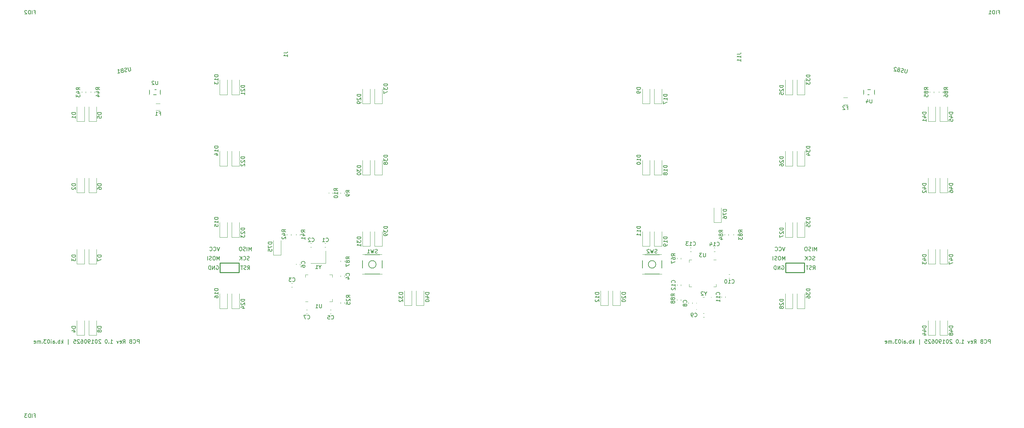
<source format=gbo>
G04 #@! TF.GenerationSoftware,KiCad,Pcbnew,(5.1.2)-1*
G04 #@! TF.CreationDate,2019-06-25T19:13:37+09:00*
G04 #@! TF.ProjectId,Orbit,4f726269-742e-46b6-9963-61645f706362,rev?*
G04 #@! TF.SameCoordinates,Original*
G04 #@! TF.FileFunction,Legend,Bot*
G04 #@! TF.FilePolarity,Positive*
%FSLAX46Y46*%
G04 Gerber Fmt 4.6, Leading zero omitted, Abs format (unit mm)*
G04 Created by KiCad (PCBNEW (5.1.2)-1) date 2019-06-25 19:13:37*
%MOMM*%
%LPD*%
G04 APERTURE LIST*
%ADD10C,0.150000*%
%ADD11C,0.120000*%
%ADD12C,0.250000*%
%ADD13C,0.010000*%
%ADD14C,2.150000*%
%ADD15C,2.650000*%
%ADD16C,4.387800*%
%ADD17C,2.650000*%
%ADD18C,0.100000*%
%ADD19C,1.275000*%
%ADD20R,1.800000X1.600000*%
%ADD21C,5.600000*%
%ADD22C,0.650000*%
%ADD23C,2.100000*%
%ADD24R,2.100000X2.100000*%
%ADD25C,2.540000*%
%ADD26C,1.650000*%
%ADD27R,1.600000X1.300000*%
%ADD28C,1.400000*%
%ADD29C,1.400000*%
%ADD30C,1.050000*%
%ADD31C,0.700000*%
%ADD32C,1.000000*%
%ADD33R,1.000000X1.100000*%
%ADD34R,1.400000X1.100000*%
%ADD35R,2.200000X1.500000*%
%ADD36C,1.187400*%
%ADD37O,1.600000X2.200000*%
%ADD38C,1.900000*%
G04 APERTURE END LIST*
D10*
X63236309Y-110783630D02*
X63236309Y-109783630D01*
X62855357Y-109783630D01*
X62760119Y-109831250D01*
X62712500Y-109878869D01*
X62664880Y-109974107D01*
X62664880Y-110116964D01*
X62712500Y-110212202D01*
X62760119Y-110259821D01*
X62855357Y-110307440D01*
X63236309Y-110307440D01*
X61664880Y-110688392D02*
X61712500Y-110736011D01*
X61855357Y-110783630D01*
X61950595Y-110783630D01*
X62093452Y-110736011D01*
X62188690Y-110640773D01*
X62236309Y-110545535D01*
X62283928Y-110355059D01*
X62283928Y-110212202D01*
X62236309Y-110021726D01*
X62188690Y-109926488D01*
X62093452Y-109831250D01*
X61950595Y-109783630D01*
X61855357Y-109783630D01*
X61712500Y-109831250D01*
X61664880Y-109878869D01*
X60902976Y-110259821D02*
X60760119Y-110307440D01*
X60712500Y-110355059D01*
X60664880Y-110450297D01*
X60664880Y-110593154D01*
X60712500Y-110688392D01*
X60760119Y-110736011D01*
X60855357Y-110783630D01*
X61236309Y-110783630D01*
X61236309Y-109783630D01*
X60902976Y-109783630D01*
X60807738Y-109831250D01*
X60760119Y-109878869D01*
X60712500Y-109974107D01*
X60712500Y-110069345D01*
X60760119Y-110164583D01*
X60807738Y-110212202D01*
X60902976Y-110259821D01*
X61236309Y-110259821D01*
X58902976Y-110783630D02*
X59236309Y-110307440D01*
X59474404Y-110783630D02*
X59474404Y-109783630D01*
X59093452Y-109783630D01*
X58998214Y-109831250D01*
X58950595Y-109878869D01*
X58902976Y-109974107D01*
X58902976Y-110116964D01*
X58950595Y-110212202D01*
X58998214Y-110259821D01*
X59093452Y-110307440D01*
X59474404Y-110307440D01*
X58093452Y-110736011D02*
X58188690Y-110783630D01*
X58379166Y-110783630D01*
X58474404Y-110736011D01*
X58522023Y-110640773D01*
X58522023Y-110259821D01*
X58474404Y-110164583D01*
X58379166Y-110116964D01*
X58188690Y-110116964D01*
X58093452Y-110164583D01*
X58045833Y-110259821D01*
X58045833Y-110355059D01*
X58522023Y-110450297D01*
X57712500Y-110116964D02*
X57474404Y-110783630D01*
X57236309Y-110116964D01*
X55569642Y-110783630D02*
X56141071Y-110783630D01*
X55855357Y-110783630D02*
X55855357Y-109783630D01*
X55950595Y-109926488D01*
X56045833Y-110021726D01*
X56141071Y-110069345D01*
X55141071Y-110688392D02*
X55093452Y-110736011D01*
X55141071Y-110783630D01*
X55188690Y-110736011D01*
X55141071Y-110688392D01*
X55141071Y-110783630D01*
X54474404Y-109783630D02*
X54379166Y-109783630D01*
X54283928Y-109831250D01*
X54236309Y-109878869D01*
X54188690Y-109974107D01*
X54141071Y-110164583D01*
X54141071Y-110402678D01*
X54188690Y-110593154D01*
X54236309Y-110688392D01*
X54283928Y-110736011D01*
X54379166Y-110783630D01*
X54474404Y-110783630D01*
X54569642Y-110736011D01*
X54617261Y-110688392D01*
X54664880Y-110593154D01*
X54712500Y-110402678D01*
X54712500Y-110164583D01*
X54664880Y-109974107D01*
X54617261Y-109878869D01*
X54569642Y-109831250D01*
X54474404Y-109783630D01*
X52998214Y-109878869D02*
X52950595Y-109831250D01*
X52855357Y-109783630D01*
X52617261Y-109783630D01*
X52522023Y-109831250D01*
X52474404Y-109878869D01*
X52426785Y-109974107D01*
X52426785Y-110069345D01*
X52474404Y-110212202D01*
X53045833Y-110783630D01*
X52426785Y-110783630D01*
X51807738Y-109783630D02*
X51712500Y-109783630D01*
X51617261Y-109831250D01*
X51569642Y-109878869D01*
X51522023Y-109974107D01*
X51474404Y-110164583D01*
X51474404Y-110402678D01*
X51522023Y-110593154D01*
X51569642Y-110688392D01*
X51617261Y-110736011D01*
X51712500Y-110783630D01*
X51807738Y-110783630D01*
X51902976Y-110736011D01*
X51950595Y-110688392D01*
X51998214Y-110593154D01*
X52045833Y-110402678D01*
X52045833Y-110164583D01*
X51998214Y-109974107D01*
X51950595Y-109878869D01*
X51902976Y-109831250D01*
X51807738Y-109783630D01*
X50522023Y-110783630D02*
X51093452Y-110783630D01*
X50807738Y-110783630D02*
X50807738Y-109783630D01*
X50902976Y-109926488D01*
X50998214Y-110021726D01*
X51093452Y-110069345D01*
X50045833Y-110783630D02*
X49855357Y-110783630D01*
X49760119Y-110736011D01*
X49712500Y-110688392D01*
X49617261Y-110545535D01*
X49569642Y-110355059D01*
X49569642Y-109974107D01*
X49617261Y-109878869D01*
X49664880Y-109831250D01*
X49760119Y-109783630D01*
X49950595Y-109783630D01*
X50045833Y-109831250D01*
X50093452Y-109878869D01*
X50141071Y-109974107D01*
X50141071Y-110212202D01*
X50093452Y-110307440D01*
X50045833Y-110355059D01*
X49950595Y-110402678D01*
X49760119Y-110402678D01*
X49664880Y-110355059D01*
X49617261Y-110307440D01*
X49569642Y-110212202D01*
X48950595Y-109783630D02*
X48855357Y-109783630D01*
X48760119Y-109831250D01*
X48712500Y-109878869D01*
X48664880Y-109974107D01*
X48617261Y-110164583D01*
X48617261Y-110402678D01*
X48664880Y-110593154D01*
X48712500Y-110688392D01*
X48760119Y-110736011D01*
X48855357Y-110783630D01*
X48950595Y-110783630D01*
X49045833Y-110736011D01*
X49093452Y-110688392D01*
X49141071Y-110593154D01*
X49188690Y-110402678D01*
X49188690Y-110164583D01*
X49141071Y-109974107D01*
X49093452Y-109878869D01*
X49045833Y-109831250D01*
X48950595Y-109783630D01*
X47760119Y-109783630D02*
X47950595Y-109783630D01*
X48045833Y-109831250D01*
X48093452Y-109878869D01*
X48188690Y-110021726D01*
X48236309Y-110212202D01*
X48236309Y-110593154D01*
X48188690Y-110688392D01*
X48141071Y-110736011D01*
X48045833Y-110783630D01*
X47855357Y-110783630D01*
X47760119Y-110736011D01*
X47712500Y-110688392D01*
X47664880Y-110593154D01*
X47664880Y-110355059D01*
X47712500Y-110259821D01*
X47760119Y-110212202D01*
X47855357Y-110164583D01*
X48045833Y-110164583D01*
X48141071Y-110212202D01*
X48188690Y-110259821D01*
X48236309Y-110355059D01*
X47283928Y-109878869D02*
X47236309Y-109831250D01*
X47141071Y-109783630D01*
X46902976Y-109783630D01*
X46807738Y-109831250D01*
X46760119Y-109878869D01*
X46712500Y-109974107D01*
X46712500Y-110069345D01*
X46760119Y-110212202D01*
X47331547Y-110783630D01*
X46712500Y-110783630D01*
X45807738Y-109783630D02*
X46283928Y-109783630D01*
X46331547Y-110259821D01*
X46283928Y-110212202D01*
X46188690Y-110164583D01*
X45950595Y-110164583D01*
X45855357Y-110212202D01*
X45807738Y-110259821D01*
X45760119Y-110355059D01*
X45760119Y-110593154D01*
X45807738Y-110688392D01*
X45855357Y-110736011D01*
X45950595Y-110783630D01*
X46188690Y-110783630D01*
X46283928Y-110736011D01*
X46331547Y-110688392D01*
X44331547Y-111116964D02*
X44331547Y-109688392D01*
X42855357Y-110783630D02*
X42855357Y-109783630D01*
X42760119Y-110402678D02*
X42474404Y-110783630D01*
X42474404Y-110116964D02*
X42855357Y-110497916D01*
X42045833Y-110783630D02*
X42045833Y-109783630D01*
X42045833Y-110164583D02*
X41950595Y-110116964D01*
X41760119Y-110116964D01*
X41664880Y-110164583D01*
X41617261Y-110212202D01*
X41569642Y-110307440D01*
X41569642Y-110593154D01*
X41617261Y-110688392D01*
X41664880Y-110736011D01*
X41760119Y-110783630D01*
X41950595Y-110783630D01*
X42045833Y-110736011D01*
X41141071Y-110688392D02*
X41093452Y-110736011D01*
X41141071Y-110783630D01*
X41188690Y-110736011D01*
X41141071Y-110688392D01*
X41141071Y-110783630D01*
X40236309Y-110783630D02*
X40236309Y-110259821D01*
X40283928Y-110164583D01*
X40379166Y-110116964D01*
X40569642Y-110116964D01*
X40664880Y-110164583D01*
X40236309Y-110736011D02*
X40331547Y-110783630D01*
X40569642Y-110783630D01*
X40664880Y-110736011D01*
X40712500Y-110640773D01*
X40712500Y-110545535D01*
X40664880Y-110450297D01*
X40569642Y-110402678D01*
X40331547Y-110402678D01*
X40236309Y-110355059D01*
X39760119Y-110783630D02*
X39760119Y-110116964D01*
X39760119Y-109783630D02*
X39807738Y-109831250D01*
X39760119Y-109878869D01*
X39712500Y-109831250D01*
X39760119Y-109783630D01*
X39760119Y-109878869D01*
X39093452Y-109783630D02*
X38998214Y-109783630D01*
X38902976Y-109831250D01*
X38855357Y-109878869D01*
X38807738Y-109974107D01*
X38760119Y-110164583D01*
X38760119Y-110402678D01*
X38807738Y-110593154D01*
X38855357Y-110688392D01*
X38902976Y-110736011D01*
X38998214Y-110783630D01*
X39093452Y-110783630D01*
X39188690Y-110736011D01*
X39236309Y-110688392D01*
X39283928Y-110593154D01*
X39331547Y-110402678D01*
X39331547Y-110164583D01*
X39283928Y-109974107D01*
X39236309Y-109878869D01*
X39188690Y-109831250D01*
X39093452Y-109783630D01*
X38426785Y-109783630D02*
X37807738Y-109783630D01*
X38141071Y-110164583D01*
X37998214Y-110164583D01*
X37902976Y-110212202D01*
X37855357Y-110259821D01*
X37807738Y-110355059D01*
X37807738Y-110593154D01*
X37855357Y-110688392D01*
X37902976Y-110736011D01*
X37998214Y-110783630D01*
X38283928Y-110783630D01*
X38379166Y-110736011D01*
X38426785Y-110688392D01*
X37379166Y-110688392D02*
X37331547Y-110736011D01*
X37379166Y-110783630D01*
X37426785Y-110736011D01*
X37379166Y-110688392D01*
X37379166Y-110783630D01*
X36902976Y-110783630D02*
X36902976Y-110116964D01*
X36902976Y-110212202D02*
X36855357Y-110164583D01*
X36760119Y-110116964D01*
X36617261Y-110116964D01*
X36522023Y-110164583D01*
X36474404Y-110259821D01*
X36474404Y-110783630D01*
X36474404Y-110259821D02*
X36426785Y-110164583D01*
X36331547Y-110116964D01*
X36188690Y-110116964D01*
X36093452Y-110164583D01*
X36045833Y-110259821D01*
X36045833Y-110783630D01*
X35188690Y-110736011D02*
X35283928Y-110783630D01*
X35474404Y-110783630D01*
X35569642Y-110736011D01*
X35617261Y-110640773D01*
X35617261Y-110259821D01*
X35569642Y-110164583D01*
X35474404Y-110116964D01*
X35283928Y-110116964D01*
X35188690Y-110164583D01*
X35141071Y-110259821D01*
X35141071Y-110355059D01*
X35617261Y-110450297D01*
X290248809Y-110783630D02*
X290248809Y-109783630D01*
X289867857Y-109783630D01*
X289772619Y-109831250D01*
X289725000Y-109878869D01*
X289677380Y-109974107D01*
X289677380Y-110116964D01*
X289725000Y-110212202D01*
X289772619Y-110259821D01*
X289867857Y-110307440D01*
X290248809Y-110307440D01*
X288677380Y-110688392D02*
X288725000Y-110736011D01*
X288867857Y-110783630D01*
X288963095Y-110783630D01*
X289105952Y-110736011D01*
X289201190Y-110640773D01*
X289248809Y-110545535D01*
X289296428Y-110355059D01*
X289296428Y-110212202D01*
X289248809Y-110021726D01*
X289201190Y-109926488D01*
X289105952Y-109831250D01*
X288963095Y-109783630D01*
X288867857Y-109783630D01*
X288725000Y-109831250D01*
X288677380Y-109878869D01*
X287915476Y-110259821D02*
X287772619Y-110307440D01*
X287725000Y-110355059D01*
X287677380Y-110450297D01*
X287677380Y-110593154D01*
X287725000Y-110688392D01*
X287772619Y-110736011D01*
X287867857Y-110783630D01*
X288248809Y-110783630D01*
X288248809Y-109783630D01*
X287915476Y-109783630D01*
X287820238Y-109831250D01*
X287772619Y-109878869D01*
X287725000Y-109974107D01*
X287725000Y-110069345D01*
X287772619Y-110164583D01*
X287820238Y-110212202D01*
X287915476Y-110259821D01*
X288248809Y-110259821D01*
X285915476Y-110783630D02*
X286248809Y-110307440D01*
X286486904Y-110783630D02*
X286486904Y-109783630D01*
X286105952Y-109783630D01*
X286010714Y-109831250D01*
X285963095Y-109878869D01*
X285915476Y-109974107D01*
X285915476Y-110116964D01*
X285963095Y-110212202D01*
X286010714Y-110259821D01*
X286105952Y-110307440D01*
X286486904Y-110307440D01*
X285105952Y-110736011D02*
X285201190Y-110783630D01*
X285391666Y-110783630D01*
X285486904Y-110736011D01*
X285534523Y-110640773D01*
X285534523Y-110259821D01*
X285486904Y-110164583D01*
X285391666Y-110116964D01*
X285201190Y-110116964D01*
X285105952Y-110164583D01*
X285058333Y-110259821D01*
X285058333Y-110355059D01*
X285534523Y-110450297D01*
X284725000Y-110116964D02*
X284486904Y-110783630D01*
X284248809Y-110116964D01*
X282582142Y-110783630D02*
X283153571Y-110783630D01*
X282867857Y-110783630D02*
X282867857Y-109783630D01*
X282963095Y-109926488D01*
X283058333Y-110021726D01*
X283153571Y-110069345D01*
X282153571Y-110688392D02*
X282105952Y-110736011D01*
X282153571Y-110783630D01*
X282201190Y-110736011D01*
X282153571Y-110688392D01*
X282153571Y-110783630D01*
X281486904Y-109783630D02*
X281391666Y-109783630D01*
X281296428Y-109831250D01*
X281248809Y-109878869D01*
X281201190Y-109974107D01*
X281153571Y-110164583D01*
X281153571Y-110402678D01*
X281201190Y-110593154D01*
X281248809Y-110688392D01*
X281296428Y-110736011D01*
X281391666Y-110783630D01*
X281486904Y-110783630D01*
X281582142Y-110736011D01*
X281629761Y-110688392D01*
X281677380Y-110593154D01*
X281725000Y-110402678D01*
X281725000Y-110164583D01*
X281677380Y-109974107D01*
X281629761Y-109878869D01*
X281582142Y-109831250D01*
X281486904Y-109783630D01*
X280010714Y-109878869D02*
X279963095Y-109831250D01*
X279867857Y-109783630D01*
X279629761Y-109783630D01*
X279534523Y-109831250D01*
X279486904Y-109878869D01*
X279439285Y-109974107D01*
X279439285Y-110069345D01*
X279486904Y-110212202D01*
X280058333Y-110783630D01*
X279439285Y-110783630D01*
X278820238Y-109783630D02*
X278725000Y-109783630D01*
X278629761Y-109831250D01*
X278582142Y-109878869D01*
X278534523Y-109974107D01*
X278486904Y-110164583D01*
X278486904Y-110402678D01*
X278534523Y-110593154D01*
X278582142Y-110688392D01*
X278629761Y-110736011D01*
X278725000Y-110783630D01*
X278820238Y-110783630D01*
X278915476Y-110736011D01*
X278963095Y-110688392D01*
X279010714Y-110593154D01*
X279058333Y-110402678D01*
X279058333Y-110164583D01*
X279010714Y-109974107D01*
X278963095Y-109878869D01*
X278915476Y-109831250D01*
X278820238Y-109783630D01*
X277534523Y-110783630D02*
X278105952Y-110783630D01*
X277820238Y-110783630D02*
X277820238Y-109783630D01*
X277915476Y-109926488D01*
X278010714Y-110021726D01*
X278105952Y-110069345D01*
X277058333Y-110783630D02*
X276867857Y-110783630D01*
X276772619Y-110736011D01*
X276725000Y-110688392D01*
X276629761Y-110545535D01*
X276582142Y-110355059D01*
X276582142Y-109974107D01*
X276629761Y-109878869D01*
X276677380Y-109831250D01*
X276772619Y-109783630D01*
X276963095Y-109783630D01*
X277058333Y-109831250D01*
X277105952Y-109878869D01*
X277153571Y-109974107D01*
X277153571Y-110212202D01*
X277105952Y-110307440D01*
X277058333Y-110355059D01*
X276963095Y-110402678D01*
X276772619Y-110402678D01*
X276677380Y-110355059D01*
X276629761Y-110307440D01*
X276582142Y-110212202D01*
X275963095Y-109783630D02*
X275867857Y-109783630D01*
X275772619Y-109831250D01*
X275725000Y-109878869D01*
X275677380Y-109974107D01*
X275629761Y-110164583D01*
X275629761Y-110402678D01*
X275677380Y-110593154D01*
X275725000Y-110688392D01*
X275772619Y-110736011D01*
X275867857Y-110783630D01*
X275963095Y-110783630D01*
X276058333Y-110736011D01*
X276105952Y-110688392D01*
X276153571Y-110593154D01*
X276201190Y-110402678D01*
X276201190Y-110164583D01*
X276153571Y-109974107D01*
X276105952Y-109878869D01*
X276058333Y-109831250D01*
X275963095Y-109783630D01*
X274772619Y-109783630D02*
X274963095Y-109783630D01*
X275058333Y-109831250D01*
X275105952Y-109878869D01*
X275201190Y-110021726D01*
X275248809Y-110212202D01*
X275248809Y-110593154D01*
X275201190Y-110688392D01*
X275153571Y-110736011D01*
X275058333Y-110783630D01*
X274867857Y-110783630D01*
X274772619Y-110736011D01*
X274725000Y-110688392D01*
X274677380Y-110593154D01*
X274677380Y-110355059D01*
X274725000Y-110259821D01*
X274772619Y-110212202D01*
X274867857Y-110164583D01*
X275058333Y-110164583D01*
X275153571Y-110212202D01*
X275201190Y-110259821D01*
X275248809Y-110355059D01*
X274296428Y-109878869D02*
X274248809Y-109831250D01*
X274153571Y-109783630D01*
X273915476Y-109783630D01*
X273820238Y-109831250D01*
X273772619Y-109878869D01*
X273725000Y-109974107D01*
X273725000Y-110069345D01*
X273772619Y-110212202D01*
X274344047Y-110783630D01*
X273725000Y-110783630D01*
X272820238Y-109783630D02*
X273296428Y-109783630D01*
X273344047Y-110259821D01*
X273296428Y-110212202D01*
X273201190Y-110164583D01*
X272963095Y-110164583D01*
X272867857Y-110212202D01*
X272820238Y-110259821D01*
X272772619Y-110355059D01*
X272772619Y-110593154D01*
X272820238Y-110688392D01*
X272867857Y-110736011D01*
X272963095Y-110783630D01*
X273201190Y-110783630D01*
X273296428Y-110736011D01*
X273344047Y-110688392D01*
X271344047Y-111116964D02*
X271344047Y-109688392D01*
X269867857Y-110783630D02*
X269867857Y-109783630D01*
X269772619Y-110402678D02*
X269486904Y-110783630D01*
X269486904Y-110116964D02*
X269867857Y-110497916D01*
X269058333Y-110783630D02*
X269058333Y-109783630D01*
X269058333Y-110164583D02*
X268963095Y-110116964D01*
X268772619Y-110116964D01*
X268677380Y-110164583D01*
X268629761Y-110212202D01*
X268582142Y-110307440D01*
X268582142Y-110593154D01*
X268629761Y-110688392D01*
X268677380Y-110736011D01*
X268772619Y-110783630D01*
X268963095Y-110783630D01*
X269058333Y-110736011D01*
X268153571Y-110688392D02*
X268105952Y-110736011D01*
X268153571Y-110783630D01*
X268201190Y-110736011D01*
X268153571Y-110688392D01*
X268153571Y-110783630D01*
X267248809Y-110783630D02*
X267248809Y-110259821D01*
X267296428Y-110164583D01*
X267391666Y-110116964D01*
X267582142Y-110116964D01*
X267677380Y-110164583D01*
X267248809Y-110736011D02*
X267344047Y-110783630D01*
X267582142Y-110783630D01*
X267677380Y-110736011D01*
X267725000Y-110640773D01*
X267725000Y-110545535D01*
X267677380Y-110450297D01*
X267582142Y-110402678D01*
X267344047Y-110402678D01*
X267248809Y-110355059D01*
X266772619Y-110783630D02*
X266772619Y-110116964D01*
X266772619Y-109783630D02*
X266820238Y-109831250D01*
X266772619Y-109878869D01*
X266725000Y-109831250D01*
X266772619Y-109783630D01*
X266772619Y-109878869D01*
X266105952Y-109783630D02*
X266010714Y-109783630D01*
X265915476Y-109831250D01*
X265867857Y-109878869D01*
X265820238Y-109974107D01*
X265772619Y-110164583D01*
X265772619Y-110402678D01*
X265820238Y-110593154D01*
X265867857Y-110688392D01*
X265915476Y-110736011D01*
X266010714Y-110783630D01*
X266105952Y-110783630D01*
X266201190Y-110736011D01*
X266248809Y-110688392D01*
X266296428Y-110593154D01*
X266344047Y-110402678D01*
X266344047Y-110164583D01*
X266296428Y-109974107D01*
X266248809Y-109878869D01*
X266201190Y-109831250D01*
X266105952Y-109783630D01*
X265439285Y-109783630D02*
X264820238Y-109783630D01*
X265153571Y-110164583D01*
X265010714Y-110164583D01*
X264915476Y-110212202D01*
X264867857Y-110259821D01*
X264820238Y-110355059D01*
X264820238Y-110593154D01*
X264867857Y-110688392D01*
X264915476Y-110736011D01*
X265010714Y-110783630D01*
X265296428Y-110783630D01*
X265391666Y-110736011D01*
X265439285Y-110688392D01*
X264391666Y-110688392D02*
X264344047Y-110736011D01*
X264391666Y-110783630D01*
X264439285Y-110736011D01*
X264391666Y-110688392D01*
X264391666Y-110783630D01*
X263915476Y-110783630D02*
X263915476Y-110116964D01*
X263915476Y-110212202D02*
X263867857Y-110164583D01*
X263772619Y-110116964D01*
X263629761Y-110116964D01*
X263534523Y-110164583D01*
X263486904Y-110259821D01*
X263486904Y-110783630D01*
X263486904Y-110259821D02*
X263439285Y-110164583D01*
X263344047Y-110116964D01*
X263201190Y-110116964D01*
X263105952Y-110164583D01*
X263058333Y-110259821D01*
X263058333Y-110783630D01*
X262201190Y-110736011D02*
X262296428Y-110783630D01*
X262486904Y-110783630D01*
X262582142Y-110736011D01*
X262629761Y-110640773D01*
X262629761Y-110259821D01*
X262582142Y-110164583D01*
X262486904Y-110116964D01*
X262296428Y-110116964D01*
X262201190Y-110164583D01*
X262153571Y-110259821D01*
X262153571Y-110355059D01*
X262629761Y-110450297D01*
D11*
X206658750Y-99055971D02*
X206658750Y-99381529D01*
X207678750Y-99055971D02*
X207678750Y-99381529D01*
X116965000Y-89062779D02*
X116965000Y-88737221D01*
X117985000Y-89062779D02*
X117985000Y-88737221D01*
X277528750Y-43819029D02*
X277528750Y-43493471D01*
X276508750Y-43819029D02*
X276508750Y-43493471D01*
X275147500Y-43819029D02*
X275147500Y-43493471D01*
X274127500Y-43819029D02*
X274127500Y-43493471D01*
X220378750Y-81919029D02*
X220378750Y-81593471D01*
X219358750Y-81919029D02*
X219358750Y-81593471D01*
X222760000Y-81919029D02*
X222760000Y-81593471D01*
X221740000Y-81919029D02*
X221740000Y-81593471D01*
X206658750Y-87943471D02*
X206658750Y-88269029D01*
X207678750Y-87943471D02*
X207678750Y-88269029D01*
X50290000Y-43819029D02*
X50290000Y-43493471D01*
X51310000Y-43819029D02*
X51310000Y-43493471D01*
X47908750Y-43819029D02*
X47908750Y-43493471D01*
X48928750Y-43819029D02*
X48928750Y-43493471D01*
X102677500Y-81919029D02*
X102677500Y-81593471D01*
X103697500Y-81919029D02*
X103697500Y-81593471D01*
X105058750Y-81919029D02*
X105058750Y-81593471D01*
X106078750Y-81919029D02*
X106078750Y-81593471D01*
X116965000Y-100175279D02*
X116965000Y-99849721D01*
X117985000Y-100175279D02*
X117985000Y-99849721D01*
X113790000Y-70806529D02*
X113790000Y-70480971D01*
X114810000Y-70806529D02*
X114810000Y-70480971D01*
X116965000Y-70806529D02*
X116965000Y-70480971D01*
X117985000Y-70806529D02*
X117985000Y-70480971D01*
X211836250Y-101726000D02*
X211836250Y-98426000D01*
X211836250Y-98426000D02*
X215836250Y-98426000D01*
X112998000Y-89438750D02*
X108998000Y-89438750D01*
X112998000Y-86138750D02*
X112998000Y-89438750D01*
X210633750Y-88465000D02*
X209908750Y-88465000D01*
X209908750Y-88465000D02*
X209908750Y-89190000D01*
X216403750Y-95685000D02*
X217128750Y-95685000D01*
X217128750Y-95685000D02*
X217128750Y-94960000D01*
X210633750Y-95685000D02*
X209908750Y-95685000D01*
X209908750Y-95685000D02*
X209908750Y-94960000D01*
X216403750Y-88465000D02*
X217128750Y-88465000D01*
X108240000Y-99653750D02*
X107515000Y-99653750D01*
X114735000Y-92433750D02*
X114735000Y-93158750D01*
X114010000Y-92433750D02*
X114735000Y-92433750D01*
X107515000Y-92433750D02*
X107515000Y-93158750D01*
X108240000Y-92433750D02*
X107515000Y-92433750D01*
X114735000Y-99653750D02*
X114735000Y-98928750D01*
X114010000Y-99653750D02*
X114735000Y-99653750D01*
D12*
X240625000Y-91856250D02*
X240625000Y-89356250D01*
X235625000Y-91856250D02*
X240625000Y-91856250D01*
X235625000Y-89356250D02*
X235625000Y-91856250D01*
X240625000Y-89356250D02*
X235625000Y-89356250D01*
X89812500Y-89356250D02*
X84812500Y-89356250D01*
X84812500Y-89356250D02*
X84812500Y-91856250D01*
X84812500Y-91856250D02*
X89812500Y-91856250D01*
X89812500Y-91856250D02*
X89812500Y-89356250D01*
D11*
X251016686Y-46947500D02*
X252220814Y-46947500D01*
X251016686Y-45127500D02*
X252220814Y-45127500D01*
X67660436Y-46715000D02*
X68864564Y-46715000D01*
X67660436Y-48535000D02*
X68864564Y-48535000D01*
X218487500Y-78450000D02*
X216487500Y-78450000D01*
X216487500Y-78450000D02*
X216487500Y-74550000D01*
X218487500Y-78450000D02*
X218487500Y-74550000D01*
X101012500Y-87181250D02*
X101012500Y-83281250D01*
X99012500Y-87181250D02*
X99012500Y-83281250D01*
X101012500Y-87181250D02*
X99012500Y-87181250D01*
X216856529Y-85215000D02*
X216530971Y-85215000D01*
X216856529Y-86235000D02*
X216530971Y-86235000D01*
X210180971Y-86235000D02*
X210506529Y-86235000D01*
X210180971Y-85215000D02*
X210506529Y-85215000D01*
X206658750Y-95087221D02*
X206658750Y-95412779D01*
X207678750Y-95087221D02*
X207678750Y-95412779D01*
X218565000Y-98262221D02*
X218565000Y-98587779D01*
X219585000Y-98262221D02*
X219585000Y-98587779D01*
X220499721Y-93378750D02*
X220825279Y-93378750D01*
X220499721Y-92358750D02*
X220825279Y-92358750D01*
X213999029Y-102741000D02*
X213673471Y-102741000D01*
X213999029Y-103761000D02*
X213673471Y-103761000D01*
X209770250Y-99913221D02*
X209770250Y-100238779D01*
X210790250Y-99913221D02*
X210790250Y-100238779D01*
X107787221Y-101883750D02*
X108112779Y-101883750D01*
X107787221Y-102903750D02*
X108112779Y-102903750D01*
X105058750Y-89856529D02*
X105058750Y-89530971D01*
X106078750Y-89856529D02*
X106078750Y-89530971D01*
X114469029Y-102903750D02*
X114143471Y-102903750D01*
X114469029Y-101883750D02*
X114143471Y-101883750D01*
X116965000Y-93031529D02*
X116965000Y-92705971D01*
X117985000Y-93031529D02*
X117985000Y-92705971D01*
X104144029Y-95760000D02*
X103818471Y-95760000D01*
X104144029Y-94740000D02*
X103818471Y-94740000D01*
X108930221Y-84103750D02*
X109255779Y-84103750D01*
X108930221Y-85123750D02*
X109255779Y-85123750D01*
X113065779Y-85123750D02*
X112740221Y-85123750D01*
X113065779Y-84103750D02*
X112740221Y-84103750D01*
D10*
X256487000Y-44338000D02*
X256487000Y-43038000D01*
X259387000Y-44338000D02*
X256487000Y-44338000D01*
X259387000Y-43038000D02*
X259387000Y-44338000D01*
X259387000Y-43038000D02*
X256487000Y-43038000D01*
X65987000Y-44338000D02*
X68887000Y-44338000D01*
X65987000Y-44338000D02*
X65987000Y-43038000D01*
X65987000Y-43038000D02*
X68887000Y-43038000D01*
X68887000Y-43038000D02*
X68887000Y-44338000D01*
X201025000Y-89693750D02*
G75*
G03X201025000Y-89693750I-1000000J0D01*
G01*
X197425000Y-87093750D02*
X197425000Y-92293750D01*
X202625000Y-87093750D02*
X197425000Y-87093750D01*
X202625000Y-92293750D02*
X202625000Y-87093750D01*
X197425000Y-92293750D02*
X202625000Y-92293750D01*
X122812500Y-92293750D02*
X128012500Y-92293750D01*
X128012500Y-92293750D02*
X128012500Y-87093750D01*
X128012500Y-87093750D02*
X122812500Y-87093750D01*
X122812500Y-87093750D02*
X122812500Y-92293750D01*
X126412500Y-89693750D02*
G75*
G03X126412500Y-89693750I-1000000J0D01*
G01*
D11*
X278812500Y-108612500D02*
X276812500Y-108612500D01*
X276812500Y-108612500D02*
X276812500Y-104712500D01*
X278812500Y-108612500D02*
X278812500Y-104712500D01*
X278812500Y-89562500D02*
X276812500Y-89562500D01*
X276812500Y-89562500D02*
X276812500Y-85662500D01*
X278812500Y-89562500D02*
X278812500Y-85662500D01*
X278812500Y-70512500D02*
X276812500Y-70512500D01*
X276812500Y-70512500D02*
X276812500Y-66612500D01*
X278812500Y-70512500D02*
X278812500Y-66612500D01*
X278812500Y-51462500D02*
X276812500Y-51462500D01*
X276812500Y-51462500D02*
X276812500Y-47562500D01*
X278812500Y-51462500D02*
X278812500Y-47562500D01*
X275637500Y-108612500D02*
X273637500Y-108612500D01*
X273637500Y-108612500D02*
X273637500Y-104712500D01*
X275637500Y-108612500D02*
X275637500Y-104712500D01*
X275637500Y-89562500D02*
X275637500Y-85662500D01*
X273637500Y-89562500D02*
X273637500Y-85662500D01*
X275637500Y-89562500D02*
X273637500Y-89562500D01*
X275637500Y-70512500D02*
X273637500Y-70512500D01*
X273637500Y-70512500D02*
X273637500Y-66612500D01*
X275637500Y-70512500D02*
X275637500Y-66612500D01*
X275637500Y-51462500D02*
X273637500Y-51462500D01*
X273637500Y-51462500D02*
X273637500Y-47562500D01*
X275637500Y-51462500D02*
X275637500Y-47562500D01*
X139112500Y-100675000D02*
X139112500Y-96775000D01*
X137112500Y-100675000D02*
X137112500Y-96775000D01*
X139112500Y-100675000D02*
X137112500Y-100675000D01*
X128000000Y-84800000D02*
X128000000Y-80900000D01*
X126000000Y-84800000D02*
X126000000Y-80900000D01*
X128000000Y-84800000D02*
X126000000Y-84800000D01*
X128000000Y-65750000D02*
X128000000Y-61850000D01*
X126000000Y-65750000D02*
X126000000Y-61850000D01*
X128000000Y-65750000D02*
X126000000Y-65750000D01*
X128000000Y-46700000D02*
X128000000Y-42800000D01*
X126000000Y-46700000D02*
X126000000Y-42800000D01*
X128000000Y-46700000D02*
X126000000Y-46700000D01*
X240712500Y-101468750D02*
X238712500Y-101468750D01*
X238712500Y-101468750D02*
X238712500Y-97568750D01*
X240712500Y-101468750D02*
X240712500Y-97568750D01*
X240712500Y-82418750D02*
X238712500Y-82418750D01*
X238712500Y-82418750D02*
X238712500Y-78518750D01*
X240712500Y-82418750D02*
X240712500Y-78518750D01*
X240712500Y-63368750D02*
X238712500Y-63368750D01*
X238712500Y-63368750D02*
X238712500Y-59468750D01*
X240712500Y-63368750D02*
X240712500Y-59468750D01*
X240712500Y-44318750D02*
X238712500Y-44318750D01*
X238712500Y-44318750D02*
X238712500Y-40418750D01*
X240712500Y-44318750D02*
X240712500Y-40418750D01*
X135937500Y-100675000D02*
X135937500Y-96775000D01*
X133937500Y-100675000D02*
X133937500Y-96775000D01*
X135937500Y-100675000D02*
X133937500Y-100675000D01*
X124825000Y-84800000D02*
X124825000Y-80900000D01*
X122825000Y-84800000D02*
X122825000Y-80900000D01*
X124825000Y-84800000D02*
X122825000Y-84800000D01*
X124825000Y-65750000D02*
X124825000Y-61850000D01*
X122825000Y-65750000D02*
X122825000Y-61850000D01*
X124825000Y-65750000D02*
X122825000Y-65750000D01*
X124825000Y-46700000D02*
X124825000Y-42800000D01*
X122825000Y-46700000D02*
X122825000Y-42800000D01*
X124825000Y-46700000D02*
X122825000Y-46700000D01*
X237537500Y-101468750D02*
X235537500Y-101468750D01*
X235537500Y-101468750D02*
X235537500Y-97568750D01*
X237537500Y-101468750D02*
X237537500Y-97568750D01*
X237537500Y-82418750D02*
X235537500Y-82418750D01*
X235537500Y-82418750D02*
X235537500Y-78518750D01*
X237537500Y-82418750D02*
X237537500Y-78518750D01*
X237537500Y-63368750D02*
X235537500Y-63368750D01*
X235537500Y-63368750D02*
X235537500Y-59468750D01*
X237537500Y-63368750D02*
X237537500Y-59468750D01*
X237537500Y-44318750D02*
X235537500Y-44318750D01*
X235537500Y-44318750D02*
X235537500Y-40418750D01*
X237537500Y-44318750D02*
X237537500Y-40418750D01*
X89900000Y-101468750D02*
X89900000Y-97568750D01*
X87900000Y-101468750D02*
X87900000Y-97568750D01*
X89900000Y-101468750D02*
X87900000Y-101468750D01*
X89900000Y-82418750D02*
X89900000Y-78518750D01*
X87900000Y-82418750D02*
X87900000Y-78518750D01*
X89900000Y-82418750D02*
X87900000Y-82418750D01*
X89900000Y-63368750D02*
X89900000Y-59468750D01*
X87900000Y-63368750D02*
X87900000Y-59468750D01*
X89900000Y-63368750D02*
X87900000Y-63368750D01*
X89900000Y-44318750D02*
X89900000Y-40418750D01*
X87900000Y-44318750D02*
X87900000Y-40418750D01*
X89900000Y-44318750D02*
X87900000Y-44318750D01*
X191500000Y-100675000D02*
X189500000Y-100675000D01*
X189500000Y-100675000D02*
X189500000Y-96775000D01*
X191500000Y-100675000D02*
X191500000Y-96775000D01*
X202612500Y-84800000D02*
X200612500Y-84800000D01*
X200612500Y-84800000D02*
X200612500Y-80900000D01*
X202612500Y-84800000D02*
X202612500Y-80900000D01*
X202612500Y-65750000D02*
X200612500Y-65750000D01*
X200612500Y-65750000D02*
X200612500Y-61850000D01*
X202612500Y-65750000D02*
X202612500Y-61850000D01*
X202612500Y-46700000D02*
X200612500Y-46700000D01*
X200612500Y-46700000D02*
X200612500Y-42800000D01*
X202612500Y-46700000D02*
X202612500Y-42800000D01*
X86725000Y-101468750D02*
X86725000Y-97568750D01*
X84725000Y-101468750D02*
X84725000Y-97568750D01*
X86725000Y-101468750D02*
X84725000Y-101468750D01*
X86725000Y-82418750D02*
X86725000Y-78518750D01*
X84725000Y-82418750D02*
X84725000Y-78518750D01*
X86725000Y-82418750D02*
X84725000Y-82418750D01*
X86725000Y-63368750D02*
X86725000Y-59468750D01*
X84725000Y-63368750D02*
X84725000Y-59468750D01*
X86725000Y-63368750D02*
X84725000Y-63368750D01*
X86725000Y-44318750D02*
X86725000Y-40418750D01*
X84725000Y-44318750D02*
X84725000Y-40418750D01*
X86725000Y-44318750D02*
X84725000Y-44318750D01*
X188325000Y-100675000D02*
X186325000Y-100675000D01*
X186325000Y-100675000D02*
X186325000Y-96775000D01*
X188325000Y-100675000D02*
X188325000Y-96775000D01*
X199437500Y-84800000D02*
X197437500Y-84800000D01*
X197437500Y-84800000D02*
X197437500Y-80900000D01*
X199437500Y-84800000D02*
X199437500Y-80900000D01*
X199437500Y-65750000D02*
X197437500Y-65750000D01*
X197437500Y-65750000D02*
X197437500Y-61850000D01*
X199437500Y-65750000D02*
X199437500Y-61850000D01*
X199437500Y-46700000D02*
X197437500Y-46700000D01*
X197437500Y-46700000D02*
X197437500Y-42800000D01*
X199437500Y-46700000D02*
X199437500Y-42800000D01*
X51800000Y-108612500D02*
X51800000Y-104712500D01*
X49800000Y-108612500D02*
X49800000Y-104712500D01*
X51800000Y-108612500D02*
X49800000Y-108612500D01*
X51800000Y-89562500D02*
X51800000Y-85662500D01*
X49800000Y-89562500D02*
X49800000Y-85662500D01*
X51800000Y-89562500D02*
X49800000Y-89562500D01*
X51800000Y-70512500D02*
X51800000Y-66612500D01*
X49800000Y-70512500D02*
X49800000Y-66612500D01*
X51800000Y-70512500D02*
X49800000Y-70512500D01*
X51800000Y-51462500D02*
X51800000Y-47562500D01*
X49800000Y-51462500D02*
X49800000Y-47562500D01*
X51800000Y-51462500D02*
X49800000Y-51462500D01*
X48625000Y-108612500D02*
X48625000Y-104712500D01*
X46625000Y-108612500D02*
X46625000Y-104712500D01*
X48625000Y-108612500D02*
X46625000Y-108612500D01*
X48625000Y-89562500D02*
X48625000Y-85662500D01*
X46625000Y-89562500D02*
X46625000Y-85662500D01*
X48625000Y-89562500D02*
X46625000Y-89562500D01*
X48625000Y-70512500D02*
X48625000Y-66612500D01*
X46625000Y-70512500D02*
X46625000Y-66612500D01*
X48625000Y-70512500D02*
X46625000Y-70512500D01*
X48625000Y-51462500D02*
X48625000Y-47562500D01*
X46625000Y-51462500D02*
X46625000Y-47562500D01*
X48625000Y-51462500D02*
X46625000Y-51462500D01*
D10*
X206065380Y-98163142D02*
X205589190Y-97829809D01*
X206065380Y-97591714D02*
X205065380Y-97591714D01*
X205065380Y-97972666D01*
X205113000Y-98067904D01*
X205160619Y-98115523D01*
X205255857Y-98163142D01*
X205398714Y-98163142D01*
X205493952Y-98115523D01*
X205541571Y-98067904D01*
X205589190Y-97972666D01*
X205589190Y-97591714D01*
X205493952Y-98734571D02*
X205446333Y-98639333D01*
X205398714Y-98591714D01*
X205303476Y-98544095D01*
X205255857Y-98544095D01*
X205160619Y-98591714D01*
X205113000Y-98639333D01*
X205065380Y-98734571D01*
X205065380Y-98925047D01*
X205113000Y-99020285D01*
X205160619Y-99067904D01*
X205255857Y-99115523D01*
X205303476Y-99115523D01*
X205398714Y-99067904D01*
X205446333Y-99020285D01*
X205493952Y-98925047D01*
X205493952Y-98734571D01*
X205541571Y-98639333D01*
X205589190Y-98591714D01*
X205684428Y-98544095D01*
X205874904Y-98544095D01*
X205970142Y-98591714D01*
X206017761Y-98639333D01*
X206065380Y-98734571D01*
X206065380Y-98925047D01*
X206017761Y-99020285D01*
X205970142Y-99067904D01*
X205874904Y-99115523D01*
X205684428Y-99115523D01*
X205589190Y-99067904D01*
X205541571Y-99020285D01*
X205493952Y-98925047D01*
X205493952Y-99686952D02*
X205446333Y-99591714D01*
X205398714Y-99544095D01*
X205303476Y-99496476D01*
X205255857Y-99496476D01*
X205160619Y-99544095D01*
X205113000Y-99591714D01*
X205065380Y-99686952D01*
X205065380Y-99877428D01*
X205113000Y-99972666D01*
X205160619Y-100020285D01*
X205255857Y-100067904D01*
X205303476Y-100067904D01*
X205398714Y-100020285D01*
X205446333Y-99972666D01*
X205493952Y-99877428D01*
X205493952Y-99686952D01*
X205541571Y-99591714D01*
X205589190Y-99544095D01*
X205684428Y-99496476D01*
X205874904Y-99496476D01*
X205970142Y-99544095D01*
X206017761Y-99591714D01*
X206065380Y-99686952D01*
X206065380Y-99877428D01*
X206017761Y-99972666D01*
X205970142Y-100020285D01*
X205874904Y-100067904D01*
X205684428Y-100067904D01*
X205589190Y-100020285D01*
X205541571Y-99972666D01*
X205493952Y-99877428D01*
X119357380Y-88257142D02*
X118881190Y-87923809D01*
X119357380Y-87685714D02*
X118357380Y-87685714D01*
X118357380Y-88066666D01*
X118405000Y-88161904D01*
X118452619Y-88209523D01*
X118547857Y-88257142D01*
X118690714Y-88257142D01*
X118785952Y-88209523D01*
X118833571Y-88161904D01*
X118881190Y-88066666D01*
X118881190Y-87685714D01*
X118785952Y-88828571D02*
X118738333Y-88733333D01*
X118690714Y-88685714D01*
X118595476Y-88638095D01*
X118547857Y-88638095D01*
X118452619Y-88685714D01*
X118405000Y-88733333D01*
X118357380Y-88828571D01*
X118357380Y-89019047D01*
X118405000Y-89114285D01*
X118452619Y-89161904D01*
X118547857Y-89209523D01*
X118595476Y-89209523D01*
X118690714Y-89161904D01*
X118738333Y-89114285D01*
X118785952Y-89019047D01*
X118785952Y-88828571D01*
X118833571Y-88733333D01*
X118881190Y-88685714D01*
X118976428Y-88638095D01*
X119166904Y-88638095D01*
X119262142Y-88685714D01*
X119309761Y-88733333D01*
X119357380Y-88828571D01*
X119357380Y-89019047D01*
X119309761Y-89114285D01*
X119262142Y-89161904D01*
X119166904Y-89209523D01*
X118976428Y-89209523D01*
X118881190Y-89161904D01*
X118833571Y-89114285D01*
X118785952Y-89019047D01*
X118357380Y-89542857D02*
X118357380Y-90209523D01*
X119357380Y-89780952D01*
X278901130Y-43013392D02*
X278424940Y-42680059D01*
X278901130Y-42441964D02*
X277901130Y-42441964D01*
X277901130Y-42822916D01*
X277948750Y-42918154D01*
X277996369Y-42965773D01*
X278091607Y-43013392D01*
X278234464Y-43013392D01*
X278329702Y-42965773D01*
X278377321Y-42918154D01*
X278424940Y-42822916D01*
X278424940Y-42441964D01*
X278329702Y-43584821D02*
X278282083Y-43489583D01*
X278234464Y-43441964D01*
X278139226Y-43394345D01*
X278091607Y-43394345D01*
X277996369Y-43441964D01*
X277948750Y-43489583D01*
X277901130Y-43584821D01*
X277901130Y-43775297D01*
X277948750Y-43870535D01*
X277996369Y-43918154D01*
X278091607Y-43965773D01*
X278139226Y-43965773D01*
X278234464Y-43918154D01*
X278282083Y-43870535D01*
X278329702Y-43775297D01*
X278329702Y-43584821D01*
X278377321Y-43489583D01*
X278424940Y-43441964D01*
X278520178Y-43394345D01*
X278710654Y-43394345D01*
X278805892Y-43441964D01*
X278853511Y-43489583D01*
X278901130Y-43584821D01*
X278901130Y-43775297D01*
X278853511Y-43870535D01*
X278805892Y-43918154D01*
X278710654Y-43965773D01*
X278520178Y-43965773D01*
X278424940Y-43918154D01*
X278377321Y-43870535D01*
X278329702Y-43775297D01*
X277901130Y-44822916D02*
X277901130Y-44632440D01*
X277948750Y-44537202D01*
X277996369Y-44489583D01*
X278139226Y-44394345D01*
X278329702Y-44346726D01*
X278710654Y-44346726D01*
X278805892Y-44394345D01*
X278853511Y-44441964D01*
X278901130Y-44537202D01*
X278901130Y-44727678D01*
X278853511Y-44822916D01*
X278805892Y-44870535D01*
X278710654Y-44918154D01*
X278472559Y-44918154D01*
X278377321Y-44870535D01*
X278329702Y-44822916D01*
X278282083Y-44727678D01*
X278282083Y-44537202D01*
X278329702Y-44441964D01*
X278377321Y-44394345D01*
X278472559Y-44346726D01*
X273629380Y-43013392D02*
X273153190Y-42680059D01*
X273629380Y-42441964D02*
X272629380Y-42441964D01*
X272629380Y-42822916D01*
X272677000Y-42918154D01*
X272724619Y-42965773D01*
X272819857Y-43013392D01*
X272962714Y-43013392D01*
X273057952Y-42965773D01*
X273105571Y-42918154D01*
X273153190Y-42822916D01*
X273153190Y-42441964D01*
X273057952Y-43584821D02*
X273010333Y-43489583D01*
X272962714Y-43441964D01*
X272867476Y-43394345D01*
X272819857Y-43394345D01*
X272724619Y-43441964D01*
X272677000Y-43489583D01*
X272629380Y-43584821D01*
X272629380Y-43775297D01*
X272677000Y-43870535D01*
X272724619Y-43918154D01*
X272819857Y-43965773D01*
X272867476Y-43965773D01*
X272962714Y-43918154D01*
X273010333Y-43870535D01*
X273057952Y-43775297D01*
X273057952Y-43584821D01*
X273105571Y-43489583D01*
X273153190Y-43441964D01*
X273248428Y-43394345D01*
X273438904Y-43394345D01*
X273534142Y-43441964D01*
X273581761Y-43489583D01*
X273629380Y-43584821D01*
X273629380Y-43775297D01*
X273581761Y-43870535D01*
X273534142Y-43918154D01*
X273438904Y-43965773D01*
X273248428Y-43965773D01*
X273153190Y-43918154D01*
X273105571Y-43870535D01*
X273057952Y-43775297D01*
X272629380Y-44870535D02*
X272629380Y-44394345D01*
X273105571Y-44346726D01*
X273057952Y-44394345D01*
X273010333Y-44489583D01*
X273010333Y-44727678D01*
X273057952Y-44822916D01*
X273105571Y-44870535D01*
X273200809Y-44918154D01*
X273438904Y-44918154D01*
X273534142Y-44870535D01*
X273581761Y-44822916D01*
X273629380Y-44727678D01*
X273629380Y-44489583D01*
X273581761Y-44394345D01*
X273534142Y-44346726D01*
X218892380Y-81145142D02*
X218416190Y-80811809D01*
X218892380Y-80573714D02*
X217892380Y-80573714D01*
X217892380Y-80954666D01*
X217940000Y-81049904D01*
X217987619Y-81097523D01*
X218082857Y-81145142D01*
X218225714Y-81145142D01*
X218320952Y-81097523D01*
X218368571Y-81049904D01*
X218416190Y-80954666D01*
X218416190Y-80573714D01*
X218320952Y-81716571D02*
X218273333Y-81621333D01*
X218225714Y-81573714D01*
X218130476Y-81526095D01*
X218082857Y-81526095D01*
X217987619Y-81573714D01*
X217940000Y-81621333D01*
X217892380Y-81716571D01*
X217892380Y-81907047D01*
X217940000Y-82002285D01*
X217987619Y-82049904D01*
X218082857Y-82097523D01*
X218130476Y-82097523D01*
X218225714Y-82049904D01*
X218273333Y-82002285D01*
X218320952Y-81907047D01*
X218320952Y-81716571D01*
X218368571Y-81621333D01*
X218416190Y-81573714D01*
X218511428Y-81526095D01*
X218701904Y-81526095D01*
X218797142Y-81573714D01*
X218844761Y-81621333D01*
X218892380Y-81716571D01*
X218892380Y-81907047D01*
X218844761Y-82002285D01*
X218797142Y-82049904D01*
X218701904Y-82097523D01*
X218511428Y-82097523D01*
X218416190Y-82049904D01*
X218368571Y-82002285D01*
X218320952Y-81907047D01*
X218225714Y-82954666D02*
X218892380Y-82954666D01*
X217844761Y-82716571D02*
X218559047Y-82478476D01*
X218559047Y-83097523D01*
X224132380Y-81113392D02*
X223656190Y-80780059D01*
X224132380Y-80541964D02*
X223132380Y-80541964D01*
X223132380Y-80922916D01*
X223180000Y-81018154D01*
X223227619Y-81065773D01*
X223322857Y-81113392D01*
X223465714Y-81113392D01*
X223560952Y-81065773D01*
X223608571Y-81018154D01*
X223656190Y-80922916D01*
X223656190Y-80541964D01*
X223560952Y-81684821D02*
X223513333Y-81589583D01*
X223465714Y-81541964D01*
X223370476Y-81494345D01*
X223322857Y-81494345D01*
X223227619Y-81541964D01*
X223180000Y-81589583D01*
X223132380Y-81684821D01*
X223132380Y-81875297D01*
X223180000Y-81970535D01*
X223227619Y-82018154D01*
X223322857Y-82065773D01*
X223370476Y-82065773D01*
X223465714Y-82018154D01*
X223513333Y-81970535D01*
X223560952Y-81875297D01*
X223560952Y-81684821D01*
X223608571Y-81589583D01*
X223656190Y-81541964D01*
X223751428Y-81494345D01*
X223941904Y-81494345D01*
X224037142Y-81541964D01*
X224084761Y-81589583D01*
X224132380Y-81684821D01*
X224132380Y-81875297D01*
X224084761Y-81970535D01*
X224037142Y-82018154D01*
X223941904Y-82065773D01*
X223751428Y-82065773D01*
X223656190Y-82018154D01*
X223608571Y-81970535D01*
X223560952Y-81875297D01*
X223132380Y-82399107D02*
X223132380Y-83018154D01*
X223513333Y-82684821D01*
X223513333Y-82827678D01*
X223560952Y-82922916D01*
X223608571Y-82970535D01*
X223703809Y-83018154D01*
X223941904Y-83018154D01*
X224037142Y-82970535D01*
X224084761Y-82922916D01*
X224132380Y-82827678D01*
X224132380Y-82541964D01*
X224084761Y-82446726D01*
X224037142Y-82399107D01*
X206191130Y-87463392D02*
X205714940Y-87130059D01*
X206191130Y-86891964D02*
X205191130Y-86891964D01*
X205191130Y-87272916D01*
X205238750Y-87368154D01*
X205286369Y-87415773D01*
X205381607Y-87463392D01*
X205524464Y-87463392D01*
X205619702Y-87415773D01*
X205667321Y-87368154D01*
X205714940Y-87272916D01*
X205714940Y-86891964D01*
X205191130Y-88320535D02*
X205191130Y-88130059D01*
X205238750Y-88034821D01*
X205286369Y-87987202D01*
X205429226Y-87891964D01*
X205619702Y-87844345D01*
X206000654Y-87844345D01*
X206095892Y-87891964D01*
X206143511Y-87939583D01*
X206191130Y-88034821D01*
X206191130Y-88225297D01*
X206143511Y-88320535D01*
X206095892Y-88368154D01*
X206000654Y-88415773D01*
X205762559Y-88415773D01*
X205667321Y-88368154D01*
X205619702Y-88320535D01*
X205572083Y-88225297D01*
X205572083Y-88034821D01*
X205619702Y-87939583D01*
X205667321Y-87891964D01*
X205762559Y-87844345D01*
X205191130Y-88749107D02*
X205191130Y-89415773D01*
X206191130Y-88987202D01*
X52682380Y-43013392D02*
X52206190Y-42680059D01*
X52682380Y-42441964D02*
X51682380Y-42441964D01*
X51682380Y-42822916D01*
X51730000Y-42918154D01*
X51777619Y-42965773D01*
X51872857Y-43013392D01*
X52015714Y-43013392D01*
X52110952Y-42965773D01*
X52158571Y-42918154D01*
X52206190Y-42822916D01*
X52206190Y-42441964D01*
X52015714Y-43870535D02*
X52682380Y-43870535D01*
X51634761Y-43632440D02*
X52349047Y-43394345D01*
X52349047Y-44013392D01*
X52015714Y-44822916D02*
X52682380Y-44822916D01*
X51634761Y-44584821D02*
X52349047Y-44346726D01*
X52349047Y-44965773D01*
X47442380Y-43045142D02*
X46966190Y-42711809D01*
X47442380Y-42473714D02*
X46442380Y-42473714D01*
X46442380Y-42854666D01*
X46490000Y-42949904D01*
X46537619Y-42997523D01*
X46632857Y-43045142D01*
X46775714Y-43045142D01*
X46870952Y-42997523D01*
X46918571Y-42949904D01*
X46966190Y-42854666D01*
X46966190Y-42473714D01*
X46775714Y-43902285D02*
X47442380Y-43902285D01*
X46394761Y-43664190D02*
X47109047Y-43426095D01*
X47109047Y-44045142D01*
X46442380Y-44330857D02*
X46442380Y-44949904D01*
X46823333Y-44616571D01*
X46823333Y-44759428D01*
X46870952Y-44854666D01*
X46918571Y-44902285D01*
X47013809Y-44949904D01*
X47251904Y-44949904D01*
X47347142Y-44902285D01*
X47394761Y-44854666D01*
X47442380Y-44759428D01*
X47442380Y-44473714D01*
X47394761Y-44378476D01*
X47347142Y-44330857D01*
X102306380Y-81018142D02*
X101830190Y-80684809D01*
X102306380Y-80446714D02*
X101306380Y-80446714D01*
X101306380Y-80827666D01*
X101354000Y-80922904D01*
X101401619Y-80970523D01*
X101496857Y-81018142D01*
X101639714Y-81018142D01*
X101734952Y-80970523D01*
X101782571Y-80922904D01*
X101830190Y-80827666D01*
X101830190Y-80446714D01*
X101639714Y-81875285D02*
X102306380Y-81875285D01*
X101258761Y-81637190D02*
X101973047Y-81399095D01*
X101973047Y-82018142D01*
X101401619Y-82351476D02*
X101354000Y-82399095D01*
X101306380Y-82494333D01*
X101306380Y-82732428D01*
X101354000Y-82827666D01*
X101401619Y-82875285D01*
X101496857Y-82922904D01*
X101592095Y-82922904D01*
X101734952Y-82875285D01*
X102306380Y-82303857D01*
X102306380Y-82922904D01*
X107451130Y-81113392D02*
X106974940Y-80780059D01*
X107451130Y-80541964D02*
X106451130Y-80541964D01*
X106451130Y-80922916D01*
X106498750Y-81018154D01*
X106546369Y-81065773D01*
X106641607Y-81113392D01*
X106784464Y-81113392D01*
X106879702Y-81065773D01*
X106927321Y-81018154D01*
X106974940Y-80922916D01*
X106974940Y-80541964D01*
X106784464Y-81970535D02*
X107451130Y-81970535D01*
X106403511Y-81732440D02*
X107117797Y-81494345D01*
X107117797Y-82113392D01*
X107451130Y-83018154D02*
X107451130Y-82446726D01*
X107451130Y-82732440D02*
X106451130Y-82732440D01*
X106593988Y-82637202D01*
X106689226Y-82541964D01*
X106736845Y-82446726D01*
X119451380Y-98544142D02*
X118975190Y-98210809D01*
X119451380Y-97972714D02*
X118451380Y-97972714D01*
X118451380Y-98353666D01*
X118499000Y-98448904D01*
X118546619Y-98496523D01*
X118641857Y-98544142D01*
X118784714Y-98544142D01*
X118879952Y-98496523D01*
X118927571Y-98448904D01*
X118975190Y-98353666D01*
X118975190Y-97972714D01*
X118546619Y-98925095D02*
X118499000Y-98972714D01*
X118451380Y-99067952D01*
X118451380Y-99306047D01*
X118499000Y-99401285D01*
X118546619Y-99448904D01*
X118641857Y-99496523D01*
X118737095Y-99496523D01*
X118879952Y-99448904D01*
X119451380Y-98877476D01*
X119451380Y-99496523D01*
X118451380Y-100401285D02*
X118451380Y-99925095D01*
X118927571Y-99877476D01*
X118879952Y-99925095D01*
X118832333Y-100020333D01*
X118832333Y-100258428D01*
X118879952Y-100353666D01*
X118927571Y-100401285D01*
X119022809Y-100448904D01*
X119260904Y-100448904D01*
X119356142Y-100401285D01*
X119403761Y-100353666D01*
X119451380Y-100258428D01*
X119451380Y-100020333D01*
X119403761Y-99925095D01*
X119356142Y-99877476D01*
X116182380Y-70000892D02*
X115706190Y-69667559D01*
X116182380Y-69429464D02*
X115182380Y-69429464D01*
X115182380Y-69810416D01*
X115230000Y-69905654D01*
X115277619Y-69953273D01*
X115372857Y-70000892D01*
X115515714Y-70000892D01*
X115610952Y-69953273D01*
X115658571Y-69905654D01*
X115706190Y-69810416D01*
X115706190Y-69429464D01*
X116182380Y-70953273D02*
X116182380Y-70381845D01*
X116182380Y-70667559D02*
X115182380Y-70667559D01*
X115325238Y-70572321D01*
X115420476Y-70477083D01*
X115468095Y-70381845D01*
X115182380Y-71572321D02*
X115182380Y-71667559D01*
X115230000Y-71762797D01*
X115277619Y-71810416D01*
X115372857Y-71858035D01*
X115563333Y-71905654D01*
X115801428Y-71905654D01*
X115991904Y-71858035D01*
X116087142Y-71810416D01*
X116134761Y-71762797D01*
X116182380Y-71667559D01*
X116182380Y-71572321D01*
X116134761Y-71477083D01*
X116087142Y-71429464D01*
X115991904Y-71381845D01*
X115801428Y-71334226D01*
X115563333Y-71334226D01*
X115372857Y-71381845D01*
X115277619Y-71429464D01*
X115230000Y-71477083D01*
X115182380Y-71572321D01*
X119357380Y-70477083D02*
X118881190Y-70143750D01*
X119357380Y-69905654D02*
X118357380Y-69905654D01*
X118357380Y-70286607D01*
X118405000Y-70381845D01*
X118452619Y-70429464D01*
X118547857Y-70477083D01*
X118690714Y-70477083D01*
X118785952Y-70429464D01*
X118833571Y-70381845D01*
X118881190Y-70286607D01*
X118881190Y-69905654D01*
X119357380Y-70953273D02*
X119357380Y-71143750D01*
X119309761Y-71238988D01*
X119262142Y-71286607D01*
X119119285Y-71381845D01*
X118928809Y-71429464D01*
X118547857Y-71429464D01*
X118452619Y-71381845D01*
X118405000Y-71334226D01*
X118357380Y-71238988D01*
X118357380Y-71048511D01*
X118405000Y-70953273D01*
X118452619Y-70905654D01*
X118547857Y-70858035D01*
X118785952Y-70858035D01*
X118881190Y-70905654D01*
X118928809Y-70953273D01*
X118976428Y-71048511D01*
X118976428Y-71238988D01*
X118928809Y-71334226D01*
X118881190Y-71381845D01*
X118785952Y-71429464D01*
X214312440Y-97512190D02*
X214312440Y-97988380D01*
X214645773Y-96988380D02*
X214312440Y-97512190D01*
X213979107Y-96988380D01*
X213693392Y-97083619D02*
X213645773Y-97036000D01*
X213550535Y-96988380D01*
X213312440Y-96988380D01*
X213217202Y-97036000D01*
X213169583Y-97083619D01*
X213121964Y-97178857D01*
X213121964Y-97274095D01*
X213169583Y-97416952D01*
X213741011Y-97988380D01*
X213121964Y-97988380D01*
X111474190Y-90400190D02*
X111474190Y-90876380D01*
X111807523Y-89876380D02*
X111474190Y-90400190D01*
X111140857Y-89876380D01*
X110283714Y-90876380D02*
X110855142Y-90876380D01*
X110569428Y-90876380D02*
X110569428Y-89876380D01*
X110664666Y-90019238D01*
X110759904Y-90114476D01*
X110855142Y-90162095D01*
X214280654Y-86707380D02*
X214280654Y-87516904D01*
X214233035Y-87612142D01*
X214185416Y-87659761D01*
X214090178Y-87707380D01*
X213899702Y-87707380D01*
X213804464Y-87659761D01*
X213756845Y-87612142D01*
X213709226Y-87516904D01*
X213709226Y-86707380D01*
X213328273Y-86707380D02*
X212709226Y-86707380D01*
X213042559Y-87088333D01*
X212899702Y-87088333D01*
X212804464Y-87135952D01*
X212756845Y-87183571D01*
X212709226Y-87278809D01*
X212709226Y-87516904D01*
X212756845Y-87612142D01*
X212804464Y-87659761D01*
X212899702Y-87707380D01*
X213185416Y-87707380D01*
X213280654Y-87659761D01*
X213328273Y-87612142D01*
X111886904Y-100316130D02*
X111886904Y-101125654D01*
X111839285Y-101220892D01*
X111791666Y-101268511D01*
X111696428Y-101316130D01*
X111505952Y-101316130D01*
X111410714Y-101268511D01*
X111363095Y-101220892D01*
X111315476Y-101125654D01*
X111315476Y-100316130D01*
X110315476Y-101316130D02*
X110886904Y-101316130D01*
X110601190Y-101316130D02*
X110601190Y-100316130D01*
X110696428Y-100458988D01*
X110791666Y-100554226D01*
X110886904Y-100601845D01*
X234636904Y-90106250D02*
X234732142Y-90058630D01*
X234875000Y-90058630D01*
X235017857Y-90106250D01*
X235113095Y-90201488D01*
X235160714Y-90296726D01*
X235208333Y-90487202D01*
X235208333Y-90630059D01*
X235160714Y-90820535D01*
X235113095Y-90915773D01*
X235017857Y-91011011D01*
X234875000Y-91058630D01*
X234779761Y-91058630D01*
X234636904Y-91011011D01*
X234589285Y-90963392D01*
X234589285Y-90630059D01*
X234779761Y-90630059D01*
X234160714Y-91058630D02*
X234160714Y-90058630D01*
X233589285Y-91058630D01*
X233589285Y-90058630D01*
X233113095Y-91058630D02*
X233113095Y-90058630D01*
X232875000Y-90058630D01*
X232732142Y-90106250D01*
X232636904Y-90201488D01*
X232589285Y-90296726D01*
X232541666Y-90487202D01*
X232541666Y-90630059D01*
X232589285Y-90820535D01*
X232636904Y-90915773D01*
X232732142Y-91011011D01*
X232875000Y-91058630D01*
X233113095Y-91058630D01*
X242922619Y-91058630D02*
X243255952Y-90582440D01*
X243494047Y-91058630D02*
X243494047Y-90058630D01*
X243113095Y-90058630D01*
X243017857Y-90106250D01*
X242970238Y-90153869D01*
X242922619Y-90249107D01*
X242922619Y-90391964D01*
X242970238Y-90487202D01*
X243017857Y-90534821D01*
X243113095Y-90582440D01*
X243494047Y-90582440D01*
X242541666Y-91011011D02*
X242398809Y-91058630D01*
X242160714Y-91058630D01*
X242065476Y-91011011D01*
X242017857Y-90963392D01*
X241970238Y-90868154D01*
X241970238Y-90772916D01*
X242017857Y-90677678D01*
X242065476Y-90630059D01*
X242160714Y-90582440D01*
X242351190Y-90534821D01*
X242446428Y-90487202D01*
X242494047Y-90439583D01*
X242541666Y-90344345D01*
X242541666Y-90249107D01*
X242494047Y-90153869D01*
X242446428Y-90106250D01*
X242351190Y-90058630D01*
X242113095Y-90058630D01*
X241970238Y-90106250D01*
X241684523Y-90058630D02*
X241113095Y-90058630D01*
X241398809Y-91058630D02*
X241398809Y-90058630D01*
X235446428Y-88558630D02*
X235446428Y-87558630D01*
X235113095Y-88272916D01*
X234779761Y-87558630D01*
X234779761Y-88558630D01*
X234113095Y-87558630D02*
X233922619Y-87558630D01*
X233827380Y-87606250D01*
X233732142Y-87701488D01*
X233684523Y-87891964D01*
X233684523Y-88225297D01*
X233732142Y-88415773D01*
X233827380Y-88511011D01*
X233922619Y-88558630D01*
X234113095Y-88558630D01*
X234208333Y-88511011D01*
X234303571Y-88415773D01*
X234351190Y-88225297D01*
X234351190Y-87891964D01*
X234303571Y-87701488D01*
X234208333Y-87606250D01*
X234113095Y-87558630D01*
X233303571Y-88511011D02*
X233160714Y-88558630D01*
X232922619Y-88558630D01*
X232827380Y-88511011D01*
X232779761Y-88463392D01*
X232732142Y-88368154D01*
X232732142Y-88272916D01*
X232779761Y-88177678D01*
X232827380Y-88130059D01*
X232922619Y-88082440D01*
X233113095Y-88034821D01*
X233208333Y-87987202D01*
X233255952Y-87939583D01*
X233303571Y-87844345D01*
X233303571Y-87749107D01*
X233255952Y-87653869D01*
X233208333Y-87606250D01*
X233113095Y-87558630D01*
X232875000Y-87558630D01*
X232732142Y-87606250D01*
X232303571Y-88558630D02*
X232303571Y-87558630D01*
X243410714Y-88511011D02*
X243267857Y-88558630D01*
X243029761Y-88558630D01*
X242934523Y-88511011D01*
X242886904Y-88463392D01*
X242839285Y-88368154D01*
X242839285Y-88272916D01*
X242886904Y-88177678D01*
X242934523Y-88130059D01*
X243029761Y-88082440D01*
X243220238Y-88034821D01*
X243315476Y-87987202D01*
X243363095Y-87939583D01*
X243410714Y-87844345D01*
X243410714Y-87749107D01*
X243363095Y-87653869D01*
X243315476Y-87606250D01*
X243220238Y-87558630D01*
X242982142Y-87558630D01*
X242839285Y-87606250D01*
X241839285Y-88463392D02*
X241886904Y-88511011D01*
X242029761Y-88558630D01*
X242125000Y-88558630D01*
X242267857Y-88511011D01*
X242363095Y-88415773D01*
X242410714Y-88320535D01*
X242458333Y-88130059D01*
X242458333Y-87987202D01*
X242410714Y-87796726D01*
X242363095Y-87701488D01*
X242267857Y-87606250D01*
X242125000Y-87558630D01*
X242029761Y-87558630D01*
X241886904Y-87606250D01*
X241839285Y-87653869D01*
X241410714Y-88558630D02*
X241410714Y-87558630D01*
X240839285Y-88558630D02*
X241267857Y-87987202D01*
X240839285Y-87558630D02*
X241410714Y-88130059D01*
X235458333Y-85058630D02*
X235125000Y-86058630D01*
X234791666Y-85058630D01*
X233886904Y-85963392D02*
X233934523Y-86011011D01*
X234077380Y-86058630D01*
X234172619Y-86058630D01*
X234315476Y-86011011D01*
X234410714Y-85915773D01*
X234458333Y-85820535D01*
X234505952Y-85630059D01*
X234505952Y-85487202D01*
X234458333Y-85296726D01*
X234410714Y-85201488D01*
X234315476Y-85106250D01*
X234172619Y-85058630D01*
X234077380Y-85058630D01*
X233934523Y-85106250D01*
X233886904Y-85153869D01*
X232886904Y-85963392D02*
X232934523Y-86011011D01*
X233077380Y-86058630D01*
X233172619Y-86058630D01*
X233315476Y-86011011D01*
X233410714Y-85915773D01*
X233458333Y-85820535D01*
X233505952Y-85630059D01*
X233505952Y-85487202D01*
X233458333Y-85296726D01*
X233410714Y-85201488D01*
X233315476Y-85106250D01*
X233172619Y-85058630D01*
X233077380Y-85058630D01*
X232934523Y-85106250D01*
X232886904Y-85153869D01*
X243946428Y-86058630D02*
X243946428Y-85058630D01*
X243613095Y-85772916D01*
X243279761Y-85058630D01*
X243279761Y-86058630D01*
X242803571Y-86058630D02*
X242803571Y-85058630D01*
X242375000Y-86011011D02*
X242232142Y-86058630D01*
X241994047Y-86058630D01*
X241898809Y-86011011D01*
X241851190Y-85963392D01*
X241803571Y-85868154D01*
X241803571Y-85772916D01*
X241851190Y-85677678D01*
X241898809Y-85630059D01*
X241994047Y-85582440D01*
X242184523Y-85534821D01*
X242279761Y-85487202D01*
X242327380Y-85439583D01*
X242375000Y-85344345D01*
X242375000Y-85249107D01*
X242327380Y-85153869D01*
X242279761Y-85106250D01*
X242184523Y-85058630D01*
X241946428Y-85058630D01*
X241803571Y-85106250D01*
X241184523Y-85058630D02*
X240994047Y-85058630D01*
X240898809Y-85106250D01*
X240803571Y-85201488D01*
X240755952Y-85391964D01*
X240755952Y-85725297D01*
X240803571Y-85915773D01*
X240898809Y-86011011D01*
X240994047Y-86058630D01*
X241184523Y-86058630D01*
X241279761Y-86011011D01*
X241375000Y-85915773D01*
X241422619Y-85725297D01*
X241422619Y-85391964D01*
X241375000Y-85201488D01*
X241279761Y-85106250D01*
X241184523Y-85058630D01*
X93133928Y-86058630D02*
X93133928Y-85058630D01*
X92800595Y-85772916D01*
X92467261Y-85058630D01*
X92467261Y-86058630D01*
X91991071Y-86058630D02*
X91991071Y-85058630D01*
X91562500Y-86011011D02*
X91419642Y-86058630D01*
X91181547Y-86058630D01*
X91086309Y-86011011D01*
X91038690Y-85963392D01*
X90991071Y-85868154D01*
X90991071Y-85772916D01*
X91038690Y-85677678D01*
X91086309Y-85630059D01*
X91181547Y-85582440D01*
X91372023Y-85534821D01*
X91467261Y-85487202D01*
X91514880Y-85439583D01*
X91562500Y-85344345D01*
X91562500Y-85249107D01*
X91514880Y-85153869D01*
X91467261Y-85106250D01*
X91372023Y-85058630D01*
X91133928Y-85058630D01*
X90991071Y-85106250D01*
X90372023Y-85058630D02*
X90181547Y-85058630D01*
X90086309Y-85106250D01*
X89991071Y-85201488D01*
X89943452Y-85391964D01*
X89943452Y-85725297D01*
X89991071Y-85915773D01*
X90086309Y-86011011D01*
X90181547Y-86058630D01*
X90372023Y-86058630D01*
X90467261Y-86011011D01*
X90562500Y-85915773D01*
X90610119Y-85725297D01*
X90610119Y-85391964D01*
X90562500Y-85201488D01*
X90467261Y-85106250D01*
X90372023Y-85058630D01*
X84645833Y-85058630D02*
X84312500Y-86058630D01*
X83979166Y-85058630D01*
X83074404Y-85963392D02*
X83122023Y-86011011D01*
X83264880Y-86058630D01*
X83360119Y-86058630D01*
X83502976Y-86011011D01*
X83598214Y-85915773D01*
X83645833Y-85820535D01*
X83693452Y-85630059D01*
X83693452Y-85487202D01*
X83645833Y-85296726D01*
X83598214Y-85201488D01*
X83502976Y-85106250D01*
X83360119Y-85058630D01*
X83264880Y-85058630D01*
X83122023Y-85106250D01*
X83074404Y-85153869D01*
X82074404Y-85963392D02*
X82122023Y-86011011D01*
X82264880Y-86058630D01*
X82360119Y-86058630D01*
X82502976Y-86011011D01*
X82598214Y-85915773D01*
X82645833Y-85820535D01*
X82693452Y-85630059D01*
X82693452Y-85487202D01*
X82645833Y-85296726D01*
X82598214Y-85201488D01*
X82502976Y-85106250D01*
X82360119Y-85058630D01*
X82264880Y-85058630D01*
X82122023Y-85106250D01*
X82074404Y-85153869D01*
X92598214Y-88511011D02*
X92455357Y-88558630D01*
X92217261Y-88558630D01*
X92122023Y-88511011D01*
X92074404Y-88463392D01*
X92026785Y-88368154D01*
X92026785Y-88272916D01*
X92074404Y-88177678D01*
X92122023Y-88130059D01*
X92217261Y-88082440D01*
X92407738Y-88034821D01*
X92502976Y-87987202D01*
X92550595Y-87939583D01*
X92598214Y-87844345D01*
X92598214Y-87749107D01*
X92550595Y-87653869D01*
X92502976Y-87606250D01*
X92407738Y-87558630D01*
X92169642Y-87558630D01*
X92026785Y-87606250D01*
X91026785Y-88463392D02*
X91074404Y-88511011D01*
X91217261Y-88558630D01*
X91312500Y-88558630D01*
X91455357Y-88511011D01*
X91550595Y-88415773D01*
X91598214Y-88320535D01*
X91645833Y-88130059D01*
X91645833Y-87987202D01*
X91598214Y-87796726D01*
X91550595Y-87701488D01*
X91455357Y-87606250D01*
X91312500Y-87558630D01*
X91217261Y-87558630D01*
X91074404Y-87606250D01*
X91026785Y-87653869D01*
X90598214Y-88558630D02*
X90598214Y-87558630D01*
X90026785Y-88558630D02*
X90455357Y-87987202D01*
X90026785Y-87558630D02*
X90598214Y-88130059D01*
X84633928Y-88558630D02*
X84633928Y-87558630D01*
X84300595Y-88272916D01*
X83967261Y-87558630D01*
X83967261Y-88558630D01*
X83300595Y-87558630D02*
X83110119Y-87558630D01*
X83014880Y-87606250D01*
X82919642Y-87701488D01*
X82872023Y-87891964D01*
X82872023Y-88225297D01*
X82919642Y-88415773D01*
X83014880Y-88511011D01*
X83110119Y-88558630D01*
X83300595Y-88558630D01*
X83395833Y-88511011D01*
X83491071Y-88415773D01*
X83538690Y-88225297D01*
X83538690Y-87891964D01*
X83491071Y-87701488D01*
X83395833Y-87606250D01*
X83300595Y-87558630D01*
X82491071Y-88511011D02*
X82348214Y-88558630D01*
X82110119Y-88558630D01*
X82014880Y-88511011D01*
X81967261Y-88463392D01*
X81919642Y-88368154D01*
X81919642Y-88272916D01*
X81967261Y-88177678D01*
X82014880Y-88130059D01*
X82110119Y-88082440D01*
X82300595Y-88034821D01*
X82395833Y-87987202D01*
X82443452Y-87939583D01*
X82491071Y-87844345D01*
X82491071Y-87749107D01*
X82443452Y-87653869D01*
X82395833Y-87606250D01*
X82300595Y-87558630D01*
X82062500Y-87558630D01*
X81919642Y-87606250D01*
X81491071Y-88558630D02*
X81491071Y-87558630D01*
X92110119Y-91058630D02*
X92443452Y-90582440D01*
X92681547Y-91058630D02*
X92681547Y-90058630D01*
X92300595Y-90058630D01*
X92205357Y-90106250D01*
X92157738Y-90153869D01*
X92110119Y-90249107D01*
X92110119Y-90391964D01*
X92157738Y-90487202D01*
X92205357Y-90534821D01*
X92300595Y-90582440D01*
X92681547Y-90582440D01*
X91729166Y-91011011D02*
X91586309Y-91058630D01*
X91348214Y-91058630D01*
X91252976Y-91011011D01*
X91205357Y-90963392D01*
X91157738Y-90868154D01*
X91157738Y-90772916D01*
X91205357Y-90677678D01*
X91252976Y-90630059D01*
X91348214Y-90582440D01*
X91538690Y-90534821D01*
X91633928Y-90487202D01*
X91681547Y-90439583D01*
X91729166Y-90344345D01*
X91729166Y-90249107D01*
X91681547Y-90153869D01*
X91633928Y-90106250D01*
X91538690Y-90058630D01*
X91300595Y-90058630D01*
X91157738Y-90106250D01*
X90872023Y-90058630D02*
X90300595Y-90058630D01*
X90586309Y-91058630D02*
X90586309Y-90058630D01*
X83824404Y-90106250D02*
X83919642Y-90058630D01*
X84062500Y-90058630D01*
X84205357Y-90106250D01*
X84300595Y-90201488D01*
X84348214Y-90296726D01*
X84395833Y-90487202D01*
X84395833Y-90630059D01*
X84348214Y-90820535D01*
X84300595Y-90915773D01*
X84205357Y-91011011D01*
X84062500Y-91058630D01*
X83967261Y-91058630D01*
X83824404Y-91011011D01*
X83776785Y-90963392D01*
X83776785Y-90630059D01*
X83967261Y-90630059D01*
X83348214Y-91058630D02*
X83348214Y-90058630D01*
X82776785Y-91058630D01*
X82776785Y-90058630D01*
X82300595Y-91058630D02*
X82300595Y-90058630D01*
X82062500Y-90058630D01*
X81919642Y-90106250D01*
X81824404Y-90201488D01*
X81776785Y-90296726D01*
X81729166Y-90487202D01*
X81729166Y-90630059D01*
X81776785Y-90820535D01*
X81824404Y-90915773D01*
X81919642Y-91011011D01*
X82062500Y-91058630D01*
X82300595Y-91058630D01*
X35202678Y-130103571D02*
X35536011Y-130103571D01*
X35536011Y-130627380D02*
X35536011Y-129627380D01*
X35059821Y-129627380D01*
X34678869Y-130627380D02*
X34678869Y-129627380D01*
X34202678Y-130627380D02*
X34202678Y-129627380D01*
X33964583Y-129627380D01*
X33821726Y-129675000D01*
X33726488Y-129770238D01*
X33678869Y-129865476D01*
X33631250Y-130055952D01*
X33631250Y-130198809D01*
X33678869Y-130389285D01*
X33726488Y-130484523D01*
X33821726Y-130579761D01*
X33964583Y-130627380D01*
X34202678Y-130627380D01*
X33297916Y-129627380D02*
X32678869Y-129627380D01*
X33012202Y-130008333D01*
X32869345Y-130008333D01*
X32774107Y-130055952D01*
X32726488Y-130103571D01*
X32678869Y-130198809D01*
X32678869Y-130436904D01*
X32726488Y-130532142D01*
X32774107Y-130579761D01*
X32869345Y-130627380D01*
X33155059Y-130627380D01*
X33250297Y-130579761D01*
X33297916Y-130532142D01*
X35202678Y-22272321D02*
X35536011Y-22272321D01*
X35536011Y-22796130D02*
X35536011Y-21796130D01*
X35059821Y-21796130D01*
X34678869Y-22796130D02*
X34678869Y-21796130D01*
X34202678Y-22796130D02*
X34202678Y-21796130D01*
X33964583Y-21796130D01*
X33821726Y-21843750D01*
X33726488Y-21938988D01*
X33678869Y-22034226D01*
X33631250Y-22224702D01*
X33631250Y-22367559D01*
X33678869Y-22558035D01*
X33726488Y-22653273D01*
X33821726Y-22748511D01*
X33964583Y-22796130D01*
X34202678Y-22796130D01*
X33250297Y-21891369D02*
X33202678Y-21843750D01*
X33107440Y-21796130D01*
X32869345Y-21796130D01*
X32774107Y-21843750D01*
X32726488Y-21891369D01*
X32678869Y-21986607D01*
X32678869Y-22081845D01*
X32726488Y-22224702D01*
X33297916Y-22796130D01*
X32678869Y-22796130D01*
X292377678Y-22272321D02*
X292711011Y-22272321D01*
X292711011Y-22796130D02*
X292711011Y-21796130D01*
X292234821Y-21796130D01*
X291853869Y-22796130D02*
X291853869Y-21796130D01*
X291377678Y-22796130D02*
X291377678Y-21796130D01*
X291139583Y-21796130D01*
X290996726Y-21843750D01*
X290901488Y-21938988D01*
X290853869Y-22034226D01*
X290806250Y-22224702D01*
X290806250Y-22367559D01*
X290853869Y-22558035D01*
X290901488Y-22653273D01*
X290996726Y-22748511D01*
X291139583Y-22796130D01*
X291377678Y-22796130D01*
X289853869Y-22796130D02*
X290425297Y-22796130D01*
X290139583Y-22796130D02*
X290139583Y-21796130D01*
X290234821Y-21938988D01*
X290330059Y-22034226D01*
X290425297Y-22081845D01*
X251952083Y-47786071D02*
X252285416Y-47786071D01*
X252285416Y-48309880D02*
X252285416Y-47309880D01*
X251809226Y-47309880D01*
X251475892Y-47405119D02*
X251428273Y-47357500D01*
X251333035Y-47309880D01*
X251094940Y-47309880D01*
X250999702Y-47357500D01*
X250952083Y-47405119D01*
X250904464Y-47500357D01*
X250904464Y-47595595D01*
X250952083Y-47738452D01*
X251523511Y-48309880D01*
X250904464Y-48309880D01*
X68595833Y-49373571D02*
X68929166Y-49373571D01*
X68929166Y-49897380D02*
X68929166Y-48897380D01*
X68452976Y-48897380D01*
X67548214Y-49897380D02*
X68119642Y-49897380D01*
X67833928Y-49897380D02*
X67833928Y-48897380D01*
X67929166Y-49040238D01*
X68024404Y-49135476D01*
X68119642Y-49183095D01*
X219939880Y-74985714D02*
X218939880Y-74985714D01*
X218939880Y-75223809D01*
X218987500Y-75366666D01*
X219082738Y-75461904D01*
X219177976Y-75509523D01*
X219368452Y-75557142D01*
X219511309Y-75557142D01*
X219701785Y-75509523D01*
X219797023Y-75461904D01*
X219892261Y-75366666D01*
X219939880Y-75223809D01*
X219939880Y-74985714D01*
X218939880Y-75890476D02*
X218939880Y-76557142D01*
X219939880Y-76128571D01*
X218939880Y-77366666D02*
X218939880Y-77176190D01*
X218987500Y-77080952D01*
X219035119Y-77033333D01*
X219177976Y-76938095D01*
X219368452Y-76890476D01*
X219749404Y-76890476D01*
X219844642Y-76938095D01*
X219892261Y-76985714D01*
X219939880Y-77080952D01*
X219939880Y-77271428D01*
X219892261Y-77366666D01*
X219844642Y-77414285D01*
X219749404Y-77461904D01*
X219511309Y-77461904D01*
X219416071Y-77414285D01*
X219368452Y-77366666D01*
X219320833Y-77271428D01*
X219320833Y-77080952D01*
X219368452Y-76985714D01*
X219416071Y-76938095D01*
X219511309Y-76890476D01*
X98623380Y-83748714D02*
X97623380Y-83748714D01*
X97623380Y-83986809D01*
X97671000Y-84129666D01*
X97766238Y-84224904D01*
X97861476Y-84272523D01*
X98051952Y-84320142D01*
X98194809Y-84320142D01*
X98385285Y-84272523D01*
X98480523Y-84224904D01*
X98575761Y-84129666D01*
X98623380Y-83986809D01*
X98623380Y-83748714D01*
X97623380Y-84653476D02*
X97623380Y-85320142D01*
X98623380Y-84891571D01*
X97623380Y-86177285D02*
X97623380Y-85701095D01*
X98099571Y-85653476D01*
X98051952Y-85701095D01*
X98004333Y-85796333D01*
X98004333Y-86034428D01*
X98051952Y-86129666D01*
X98099571Y-86177285D01*
X98194809Y-86224904D01*
X98432904Y-86224904D01*
X98528142Y-86177285D01*
X98575761Y-86129666D01*
X98623380Y-86034428D01*
X98623380Y-85796333D01*
X98575761Y-85701095D01*
X98528142Y-85653476D01*
X217336607Y-84652142D02*
X217384226Y-84699761D01*
X217527083Y-84747380D01*
X217622321Y-84747380D01*
X217765178Y-84699761D01*
X217860416Y-84604523D01*
X217908035Y-84509285D01*
X217955654Y-84318809D01*
X217955654Y-84175952D01*
X217908035Y-83985476D01*
X217860416Y-83890238D01*
X217765178Y-83795000D01*
X217622321Y-83747380D01*
X217527083Y-83747380D01*
X217384226Y-83795000D01*
X217336607Y-83842619D01*
X216384226Y-84747380D02*
X216955654Y-84747380D01*
X216669940Y-84747380D02*
X216669940Y-83747380D01*
X216765178Y-83890238D01*
X216860416Y-83985476D01*
X216955654Y-84033095D01*
X215527083Y-84080714D02*
X215527083Y-84747380D01*
X215765178Y-83699761D02*
X216003273Y-84414047D01*
X215384226Y-84414047D01*
X210986607Y-84558142D02*
X211034226Y-84605761D01*
X211177083Y-84653380D01*
X211272321Y-84653380D01*
X211415178Y-84605761D01*
X211510416Y-84510523D01*
X211558035Y-84415285D01*
X211605654Y-84224809D01*
X211605654Y-84081952D01*
X211558035Y-83891476D01*
X211510416Y-83796238D01*
X211415178Y-83701000D01*
X211272321Y-83653380D01*
X211177083Y-83653380D01*
X211034226Y-83701000D01*
X210986607Y-83748619D01*
X210034226Y-84653380D02*
X210605654Y-84653380D01*
X210319940Y-84653380D02*
X210319940Y-83653380D01*
X210415178Y-83796238D01*
X210510416Y-83891476D01*
X210605654Y-83939095D01*
X209700892Y-83653380D02*
X209081845Y-83653380D01*
X209415178Y-84034333D01*
X209272321Y-84034333D01*
X209177083Y-84081952D01*
X209129464Y-84129571D01*
X209081845Y-84224809D01*
X209081845Y-84462904D01*
X209129464Y-84558142D01*
X209177083Y-84605761D01*
X209272321Y-84653380D01*
X209558035Y-84653380D01*
X209653273Y-84605761D01*
X209700892Y-84558142D01*
X206095892Y-94607142D02*
X206143511Y-94559523D01*
X206191130Y-94416666D01*
X206191130Y-94321428D01*
X206143511Y-94178571D01*
X206048273Y-94083333D01*
X205953035Y-94035714D01*
X205762559Y-93988095D01*
X205619702Y-93988095D01*
X205429226Y-94035714D01*
X205333988Y-94083333D01*
X205238750Y-94178571D01*
X205191130Y-94321428D01*
X205191130Y-94416666D01*
X205238750Y-94559523D01*
X205286369Y-94607142D01*
X206191130Y-95559523D02*
X206191130Y-94988095D01*
X206191130Y-95273809D02*
X205191130Y-95273809D01*
X205333988Y-95178571D01*
X205429226Y-95083333D01*
X205476845Y-94988095D01*
X205286369Y-95940476D02*
X205238750Y-95988095D01*
X205191130Y-96083333D01*
X205191130Y-96321428D01*
X205238750Y-96416666D01*
X205286369Y-96464285D01*
X205381607Y-96511904D01*
X205476845Y-96511904D01*
X205619702Y-96464285D01*
X206191130Y-95892857D01*
X206191130Y-96511904D01*
X218002142Y-97782142D02*
X218049761Y-97734523D01*
X218097380Y-97591666D01*
X218097380Y-97496428D01*
X218049761Y-97353571D01*
X217954523Y-97258333D01*
X217859285Y-97210714D01*
X217668809Y-97163095D01*
X217525952Y-97163095D01*
X217335476Y-97210714D01*
X217240238Y-97258333D01*
X217145000Y-97353571D01*
X217097380Y-97496428D01*
X217097380Y-97591666D01*
X217145000Y-97734523D01*
X217192619Y-97782142D01*
X218097380Y-98734523D02*
X218097380Y-98163095D01*
X218097380Y-98448809D02*
X217097380Y-98448809D01*
X217240238Y-98353571D01*
X217335476Y-98258333D01*
X217383095Y-98163095D01*
X218097380Y-99686904D02*
X218097380Y-99115476D01*
X218097380Y-99401190D02*
X217097380Y-99401190D01*
X217240238Y-99305952D01*
X217335476Y-99210714D01*
X217383095Y-99115476D01*
X221305357Y-94655892D02*
X221352976Y-94703511D01*
X221495833Y-94751130D01*
X221591071Y-94751130D01*
X221733928Y-94703511D01*
X221829166Y-94608273D01*
X221876785Y-94513035D01*
X221924404Y-94322559D01*
X221924404Y-94179702D01*
X221876785Y-93989226D01*
X221829166Y-93893988D01*
X221733928Y-93798750D01*
X221591071Y-93751130D01*
X221495833Y-93751130D01*
X221352976Y-93798750D01*
X221305357Y-93846369D01*
X220352976Y-94751130D02*
X220924404Y-94751130D01*
X220638690Y-94751130D02*
X220638690Y-93751130D01*
X220733928Y-93893988D01*
X220829166Y-93989226D01*
X220924404Y-94036845D01*
X219733928Y-93751130D02*
X219638690Y-93751130D01*
X219543452Y-93798750D01*
X219495833Y-93846369D01*
X219448214Y-93941607D01*
X219400595Y-94132083D01*
X219400595Y-94370178D01*
X219448214Y-94560654D01*
X219495833Y-94655892D01*
X219543452Y-94703511D01*
X219638690Y-94751130D01*
X219733928Y-94751130D01*
X219829166Y-94703511D01*
X219876785Y-94655892D01*
X219924404Y-94560654D01*
X219972023Y-94370178D01*
X219972023Y-94132083D01*
X219924404Y-93941607D01*
X219876785Y-93846369D01*
X219829166Y-93798750D01*
X219733928Y-93751130D01*
X211367666Y-103608142D02*
X211415285Y-103655761D01*
X211558142Y-103703380D01*
X211653380Y-103703380D01*
X211796238Y-103655761D01*
X211891476Y-103560523D01*
X211939095Y-103465285D01*
X211986714Y-103274809D01*
X211986714Y-103131952D01*
X211939095Y-102941476D01*
X211891476Y-102846238D01*
X211796238Y-102751000D01*
X211653380Y-102703380D01*
X211558142Y-102703380D01*
X211415285Y-102751000D01*
X211367666Y-102798619D01*
X210891476Y-103703380D02*
X210701000Y-103703380D01*
X210605761Y-103655761D01*
X210558142Y-103608142D01*
X210462904Y-103465285D01*
X210415285Y-103274809D01*
X210415285Y-102893857D01*
X210462904Y-102798619D01*
X210510523Y-102751000D01*
X210605761Y-102703380D01*
X210796238Y-102703380D01*
X210891476Y-102751000D01*
X210939095Y-102798619D01*
X210986714Y-102893857D01*
X210986714Y-103131952D01*
X210939095Y-103227190D01*
X210891476Y-103274809D01*
X210796238Y-103322428D01*
X210605761Y-103322428D01*
X210510523Y-103274809D01*
X210462904Y-103227190D01*
X210415285Y-103131952D01*
X209207392Y-99909333D02*
X209255011Y-99861714D01*
X209302630Y-99718857D01*
X209302630Y-99623619D01*
X209255011Y-99480761D01*
X209159773Y-99385523D01*
X209064535Y-99337904D01*
X208874059Y-99290285D01*
X208731202Y-99290285D01*
X208540726Y-99337904D01*
X208445488Y-99385523D01*
X208350250Y-99480761D01*
X208302630Y-99623619D01*
X208302630Y-99718857D01*
X208350250Y-99861714D01*
X208397869Y-99909333D01*
X208731202Y-100480761D02*
X208683583Y-100385523D01*
X208635964Y-100337904D01*
X208540726Y-100290285D01*
X208493107Y-100290285D01*
X208397869Y-100337904D01*
X208350250Y-100385523D01*
X208302630Y-100480761D01*
X208302630Y-100671238D01*
X208350250Y-100766476D01*
X208397869Y-100814095D01*
X208493107Y-100861714D01*
X208540726Y-100861714D01*
X208635964Y-100814095D01*
X208683583Y-100766476D01*
X208731202Y-100671238D01*
X208731202Y-100480761D01*
X208778821Y-100385523D01*
X208826440Y-100337904D01*
X208921678Y-100290285D01*
X209112154Y-100290285D01*
X209207392Y-100337904D01*
X209255011Y-100385523D01*
X209302630Y-100480761D01*
X209302630Y-100671238D01*
X209255011Y-100766476D01*
X209207392Y-100814095D01*
X209112154Y-100861714D01*
X208921678Y-100861714D01*
X208826440Y-100814095D01*
X208778821Y-100766476D01*
X208731202Y-100671238D01*
X108116666Y-104180892D02*
X108164285Y-104228511D01*
X108307142Y-104276130D01*
X108402380Y-104276130D01*
X108545238Y-104228511D01*
X108640476Y-104133273D01*
X108688095Y-104038035D01*
X108735714Y-103847559D01*
X108735714Y-103704702D01*
X108688095Y-103514226D01*
X108640476Y-103418988D01*
X108545238Y-103323750D01*
X108402380Y-103276130D01*
X108307142Y-103276130D01*
X108164285Y-103323750D01*
X108116666Y-103371369D01*
X107783333Y-103276130D02*
X107116666Y-103276130D01*
X107545238Y-104276130D01*
X107355892Y-89527083D02*
X107403511Y-89479464D01*
X107451130Y-89336607D01*
X107451130Y-89241369D01*
X107403511Y-89098511D01*
X107308273Y-89003273D01*
X107213035Y-88955654D01*
X107022559Y-88908035D01*
X106879702Y-88908035D01*
X106689226Y-88955654D01*
X106593988Y-89003273D01*
X106498750Y-89098511D01*
X106451130Y-89241369D01*
X106451130Y-89336607D01*
X106498750Y-89479464D01*
X106546369Y-89527083D01*
X106451130Y-90384226D02*
X106451130Y-90193750D01*
X106498750Y-90098511D01*
X106546369Y-90050892D01*
X106689226Y-89955654D01*
X106879702Y-89908035D01*
X107260654Y-89908035D01*
X107355892Y-89955654D01*
X107403511Y-90003273D01*
X107451130Y-90098511D01*
X107451130Y-90288988D01*
X107403511Y-90384226D01*
X107355892Y-90431845D01*
X107260654Y-90479464D01*
X107022559Y-90479464D01*
X106927321Y-90431845D01*
X106879702Y-90384226D01*
X106832083Y-90288988D01*
X106832083Y-90098511D01*
X106879702Y-90003273D01*
X106927321Y-89955654D01*
X107022559Y-89908035D01*
X114466666Y-104243142D02*
X114514285Y-104290761D01*
X114657142Y-104338380D01*
X114752380Y-104338380D01*
X114895238Y-104290761D01*
X114990476Y-104195523D01*
X115038095Y-104100285D01*
X115085714Y-103909809D01*
X115085714Y-103766952D01*
X115038095Y-103576476D01*
X114990476Y-103481238D01*
X114895238Y-103386000D01*
X114752380Y-103338380D01*
X114657142Y-103338380D01*
X114514285Y-103386000D01*
X114466666Y-103433619D01*
X113561904Y-103338380D02*
X114038095Y-103338380D01*
X114085714Y-103814571D01*
X114038095Y-103766952D01*
X113942857Y-103719333D01*
X113704761Y-103719333D01*
X113609523Y-103766952D01*
X113561904Y-103814571D01*
X113514285Y-103909809D01*
X113514285Y-104147904D01*
X113561904Y-104243142D01*
X113609523Y-104290761D01*
X113704761Y-104338380D01*
X113942857Y-104338380D01*
X114038095Y-104290761D01*
X114085714Y-104243142D01*
X119262142Y-92702083D02*
X119309761Y-92654464D01*
X119357380Y-92511607D01*
X119357380Y-92416369D01*
X119309761Y-92273511D01*
X119214523Y-92178273D01*
X119119285Y-92130654D01*
X118928809Y-92083035D01*
X118785952Y-92083035D01*
X118595476Y-92130654D01*
X118500238Y-92178273D01*
X118405000Y-92273511D01*
X118357380Y-92416369D01*
X118357380Y-92511607D01*
X118405000Y-92654464D01*
X118452619Y-92702083D01*
X118690714Y-93559226D02*
X119357380Y-93559226D01*
X118309761Y-93321130D02*
X119024047Y-93083035D01*
X119024047Y-93702083D01*
X104147916Y-94177142D02*
X104195535Y-94224761D01*
X104338392Y-94272380D01*
X104433630Y-94272380D01*
X104576488Y-94224761D01*
X104671726Y-94129523D01*
X104719345Y-94034285D01*
X104766964Y-93843809D01*
X104766964Y-93700952D01*
X104719345Y-93510476D01*
X104671726Y-93415238D01*
X104576488Y-93320000D01*
X104433630Y-93272380D01*
X104338392Y-93272380D01*
X104195535Y-93320000D01*
X104147916Y-93367619D01*
X103814583Y-93272380D02*
X103195535Y-93272380D01*
X103528869Y-93653333D01*
X103386011Y-93653333D01*
X103290773Y-93700952D01*
X103243154Y-93748571D01*
X103195535Y-93843809D01*
X103195535Y-94081904D01*
X103243154Y-94177142D01*
X103290773Y-94224761D01*
X103386011Y-94272380D01*
X103671726Y-94272380D01*
X103766964Y-94224761D01*
X103814583Y-94177142D01*
X109259666Y-83542142D02*
X109307285Y-83589761D01*
X109450142Y-83637380D01*
X109545380Y-83637380D01*
X109688238Y-83589761D01*
X109783476Y-83494523D01*
X109831095Y-83399285D01*
X109878714Y-83208809D01*
X109878714Y-83065952D01*
X109831095Y-82875476D01*
X109783476Y-82780238D01*
X109688238Y-82685000D01*
X109545380Y-82637380D01*
X109450142Y-82637380D01*
X109307285Y-82685000D01*
X109259666Y-82732619D01*
X108878714Y-82732619D02*
X108831095Y-82685000D01*
X108735857Y-82637380D01*
X108497761Y-82637380D01*
X108402523Y-82685000D01*
X108354904Y-82732619D01*
X108307285Y-82827857D01*
X108307285Y-82923095D01*
X108354904Y-83065952D01*
X108926333Y-83637380D01*
X108307285Y-83637380D01*
X113069666Y-83540892D02*
X113117285Y-83588511D01*
X113260142Y-83636130D01*
X113355380Y-83636130D01*
X113498238Y-83588511D01*
X113593476Y-83493273D01*
X113641095Y-83398035D01*
X113688714Y-83207559D01*
X113688714Y-83064702D01*
X113641095Y-82874226D01*
X113593476Y-82778988D01*
X113498238Y-82683750D01*
X113355380Y-82636130D01*
X113260142Y-82636130D01*
X113117285Y-82683750D01*
X113069666Y-82731369D01*
X112117285Y-83636130D02*
X112688714Y-83636130D01*
X112403000Y-83636130D02*
X112403000Y-82636130D01*
X112498238Y-82778988D01*
X112593476Y-82874226D01*
X112688714Y-82921845D01*
X268122376Y-37608517D02*
X267981804Y-38405742D01*
X267918370Y-38491265D01*
X267863206Y-38529891D01*
X267761146Y-38560249D01*
X267573563Y-38527173D01*
X267488041Y-38463740D01*
X267449414Y-38408575D01*
X267419057Y-38306515D01*
X267559629Y-37509290D01*
X266972189Y-38372781D02*
X266823233Y-38394870D01*
X266588755Y-38353525D01*
X266503233Y-38290091D01*
X266464607Y-38234927D01*
X266434249Y-38132867D01*
X266450787Y-38039075D01*
X266514220Y-37953553D01*
X266569385Y-37914927D01*
X266671445Y-37884569D01*
X266867296Y-37870749D01*
X266969357Y-37840391D01*
X267024521Y-37801765D01*
X267087955Y-37716243D01*
X267104493Y-37622451D01*
X267074135Y-37520391D01*
X267035508Y-37465227D01*
X266949986Y-37401793D01*
X266715508Y-37360448D01*
X266566552Y-37382537D01*
X265741802Y-37672294D02*
X265592846Y-37694383D01*
X265537681Y-37733009D01*
X265474248Y-37818532D01*
X265449441Y-37959219D01*
X265479799Y-38061279D01*
X265518425Y-38116443D01*
X265603948Y-38179877D01*
X265979113Y-38246028D01*
X266152761Y-37261221D01*
X265824491Y-37203338D01*
X265722431Y-37233696D01*
X265667267Y-37272322D01*
X265603833Y-37357845D01*
X265587295Y-37451636D01*
X265617653Y-37553696D01*
X265656280Y-37608861D01*
X265741802Y-37672294D01*
X266070071Y-37730177D01*
X265198311Y-37189633D02*
X265159684Y-37134468D01*
X265074162Y-37071035D01*
X264839684Y-37029690D01*
X264737624Y-37060048D01*
X264682459Y-37098674D01*
X264619025Y-37184196D01*
X264602488Y-37277988D01*
X264624576Y-37426943D01*
X265088096Y-38088918D01*
X264478453Y-37981422D01*
X60798596Y-37004883D02*
X60939168Y-37802108D01*
X60908811Y-37904168D01*
X60870184Y-37959333D01*
X60784662Y-38022767D01*
X60597079Y-38055842D01*
X60495019Y-38025485D01*
X60439855Y-37986858D01*
X60376421Y-37901336D01*
X60235849Y-37104110D01*
X59979168Y-38116443D02*
X59846750Y-38188146D01*
X59612272Y-38229491D01*
X59510212Y-38199133D01*
X59455047Y-38160506D01*
X59391613Y-38074984D01*
X59375075Y-37981193D01*
X59405433Y-37879133D01*
X59444060Y-37823968D01*
X59529582Y-37760534D01*
X59708896Y-37680563D01*
X59794418Y-37617130D01*
X59833044Y-37561965D01*
X59863402Y-37459905D01*
X59846864Y-37366114D01*
X59783431Y-37280591D01*
X59728266Y-37241965D01*
X59626206Y-37211607D01*
X59391728Y-37252952D01*
X59259310Y-37324654D01*
X58583401Y-37879018D02*
X58450983Y-37950721D01*
X58412356Y-38005885D01*
X58381999Y-38107945D01*
X58406806Y-38248632D01*
X58470239Y-38334154D01*
X58525404Y-38372781D01*
X58627464Y-38403139D01*
X59002629Y-38336987D01*
X58828981Y-37352179D01*
X58500711Y-37410062D01*
X58415189Y-37473496D01*
X58376562Y-37528660D01*
X58346205Y-37630720D01*
X58362743Y-37724512D01*
X58426176Y-37810034D01*
X58481341Y-37848660D01*
X58583401Y-37879018D01*
X58911670Y-37821135D01*
X57501969Y-38601594D02*
X58064717Y-38502366D01*
X57783343Y-38551980D02*
X57609695Y-37567172D01*
X57728293Y-37691321D01*
X57838622Y-37768574D01*
X57940682Y-37798932D01*
X258698904Y-45590380D02*
X258698904Y-46399904D01*
X258651285Y-46495142D01*
X258603666Y-46542761D01*
X258508428Y-46590380D01*
X258317952Y-46590380D01*
X258222714Y-46542761D01*
X258175095Y-46495142D01*
X258127476Y-46399904D01*
X258127476Y-45590380D01*
X257222714Y-45923714D02*
X257222714Y-46590380D01*
X257460809Y-45542761D02*
X257698904Y-46257047D01*
X257079857Y-46257047D01*
X68198904Y-40690380D02*
X68198904Y-41499904D01*
X68151285Y-41595142D01*
X68103666Y-41642761D01*
X68008428Y-41690380D01*
X67817952Y-41690380D01*
X67722714Y-41642761D01*
X67675095Y-41595142D01*
X67627476Y-41499904D01*
X67627476Y-40690380D01*
X67198904Y-40785619D02*
X67151285Y-40738000D01*
X67056047Y-40690380D01*
X66817952Y-40690380D01*
X66722714Y-40738000D01*
X66675095Y-40785619D01*
X66627476Y-40880857D01*
X66627476Y-40976095D01*
X66675095Y-41118952D01*
X67246523Y-41690380D01*
X66627476Y-41690380D01*
X201358333Y-86637761D02*
X201215476Y-86685380D01*
X200977380Y-86685380D01*
X200882142Y-86637761D01*
X200834523Y-86590142D01*
X200786904Y-86494904D01*
X200786904Y-86399666D01*
X200834523Y-86304428D01*
X200882142Y-86256809D01*
X200977380Y-86209190D01*
X201167857Y-86161571D01*
X201263095Y-86113952D01*
X201310714Y-86066333D01*
X201358333Y-85971095D01*
X201358333Y-85875857D01*
X201310714Y-85780619D01*
X201263095Y-85733000D01*
X201167857Y-85685380D01*
X200929761Y-85685380D01*
X200786904Y-85733000D01*
X200453571Y-85685380D02*
X200215476Y-86685380D01*
X200025000Y-85971095D01*
X199834523Y-86685380D01*
X199596428Y-85685380D01*
X199263095Y-85780619D02*
X199215476Y-85733000D01*
X199120238Y-85685380D01*
X198882142Y-85685380D01*
X198786904Y-85733000D01*
X198739285Y-85780619D01*
X198691666Y-85875857D01*
X198691666Y-85971095D01*
X198739285Y-86113952D01*
X199310714Y-86685380D01*
X198691666Y-86685380D01*
X126745833Y-86637761D02*
X126602976Y-86685380D01*
X126364880Y-86685380D01*
X126269642Y-86637761D01*
X126222023Y-86590142D01*
X126174404Y-86494904D01*
X126174404Y-86399666D01*
X126222023Y-86304428D01*
X126269642Y-86256809D01*
X126364880Y-86209190D01*
X126555357Y-86161571D01*
X126650595Y-86113952D01*
X126698214Y-86066333D01*
X126745833Y-85971095D01*
X126745833Y-85875857D01*
X126698214Y-85780619D01*
X126650595Y-85733000D01*
X126555357Y-85685380D01*
X126317261Y-85685380D01*
X126174404Y-85733000D01*
X125841071Y-85685380D02*
X125602976Y-86685380D01*
X125412500Y-85971095D01*
X125222023Y-86685380D01*
X124983928Y-85685380D01*
X124079166Y-86685380D02*
X124650595Y-86685380D01*
X124364880Y-86685380D02*
X124364880Y-85685380D01*
X124460119Y-85828238D01*
X124555357Y-85923476D01*
X124650595Y-85971095D01*
X222718380Y-33480476D02*
X223432666Y-33480476D01*
X223575523Y-33432857D01*
X223670761Y-33337619D01*
X223718380Y-33194761D01*
X223718380Y-33099523D01*
X223718380Y-34480476D02*
X223718380Y-33909047D01*
X223718380Y-34194761D02*
X222718380Y-34194761D01*
X222861238Y-34099523D01*
X222956476Y-34004285D01*
X223004095Y-33909047D01*
X223718380Y-35432857D02*
X223718380Y-34861428D01*
X223718380Y-35147142D02*
X222718380Y-35147142D01*
X222861238Y-35051904D01*
X222956476Y-34956666D01*
X223004095Y-34861428D01*
X101814380Y-33194666D02*
X102528666Y-33194666D01*
X102671523Y-33147047D01*
X102766761Y-33051809D01*
X102814380Y-32908952D01*
X102814380Y-32813714D01*
X102814380Y-34194666D02*
X102814380Y-33623238D01*
X102814380Y-33908952D02*
X101814380Y-33908952D01*
X101957238Y-33813714D01*
X102052476Y-33718476D01*
X102100095Y-33623238D01*
X280264880Y-106164214D02*
X279264880Y-106164214D01*
X279264880Y-106402309D01*
X279312500Y-106545166D01*
X279407738Y-106640404D01*
X279502976Y-106688023D01*
X279693452Y-106735642D01*
X279836309Y-106735642D01*
X280026785Y-106688023D01*
X280122023Y-106640404D01*
X280217261Y-106545166D01*
X280264880Y-106402309D01*
X280264880Y-106164214D01*
X279598214Y-107592785D02*
X280264880Y-107592785D01*
X279217261Y-107354690D02*
X279931547Y-107116595D01*
X279931547Y-107735642D01*
X279693452Y-108259452D02*
X279645833Y-108164214D01*
X279598214Y-108116595D01*
X279502976Y-108068976D01*
X279455357Y-108068976D01*
X279360119Y-108116595D01*
X279312500Y-108164214D01*
X279264880Y-108259452D01*
X279264880Y-108449928D01*
X279312500Y-108545166D01*
X279360119Y-108592785D01*
X279455357Y-108640404D01*
X279502976Y-108640404D01*
X279598214Y-108592785D01*
X279645833Y-108545166D01*
X279693452Y-108449928D01*
X279693452Y-108259452D01*
X279741071Y-108164214D01*
X279788690Y-108116595D01*
X279883928Y-108068976D01*
X280074404Y-108068976D01*
X280169642Y-108116595D01*
X280217261Y-108164214D01*
X280264880Y-108259452D01*
X280264880Y-108449928D01*
X280217261Y-108545166D01*
X280169642Y-108592785D01*
X280074404Y-108640404D01*
X279883928Y-108640404D01*
X279788690Y-108592785D01*
X279741071Y-108545166D01*
X279693452Y-108449928D01*
X280264880Y-87114214D02*
X279264880Y-87114214D01*
X279264880Y-87352309D01*
X279312500Y-87495166D01*
X279407738Y-87590404D01*
X279502976Y-87638023D01*
X279693452Y-87685642D01*
X279836309Y-87685642D01*
X280026785Y-87638023D01*
X280122023Y-87590404D01*
X280217261Y-87495166D01*
X280264880Y-87352309D01*
X280264880Y-87114214D01*
X279598214Y-88542785D02*
X280264880Y-88542785D01*
X279217261Y-88304690D02*
X279931547Y-88066595D01*
X279931547Y-88685642D01*
X279264880Y-88971357D02*
X279264880Y-89638023D01*
X280264880Y-89209452D01*
X280264880Y-68064214D02*
X279264880Y-68064214D01*
X279264880Y-68302309D01*
X279312500Y-68445166D01*
X279407738Y-68540404D01*
X279502976Y-68588023D01*
X279693452Y-68635642D01*
X279836309Y-68635642D01*
X280026785Y-68588023D01*
X280122023Y-68540404D01*
X280217261Y-68445166D01*
X280264880Y-68302309D01*
X280264880Y-68064214D01*
X279598214Y-69492785D02*
X280264880Y-69492785D01*
X279217261Y-69254690D02*
X279931547Y-69016595D01*
X279931547Y-69635642D01*
X279264880Y-70445166D02*
X279264880Y-70254690D01*
X279312500Y-70159452D01*
X279360119Y-70111833D01*
X279502976Y-70016595D01*
X279693452Y-69968976D01*
X280074404Y-69968976D01*
X280169642Y-70016595D01*
X280217261Y-70064214D01*
X280264880Y-70159452D01*
X280264880Y-70349928D01*
X280217261Y-70445166D01*
X280169642Y-70492785D01*
X280074404Y-70540404D01*
X279836309Y-70540404D01*
X279741071Y-70492785D01*
X279693452Y-70445166D01*
X279645833Y-70349928D01*
X279645833Y-70159452D01*
X279693452Y-70064214D01*
X279741071Y-70016595D01*
X279836309Y-69968976D01*
X280264880Y-49014214D02*
X279264880Y-49014214D01*
X279264880Y-49252309D01*
X279312500Y-49395166D01*
X279407738Y-49490404D01*
X279502976Y-49538023D01*
X279693452Y-49585642D01*
X279836309Y-49585642D01*
X280026785Y-49538023D01*
X280122023Y-49490404D01*
X280217261Y-49395166D01*
X280264880Y-49252309D01*
X280264880Y-49014214D01*
X279598214Y-50442785D02*
X280264880Y-50442785D01*
X279217261Y-50204690D02*
X279931547Y-49966595D01*
X279931547Y-50585642D01*
X279264880Y-51442785D02*
X279264880Y-50966595D01*
X279741071Y-50918976D01*
X279693452Y-50966595D01*
X279645833Y-51061833D01*
X279645833Y-51299928D01*
X279693452Y-51395166D01*
X279741071Y-51442785D01*
X279836309Y-51490404D01*
X280074404Y-51490404D01*
X280169642Y-51442785D01*
X280217261Y-51395166D01*
X280264880Y-51299928D01*
X280264880Y-51061833D01*
X280217261Y-50966595D01*
X280169642Y-50918976D01*
X273152880Y-106164214D02*
X272152880Y-106164214D01*
X272152880Y-106402309D01*
X272200500Y-106545166D01*
X272295738Y-106640404D01*
X272390976Y-106688023D01*
X272581452Y-106735642D01*
X272724309Y-106735642D01*
X272914785Y-106688023D01*
X273010023Y-106640404D01*
X273105261Y-106545166D01*
X273152880Y-106402309D01*
X273152880Y-106164214D01*
X272486214Y-107592785D02*
X273152880Y-107592785D01*
X272105261Y-107354690D02*
X272819547Y-107116595D01*
X272819547Y-107735642D01*
X272486214Y-108545166D02*
X273152880Y-108545166D01*
X272105261Y-108307071D02*
X272819547Y-108068976D01*
X272819547Y-108688023D01*
X273152880Y-87114214D02*
X272152880Y-87114214D01*
X272152880Y-87352309D01*
X272200500Y-87495166D01*
X272295738Y-87590404D01*
X272390976Y-87638023D01*
X272581452Y-87685642D01*
X272724309Y-87685642D01*
X272914785Y-87638023D01*
X273010023Y-87590404D01*
X273105261Y-87495166D01*
X273152880Y-87352309D01*
X273152880Y-87114214D01*
X272486214Y-88542785D02*
X273152880Y-88542785D01*
X272105261Y-88304690D02*
X272819547Y-88066595D01*
X272819547Y-88685642D01*
X272152880Y-88971357D02*
X272152880Y-89590404D01*
X272533833Y-89257071D01*
X272533833Y-89399928D01*
X272581452Y-89495166D01*
X272629071Y-89542785D01*
X272724309Y-89590404D01*
X272962404Y-89590404D01*
X273057642Y-89542785D01*
X273105261Y-89495166D01*
X273152880Y-89399928D01*
X273152880Y-89114214D01*
X273105261Y-89018976D01*
X273057642Y-88971357D01*
X273152880Y-68064214D02*
X272152880Y-68064214D01*
X272152880Y-68302309D01*
X272200500Y-68445166D01*
X272295738Y-68540404D01*
X272390976Y-68588023D01*
X272581452Y-68635642D01*
X272724309Y-68635642D01*
X272914785Y-68588023D01*
X273010023Y-68540404D01*
X273105261Y-68445166D01*
X273152880Y-68302309D01*
X273152880Y-68064214D01*
X272486214Y-69492785D02*
X273152880Y-69492785D01*
X272105261Y-69254690D02*
X272819547Y-69016595D01*
X272819547Y-69635642D01*
X272248119Y-69968976D02*
X272200500Y-70016595D01*
X272152880Y-70111833D01*
X272152880Y-70349928D01*
X272200500Y-70445166D01*
X272248119Y-70492785D01*
X272343357Y-70540404D01*
X272438595Y-70540404D01*
X272581452Y-70492785D01*
X273152880Y-69921357D01*
X273152880Y-70540404D01*
X273152880Y-49014214D02*
X272152880Y-49014214D01*
X272152880Y-49252309D01*
X272200500Y-49395166D01*
X272295738Y-49490404D01*
X272390976Y-49538023D01*
X272581452Y-49585642D01*
X272724309Y-49585642D01*
X272914785Y-49538023D01*
X273010023Y-49490404D01*
X273105261Y-49395166D01*
X273152880Y-49252309D01*
X273152880Y-49014214D01*
X272486214Y-50442785D02*
X273152880Y-50442785D01*
X272105261Y-50204690D02*
X272819547Y-49966595D01*
X272819547Y-50585642D01*
X273152880Y-51490404D02*
X273152880Y-50918976D01*
X273152880Y-51204690D02*
X272152880Y-51204690D01*
X272295738Y-51109452D01*
X272390976Y-51014214D01*
X272438595Y-50918976D01*
X140564880Y-97210714D02*
X139564880Y-97210714D01*
X139564880Y-97448809D01*
X139612500Y-97591666D01*
X139707738Y-97686904D01*
X139802976Y-97734523D01*
X139993452Y-97782142D01*
X140136309Y-97782142D01*
X140326785Y-97734523D01*
X140422023Y-97686904D01*
X140517261Y-97591666D01*
X140564880Y-97448809D01*
X140564880Y-97210714D01*
X139898214Y-98639285D02*
X140564880Y-98639285D01*
X139517261Y-98401190D02*
X140231547Y-98163095D01*
X140231547Y-98782142D01*
X139564880Y-99353571D02*
X139564880Y-99448809D01*
X139612500Y-99544047D01*
X139660119Y-99591666D01*
X139755357Y-99639285D01*
X139945833Y-99686904D01*
X140183928Y-99686904D01*
X140374404Y-99639285D01*
X140469642Y-99591666D01*
X140517261Y-99544047D01*
X140564880Y-99448809D01*
X140564880Y-99353571D01*
X140517261Y-99258333D01*
X140469642Y-99210714D01*
X140374404Y-99163095D01*
X140183928Y-99115476D01*
X139945833Y-99115476D01*
X139755357Y-99163095D01*
X139660119Y-99210714D01*
X139612500Y-99258333D01*
X139564880Y-99353571D01*
X129452380Y-79557714D02*
X128452380Y-79557714D01*
X128452380Y-79795809D01*
X128500000Y-79938666D01*
X128595238Y-80033904D01*
X128690476Y-80081523D01*
X128880952Y-80129142D01*
X129023809Y-80129142D01*
X129214285Y-80081523D01*
X129309523Y-80033904D01*
X129404761Y-79938666D01*
X129452380Y-79795809D01*
X129452380Y-79557714D01*
X128452380Y-80462476D02*
X128452380Y-81081523D01*
X128833333Y-80748190D01*
X128833333Y-80891047D01*
X128880952Y-80986285D01*
X128928571Y-81033904D01*
X129023809Y-81081523D01*
X129261904Y-81081523D01*
X129357142Y-81033904D01*
X129404761Y-80986285D01*
X129452380Y-80891047D01*
X129452380Y-80605333D01*
X129404761Y-80510095D01*
X129357142Y-80462476D01*
X129452380Y-81557714D02*
X129452380Y-81748190D01*
X129404761Y-81843428D01*
X129357142Y-81891047D01*
X129214285Y-81986285D01*
X129023809Y-82033904D01*
X128642857Y-82033904D01*
X128547619Y-81986285D01*
X128500000Y-81938666D01*
X128452380Y-81843428D01*
X128452380Y-81652952D01*
X128500000Y-81557714D01*
X128547619Y-81510095D01*
X128642857Y-81462476D01*
X128880952Y-81462476D01*
X128976190Y-81510095D01*
X129023809Y-81557714D01*
X129071428Y-81652952D01*
X129071428Y-81843428D01*
X129023809Y-81938666D01*
X128976190Y-81986285D01*
X128880952Y-82033904D01*
X129452380Y-60507714D02*
X128452380Y-60507714D01*
X128452380Y-60745809D01*
X128500000Y-60888666D01*
X128595238Y-60983904D01*
X128690476Y-61031523D01*
X128880952Y-61079142D01*
X129023809Y-61079142D01*
X129214285Y-61031523D01*
X129309523Y-60983904D01*
X129404761Y-60888666D01*
X129452380Y-60745809D01*
X129452380Y-60507714D01*
X128452380Y-61412476D02*
X128452380Y-62031523D01*
X128833333Y-61698190D01*
X128833333Y-61841047D01*
X128880952Y-61936285D01*
X128928571Y-61983904D01*
X129023809Y-62031523D01*
X129261904Y-62031523D01*
X129357142Y-61983904D01*
X129404761Y-61936285D01*
X129452380Y-61841047D01*
X129452380Y-61555333D01*
X129404761Y-61460095D01*
X129357142Y-61412476D01*
X128880952Y-62602952D02*
X128833333Y-62507714D01*
X128785714Y-62460095D01*
X128690476Y-62412476D01*
X128642857Y-62412476D01*
X128547619Y-62460095D01*
X128500000Y-62507714D01*
X128452380Y-62602952D01*
X128452380Y-62793428D01*
X128500000Y-62888666D01*
X128547619Y-62936285D01*
X128642857Y-62983904D01*
X128690476Y-62983904D01*
X128785714Y-62936285D01*
X128833333Y-62888666D01*
X128880952Y-62793428D01*
X128880952Y-62602952D01*
X128928571Y-62507714D01*
X128976190Y-62460095D01*
X129071428Y-62412476D01*
X129261904Y-62412476D01*
X129357142Y-62460095D01*
X129404761Y-62507714D01*
X129452380Y-62602952D01*
X129452380Y-62793428D01*
X129404761Y-62888666D01*
X129357142Y-62936285D01*
X129261904Y-62983904D01*
X129071428Y-62983904D01*
X128976190Y-62936285D01*
X128928571Y-62888666D01*
X128880952Y-62793428D01*
X129452380Y-41457714D02*
X128452380Y-41457714D01*
X128452380Y-41695809D01*
X128500000Y-41838666D01*
X128595238Y-41933904D01*
X128690476Y-41981523D01*
X128880952Y-42029142D01*
X129023809Y-42029142D01*
X129214285Y-41981523D01*
X129309523Y-41933904D01*
X129404761Y-41838666D01*
X129452380Y-41695809D01*
X129452380Y-41457714D01*
X128452380Y-42362476D02*
X128452380Y-42981523D01*
X128833333Y-42648190D01*
X128833333Y-42791047D01*
X128880952Y-42886285D01*
X128928571Y-42933904D01*
X129023809Y-42981523D01*
X129261904Y-42981523D01*
X129357142Y-42933904D01*
X129404761Y-42886285D01*
X129452380Y-42791047D01*
X129452380Y-42505333D01*
X129404761Y-42410095D01*
X129357142Y-42362476D01*
X128452380Y-43314857D02*
X128452380Y-43981523D01*
X129452380Y-43552952D01*
X242164880Y-96226464D02*
X241164880Y-96226464D01*
X241164880Y-96464559D01*
X241212500Y-96607416D01*
X241307738Y-96702654D01*
X241402976Y-96750273D01*
X241593452Y-96797892D01*
X241736309Y-96797892D01*
X241926785Y-96750273D01*
X242022023Y-96702654D01*
X242117261Y-96607416D01*
X242164880Y-96464559D01*
X242164880Y-96226464D01*
X241164880Y-97131226D02*
X241164880Y-97750273D01*
X241545833Y-97416940D01*
X241545833Y-97559797D01*
X241593452Y-97655035D01*
X241641071Y-97702654D01*
X241736309Y-97750273D01*
X241974404Y-97750273D01*
X242069642Y-97702654D01*
X242117261Y-97655035D01*
X242164880Y-97559797D01*
X242164880Y-97274083D01*
X242117261Y-97178845D01*
X242069642Y-97131226D01*
X241164880Y-98607416D02*
X241164880Y-98416940D01*
X241212500Y-98321702D01*
X241260119Y-98274083D01*
X241402976Y-98178845D01*
X241593452Y-98131226D01*
X241974404Y-98131226D01*
X242069642Y-98178845D01*
X242117261Y-98226464D01*
X242164880Y-98321702D01*
X242164880Y-98512178D01*
X242117261Y-98607416D01*
X242069642Y-98655035D01*
X241974404Y-98702654D01*
X241736309Y-98702654D01*
X241641071Y-98655035D01*
X241593452Y-98607416D01*
X241545833Y-98512178D01*
X241545833Y-98321702D01*
X241593452Y-98226464D01*
X241641071Y-98178845D01*
X241736309Y-98131226D01*
X242164880Y-77176464D02*
X241164880Y-77176464D01*
X241164880Y-77414559D01*
X241212500Y-77557416D01*
X241307738Y-77652654D01*
X241402976Y-77700273D01*
X241593452Y-77747892D01*
X241736309Y-77747892D01*
X241926785Y-77700273D01*
X242022023Y-77652654D01*
X242117261Y-77557416D01*
X242164880Y-77414559D01*
X242164880Y-77176464D01*
X241164880Y-78081226D02*
X241164880Y-78700273D01*
X241545833Y-78366940D01*
X241545833Y-78509797D01*
X241593452Y-78605035D01*
X241641071Y-78652654D01*
X241736309Y-78700273D01*
X241974404Y-78700273D01*
X242069642Y-78652654D01*
X242117261Y-78605035D01*
X242164880Y-78509797D01*
X242164880Y-78224083D01*
X242117261Y-78128845D01*
X242069642Y-78081226D01*
X241164880Y-79605035D02*
X241164880Y-79128845D01*
X241641071Y-79081226D01*
X241593452Y-79128845D01*
X241545833Y-79224083D01*
X241545833Y-79462178D01*
X241593452Y-79557416D01*
X241641071Y-79605035D01*
X241736309Y-79652654D01*
X241974404Y-79652654D01*
X242069642Y-79605035D01*
X242117261Y-79557416D01*
X242164880Y-79462178D01*
X242164880Y-79224083D01*
X242117261Y-79128845D01*
X242069642Y-79081226D01*
X242164880Y-58126464D02*
X241164880Y-58126464D01*
X241164880Y-58364559D01*
X241212500Y-58507416D01*
X241307738Y-58602654D01*
X241402976Y-58650273D01*
X241593452Y-58697892D01*
X241736309Y-58697892D01*
X241926785Y-58650273D01*
X242022023Y-58602654D01*
X242117261Y-58507416D01*
X242164880Y-58364559D01*
X242164880Y-58126464D01*
X241164880Y-59031226D02*
X241164880Y-59650273D01*
X241545833Y-59316940D01*
X241545833Y-59459797D01*
X241593452Y-59555035D01*
X241641071Y-59602654D01*
X241736309Y-59650273D01*
X241974404Y-59650273D01*
X242069642Y-59602654D01*
X242117261Y-59555035D01*
X242164880Y-59459797D01*
X242164880Y-59174083D01*
X242117261Y-59078845D01*
X242069642Y-59031226D01*
X241498214Y-60507416D02*
X242164880Y-60507416D01*
X241117261Y-60269321D02*
X241831547Y-60031226D01*
X241831547Y-60650273D01*
X242164880Y-39076464D02*
X241164880Y-39076464D01*
X241164880Y-39314559D01*
X241212500Y-39457416D01*
X241307738Y-39552654D01*
X241402976Y-39600273D01*
X241593452Y-39647892D01*
X241736309Y-39647892D01*
X241926785Y-39600273D01*
X242022023Y-39552654D01*
X242117261Y-39457416D01*
X242164880Y-39314559D01*
X242164880Y-39076464D01*
X241164880Y-39981226D02*
X241164880Y-40600273D01*
X241545833Y-40266940D01*
X241545833Y-40409797D01*
X241593452Y-40505035D01*
X241641071Y-40552654D01*
X241736309Y-40600273D01*
X241974404Y-40600273D01*
X242069642Y-40552654D01*
X242117261Y-40505035D01*
X242164880Y-40409797D01*
X242164880Y-40124083D01*
X242117261Y-40028845D01*
X242069642Y-39981226D01*
X241164880Y-40933607D02*
X241164880Y-41552654D01*
X241545833Y-41219321D01*
X241545833Y-41362178D01*
X241593452Y-41457416D01*
X241641071Y-41505035D01*
X241736309Y-41552654D01*
X241974404Y-41552654D01*
X242069642Y-41505035D01*
X242117261Y-41457416D01*
X242164880Y-41362178D01*
X242164880Y-41076464D01*
X242117261Y-40981226D01*
X242069642Y-40933607D01*
X133548380Y-97210714D02*
X132548380Y-97210714D01*
X132548380Y-97448809D01*
X132596000Y-97591666D01*
X132691238Y-97686904D01*
X132786476Y-97734523D01*
X132976952Y-97782142D01*
X133119809Y-97782142D01*
X133310285Y-97734523D01*
X133405523Y-97686904D01*
X133500761Y-97591666D01*
X133548380Y-97448809D01*
X133548380Y-97210714D01*
X132548380Y-98115476D02*
X132548380Y-98734523D01*
X132929333Y-98401190D01*
X132929333Y-98544047D01*
X132976952Y-98639285D01*
X133024571Y-98686904D01*
X133119809Y-98734523D01*
X133357904Y-98734523D01*
X133453142Y-98686904D01*
X133500761Y-98639285D01*
X133548380Y-98544047D01*
X133548380Y-98258333D01*
X133500761Y-98163095D01*
X133453142Y-98115476D01*
X132643619Y-99115476D02*
X132596000Y-99163095D01*
X132548380Y-99258333D01*
X132548380Y-99496428D01*
X132596000Y-99591666D01*
X132643619Y-99639285D01*
X132738857Y-99686904D01*
X132834095Y-99686904D01*
X132976952Y-99639285D01*
X133548380Y-99067857D01*
X133548380Y-99686904D01*
X122340380Y-82351714D02*
X121340380Y-82351714D01*
X121340380Y-82589809D01*
X121388000Y-82732666D01*
X121483238Y-82827904D01*
X121578476Y-82875523D01*
X121768952Y-82923142D01*
X121911809Y-82923142D01*
X122102285Y-82875523D01*
X122197523Y-82827904D01*
X122292761Y-82732666D01*
X122340380Y-82589809D01*
X122340380Y-82351714D01*
X121340380Y-83256476D02*
X121340380Y-83875523D01*
X121721333Y-83542190D01*
X121721333Y-83685047D01*
X121768952Y-83780285D01*
X121816571Y-83827904D01*
X121911809Y-83875523D01*
X122149904Y-83875523D01*
X122245142Y-83827904D01*
X122292761Y-83780285D01*
X122340380Y-83685047D01*
X122340380Y-83399333D01*
X122292761Y-83304095D01*
X122245142Y-83256476D01*
X122340380Y-84827904D02*
X122340380Y-84256476D01*
X122340380Y-84542190D02*
X121340380Y-84542190D01*
X121483238Y-84446952D01*
X121578476Y-84351714D01*
X121626095Y-84256476D01*
X122340380Y-63301714D02*
X121340380Y-63301714D01*
X121340380Y-63539809D01*
X121388000Y-63682666D01*
X121483238Y-63777904D01*
X121578476Y-63825523D01*
X121768952Y-63873142D01*
X121911809Y-63873142D01*
X122102285Y-63825523D01*
X122197523Y-63777904D01*
X122292761Y-63682666D01*
X122340380Y-63539809D01*
X122340380Y-63301714D01*
X121340380Y-64206476D02*
X121340380Y-64825523D01*
X121721333Y-64492190D01*
X121721333Y-64635047D01*
X121768952Y-64730285D01*
X121816571Y-64777904D01*
X121911809Y-64825523D01*
X122149904Y-64825523D01*
X122245142Y-64777904D01*
X122292761Y-64730285D01*
X122340380Y-64635047D01*
X122340380Y-64349333D01*
X122292761Y-64254095D01*
X122245142Y-64206476D01*
X121340380Y-65444571D02*
X121340380Y-65539809D01*
X121388000Y-65635047D01*
X121435619Y-65682666D01*
X121530857Y-65730285D01*
X121721333Y-65777904D01*
X121959428Y-65777904D01*
X122149904Y-65730285D01*
X122245142Y-65682666D01*
X122292761Y-65635047D01*
X122340380Y-65539809D01*
X122340380Y-65444571D01*
X122292761Y-65349333D01*
X122245142Y-65301714D01*
X122149904Y-65254095D01*
X121959428Y-65206476D01*
X121721333Y-65206476D01*
X121530857Y-65254095D01*
X121435619Y-65301714D01*
X121388000Y-65349333D01*
X121340380Y-65444571D01*
X122340380Y-44251714D02*
X121340380Y-44251714D01*
X121340380Y-44489809D01*
X121388000Y-44632666D01*
X121483238Y-44727904D01*
X121578476Y-44775523D01*
X121768952Y-44823142D01*
X121911809Y-44823142D01*
X122102285Y-44775523D01*
X122197523Y-44727904D01*
X122292761Y-44632666D01*
X122340380Y-44489809D01*
X122340380Y-44251714D01*
X121435619Y-45204095D02*
X121388000Y-45251714D01*
X121340380Y-45346952D01*
X121340380Y-45585047D01*
X121388000Y-45680285D01*
X121435619Y-45727904D01*
X121530857Y-45775523D01*
X121626095Y-45775523D01*
X121768952Y-45727904D01*
X122340380Y-45156476D01*
X122340380Y-45775523D01*
X122340380Y-46251714D02*
X122340380Y-46442190D01*
X122292761Y-46537428D01*
X122245142Y-46585047D01*
X122102285Y-46680285D01*
X121911809Y-46727904D01*
X121530857Y-46727904D01*
X121435619Y-46680285D01*
X121388000Y-46632666D01*
X121340380Y-46537428D01*
X121340380Y-46346952D01*
X121388000Y-46251714D01*
X121435619Y-46204095D01*
X121530857Y-46156476D01*
X121768952Y-46156476D01*
X121864190Y-46204095D01*
X121911809Y-46251714D01*
X121959428Y-46346952D01*
X121959428Y-46537428D01*
X121911809Y-46632666D01*
X121864190Y-46680285D01*
X121768952Y-46727904D01*
X235052880Y-99020464D02*
X234052880Y-99020464D01*
X234052880Y-99258559D01*
X234100500Y-99401416D01*
X234195738Y-99496654D01*
X234290976Y-99544273D01*
X234481452Y-99591892D01*
X234624309Y-99591892D01*
X234814785Y-99544273D01*
X234910023Y-99496654D01*
X235005261Y-99401416D01*
X235052880Y-99258559D01*
X235052880Y-99020464D01*
X234148119Y-99972845D02*
X234100500Y-100020464D01*
X234052880Y-100115702D01*
X234052880Y-100353797D01*
X234100500Y-100449035D01*
X234148119Y-100496654D01*
X234243357Y-100544273D01*
X234338595Y-100544273D01*
X234481452Y-100496654D01*
X235052880Y-99925226D01*
X235052880Y-100544273D01*
X234481452Y-101115702D02*
X234433833Y-101020464D01*
X234386214Y-100972845D01*
X234290976Y-100925226D01*
X234243357Y-100925226D01*
X234148119Y-100972845D01*
X234100500Y-101020464D01*
X234052880Y-101115702D01*
X234052880Y-101306178D01*
X234100500Y-101401416D01*
X234148119Y-101449035D01*
X234243357Y-101496654D01*
X234290976Y-101496654D01*
X234386214Y-101449035D01*
X234433833Y-101401416D01*
X234481452Y-101306178D01*
X234481452Y-101115702D01*
X234529071Y-101020464D01*
X234576690Y-100972845D01*
X234671928Y-100925226D01*
X234862404Y-100925226D01*
X234957642Y-100972845D01*
X235005261Y-101020464D01*
X235052880Y-101115702D01*
X235052880Y-101306178D01*
X235005261Y-101401416D01*
X234957642Y-101449035D01*
X234862404Y-101496654D01*
X234671928Y-101496654D01*
X234576690Y-101449035D01*
X234529071Y-101401416D01*
X234481452Y-101306178D01*
X235052880Y-79970464D02*
X234052880Y-79970464D01*
X234052880Y-80208559D01*
X234100500Y-80351416D01*
X234195738Y-80446654D01*
X234290976Y-80494273D01*
X234481452Y-80541892D01*
X234624309Y-80541892D01*
X234814785Y-80494273D01*
X234910023Y-80446654D01*
X235005261Y-80351416D01*
X235052880Y-80208559D01*
X235052880Y-79970464D01*
X234148119Y-80922845D02*
X234100500Y-80970464D01*
X234052880Y-81065702D01*
X234052880Y-81303797D01*
X234100500Y-81399035D01*
X234148119Y-81446654D01*
X234243357Y-81494273D01*
X234338595Y-81494273D01*
X234481452Y-81446654D01*
X235052880Y-80875226D01*
X235052880Y-81494273D01*
X234052880Y-81827607D02*
X234052880Y-82494273D01*
X235052880Y-82065702D01*
X235052880Y-60920464D02*
X234052880Y-60920464D01*
X234052880Y-61158559D01*
X234100500Y-61301416D01*
X234195738Y-61396654D01*
X234290976Y-61444273D01*
X234481452Y-61491892D01*
X234624309Y-61491892D01*
X234814785Y-61444273D01*
X234910023Y-61396654D01*
X235005261Y-61301416D01*
X235052880Y-61158559D01*
X235052880Y-60920464D01*
X234148119Y-61872845D02*
X234100500Y-61920464D01*
X234052880Y-62015702D01*
X234052880Y-62253797D01*
X234100500Y-62349035D01*
X234148119Y-62396654D01*
X234243357Y-62444273D01*
X234338595Y-62444273D01*
X234481452Y-62396654D01*
X235052880Y-61825226D01*
X235052880Y-62444273D01*
X234052880Y-63301416D02*
X234052880Y-63110940D01*
X234100500Y-63015702D01*
X234148119Y-62968083D01*
X234290976Y-62872845D01*
X234481452Y-62825226D01*
X234862404Y-62825226D01*
X234957642Y-62872845D01*
X235005261Y-62920464D01*
X235052880Y-63015702D01*
X235052880Y-63206178D01*
X235005261Y-63301416D01*
X234957642Y-63349035D01*
X234862404Y-63396654D01*
X234624309Y-63396654D01*
X234529071Y-63349035D01*
X234481452Y-63301416D01*
X234433833Y-63206178D01*
X234433833Y-63015702D01*
X234481452Y-62920464D01*
X234529071Y-62872845D01*
X234624309Y-62825226D01*
X235052880Y-41870464D02*
X234052880Y-41870464D01*
X234052880Y-42108559D01*
X234100500Y-42251416D01*
X234195738Y-42346654D01*
X234290976Y-42394273D01*
X234481452Y-42441892D01*
X234624309Y-42441892D01*
X234814785Y-42394273D01*
X234910023Y-42346654D01*
X235005261Y-42251416D01*
X235052880Y-42108559D01*
X235052880Y-41870464D01*
X234148119Y-42822845D02*
X234100500Y-42870464D01*
X234052880Y-42965702D01*
X234052880Y-43203797D01*
X234100500Y-43299035D01*
X234148119Y-43346654D01*
X234243357Y-43394273D01*
X234338595Y-43394273D01*
X234481452Y-43346654D01*
X235052880Y-42775226D01*
X235052880Y-43394273D01*
X234052880Y-44299035D02*
X234052880Y-43822845D01*
X234529071Y-43775226D01*
X234481452Y-43822845D01*
X234433833Y-43918083D01*
X234433833Y-44156178D01*
X234481452Y-44251416D01*
X234529071Y-44299035D01*
X234624309Y-44346654D01*
X234862404Y-44346654D01*
X234957642Y-44299035D01*
X235005261Y-44251416D01*
X235052880Y-44156178D01*
X235052880Y-43918083D01*
X235005261Y-43822845D01*
X234957642Y-43775226D01*
X91352380Y-99020464D02*
X90352380Y-99020464D01*
X90352380Y-99258559D01*
X90400000Y-99401416D01*
X90495238Y-99496654D01*
X90590476Y-99544273D01*
X90780952Y-99591892D01*
X90923809Y-99591892D01*
X91114285Y-99544273D01*
X91209523Y-99496654D01*
X91304761Y-99401416D01*
X91352380Y-99258559D01*
X91352380Y-99020464D01*
X90447619Y-99972845D02*
X90400000Y-100020464D01*
X90352380Y-100115702D01*
X90352380Y-100353797D01*
X90400000Y-100449035D01*
X90447619Y-100496654D01*
X90542857Y-100544273D01*
X90638095Y-100544273D01*
X90780952Y-100496654D01*
X91352380Y-99925226D01*
X91352380Y-100544273D01*
X90685714Y-101401416D02*
X91352380Y-101401416D01*
X90304761Y-101163321D02*
X91019047Y-100925226D01*
X91019047Y-101544273D01*
X91352380Y-79970464D02*
X90352380Y-79970464D01*
X90352380Y-80208559D01*
X90400000Y-80351416D01*
X90495238Y-80446654D01*
X90590476Y-80494273D01*
X90780952Y-80541892D01*
X90923809Y-80541892D01*
X91114285Y-80494273D01*
X91209523Y-80446654D01*
X91304761Y-80351416D01*
X91352380Y-80208559D01*
X91352380Y-79970464D01*
X90447619Y-80922845D02*
X90400000Y-80970464D01*
X90352380Y-81065702D01*
X90352380Y-81303797D01*
X90400000Y-81399035D01*
X90447619Y-81446654D01*
X90542857Y-81494273D01*
X90638095Y-81494273D01*
X90780952Y-81446654D01*
X91352380Y-80875226D01*
X91352380Y-81494273D01*
X90352380Y-81827607D02*
X90352380Y-82446654D01*
X90733333Y-82113321D01*
X90733333Y-82256178D01*
X90780952Y-82351416D01*
X90828571Y-82399035D01*
X90923809Y-82446654D01*
X91161904Y-82446654D01*
X91257142Y-82399035D01*
X91304761Y-82351416D01*
X91352380Y-82256178D01*
X91352380Y-81970464D01*
X91304761Y-81875226D01*
X91257142Y-81827607D01*
X91352380Y-60920464D02*
X90352380Y-60920464D01*
X90352380Y-61158559D01*
X90400000Y-61301416D01*
X90495238Y-61396654D01*
X90590476Y-61444273D01*
X90780952Y-61491892D01*
X90923809Y-61491892D01*
X91114285Y-61444273D01*
X91209523Y-61396654D01*
X91304761Y-61301416D01*
X91352380Y-61158559D01*
X91352380Y-60920464D01*
X90447619Y-61872845D02*
X90400000Y-61920464D01*
X90352380Y-62015702D01*
X90352380Y-62253797D01*
X90400000Y-62349035D01*
X90447619Y-62396654D01*
X90542857Y-62444273D01*
X90638095Y-62444273D01*
X90780952Y-62396654D01*
X91352380Y-61825226D01*
X91352380Y-62444273D01*
X90447619Y-62825226D02*
X90400000Y-62872845D01*
X90352380Y-62968083D01*
X90352380Y-63206178D01*
X90400000Y-63301416D01*
X90447619Y-63349035D01*
X90542857Y-63396654D01*
X90638095Y-63396654D01*
X90780952Y-63349035D01*
X91352380Y-62777607D01*
X91352380Y-63396654D01*
X91352380Y-41870464D02*
X90352380Y-41870464D01*
X90352380Y-42108559D01*
X90400000Y-42251416D01*
X90495238Y-42346654D01*
X90590476Y-42394273D01*
X90780952Y-42441892D01*
X90923809Y-42441892D01*
X91114285Y-42394273D01*
X91209523Y-42346654D01*
X91304761Y-42251416D01*
X91352380Y-42108559D01*
X91352380Y-41870464D01*
X90447619Y-42822845D02*
X90400000Y-42870464D01*
X90352380Y-42965702D01*
X90352380Y-43203797D01*
X90400000Y-43299035D01*
X90447619Y-43346654D01*
X90542857Y-43394273D01*
X90638095Y-43394273D01*
X90780952Y-43346654D01*
X91352380Y-42775226D01*
X91352380Y-43394273D01*
X91352380Y-44346654D02*
X91352380Y-43775226D01*
X91352380Y-44060940D02*
X90352380Y-44060940D01*
X90495238Y-43965702D01*
X90590476Y-43870464D01*
X90638095Y-43775226D01*
X192952380Y-97210714D02*
X191952380Y-97210714D01*
X191952380Y-97448809D01*
X192000000Y-97591666D01*
X192095238Y-97686904D01*
X192190476Y-97734523D01*
X192380952Y-97782142D01*
X192523809Y-97782142D01*
X192714285Y-97734523D01*
X192809523Y-97686904D01*
X192904761Y-97591666D01*
X192952380Y-97448809D01*
X192952380Y-97210714D01*
X192047619Y-98163095D02*
X192000000Y-98210714D01*
X191952380Y-98305952D01*
X191952380Y-98544047D01*
X192000000Y-98639285D01*
X192047619Y-98686904D01*
X192142857Y-98734523D01*
X192238095Y-98734523D01*
X192380952Y-98686904D01*
X192952380Y-98115476D01*
X192952380Y-98734523D01*
X191952380Y-99353571D02*
X191952380Y-99448809D01*
X192000000Y-99544047D01*
X192047619Y-99591666D01*
X192142857Y-99639285D01*
X192333333Y-99686904D01*
X192571428Y-99686904D01*
X192761904Y-99639285D01*
X192857142Y-99591666D01*
X192904761Y-99544047D01*
X192952380Y-99448809D01*
X192952380Y-99353571D01*
X192904761Y-99258333D01*
X192857142Y-99210714D01*
X192761904Y-99163095D01*
X192571428Y-99115476D01*
X192333333Y-99115476D01*
X192142857Y-99163095D01*
X192047619Y-99210714D01*
X192000000Y-99258333D01*
X191952380Y-99353571D01*
X204064880Y-82351714D02*
X203064880Y-82351714D01*
X203064880Y-82589809D01*
X203112500Y-82732666D01*
X203207738Y-82827904D01*
X203302976Y-82875523D01*
X203493452Y-82923142D01*
X203636309Y-82923142D01*
X203826785Y-82875523D01*
X203922023Y-82827904D01*
X204017261Y-82732666D01*
X204064880Y-82589809D01*
X204064880Y-82351714D01*
X204064880Y-83875523D02*
X204064880Y-83304095D01*
X204064880Y-83589809D02*
X203064880Y-83589809D01*
X203207738Y-83494571D01*
X203302976Y-83399333D01*
X203350595Y-83304095D01*
X204064880Y-84351714D02*
X204064880Y-84542190D01*
X204017261Y-84637428D01*
X203969642Y-84685047D01*
X203826785Y-84780285D01*
X203636309Y-84827904D01*
X203255357Y-84827904D01*
X203160119Y-84780285D01*
X203112500Y-84732666D01*
X203064880Y-84637428D01*
X203064880Y-84446952D01*
X203112500Y-84351714D01*
X203160119Y-84304095D01*
X203255357Y-84256476D01*
X203493452Y-84256476D01*
X203588690Y-84304095D01*
X203636309Y-84351714D01*
X203683928Y-84446952D01*
X203683928Y-84637428D01*
X203636309Y-84732666D01*
X203588690Y-84780285D01*
X203493452Y-84827904D01*
X204064880Y-63301714D02*
X203064880Y-63301714D01*
X203064880Y-63539809D01*
X203112500Y-63682666D01*
X203207738Y-63777904D01*
X203302976Y-63825523D01*
X203493452Y-63873142D01*
X203636309Y-63873142D01*
X203826785Y-63825523D01*
X203922023Y-63777904D01*
X204017261Y-63682666D01*
X204064880Y-63539809D01*
X204064880Y-63301714D01*
X204064880Y-64825523D02*
X204064880Y-64254095D01*
X204064880Y-64539809D02*
X203064880Y-64539809D01*
X203207738Y-64444571D01*
X203302976Y-64349333D01*
X203350595Y-64254095D01*
X203493452Y-65396952D02*
X203445833Y-65301714D01*
X203398214Y-65254095D01*
X203302976Y-65206476D01*
X203255357Y-65206476D01*
X203160119Y-65254095D01*
X203112500Y-65301714D01*
X203064880Y-65396952D01*
X203064880Y-65587428D01*
X203112500Y-65682666D01*
X203160119Y-65730285D01*
X203255357Y-65777904D01*
X203302976Y-65777904D01*
X203398214Y-65730285D01*
X203445833Y-65682666D01*
X203493452Y-65587428D01*
X203493452Y-65396952D01*
X203541071Y-65301714D01*
X203588690Y-65254095D01*
X203683928Y-65206476D01*
X203874404Y-65206476D01*
X203969642Y-65254095D01*
X204017261Y-65301714D01*
X204064880Y-65396952D01*
X204064880Y-65587428D01*
X204017261Y-65682666D01*
X203969642Y-65730285D01*
X203874404Y-65777904D01*
X203683928Y-65777904D01*
X203588690Y-65730285D01*
X203541071Y-65682666D01*
X203493452Y-65587428D01*
X204064880Y-44251714D02*
X203064880Y-44251714D01*
X203064880Y-44489809D01*
X203112500Y-44632666D01*
X203207738Y-44727904D01*
X203302976Y-44775523D01*
X203493452Y-44823142D01*
X203636309Y-44823142D01*
X203826785Y-44775523D01*
X203922023Y-44727904D01*
X204017261Y-44632666D01*
X204064880Y-44489809D01*
X204064880Y-44251714D01*
X204064880Y-45775523D02*
X204064880Y-45204095D01*
X204064880Y-45489809D02*
X203064880Y-45489809D01*
X203207738Y-45394571D01*
X203302976Y-45299333D01*
X203350595Y-45204095D01*
X203064880Y-46108857D02*
X203064880Y-46775523D01*
X204064880Y-46346952D01*
X84303880Y-96194714D02*
X83303880Y-96194714D01*
X83303880Y-96432809D01*
X83351500Y-96575666D01*
X83446738Y-96670904D01*
X83541976Y-96718523D01*
X83732452Y-96766142D01*
X83875309Y-96766142D01*
X84065785Y-96718523D01*
X84161023Y-96670904D01*
X84256261Y-96575666D01*
X84303880Y-96432809D01*
X84303880Y-96194714D01*
X84303880Y-97718523D02*
X84303880Y-97147095D01*
X84303880Y-97432809D02*
X83303880Y-97432809D01*
X83446738Y-97337571D01*
X83541976Y-97242333D01*
X83589595Y-97147095D01*
X83303880Y-98575666D02*
X83303880Y-98385190D01*
X83351500Y-98289952D01*
X83399119Y-98242333D01*
X83541976Y-98147095D01*
X83732452Y-98099476D01*
X84113404Y-98099476D01*
X84208642Y-98147095D01*
X84256261Y-98194714D01*
X84303880Y-98289952D01*
X84303880Y-98480428D01*
X84256261Y-98575666D01*
X84208642Y-98623285D01*
X84113404Y-98670904D01*
X83875309Y-98670904D01*
X83780071Y-98623285D01*
X83732452Y-98575666D01*
X83684833Y-98480428D01*
X83684833Y-98289952D01*
X83732452Y-98194714D01*
X83780071Y-98147095D01*
X83875309Y-98099476D01*
X84303880Y-77144714D02*
X83303880Y-77144714D01*
X83303880Y-77382809D01*
X83351500Y-77525666D01*
X83446738Y-77620904D01*
X83541976Y-77668523D01*
X83732452Y-77716142D01*
X83875309Y-77716142D01*
X84065785Y-77668523D01*
X84161023Y-77620904D01*
X84256261Y-77525666D01*
X84303880Y-77382809D01*
X84303880Y-77144714D01*
X84303880Y-78668523D02*
X84303880Y-78097095D01*
X84303880Y-78382809D02*
X83303880Y-78382809D01*
X83446738Y-78287571D01*
X83541976Y-78192333D01*
X83589595Y-78097095D01*
X83303880Y-79573285D02*
X83303880Y-79097095D01*
X83780071Y-79049476D01*
X83732452Y-79097095D01*
X83684833Y-79192333D01*
X83684833Y-79430428D01*
X83732452Y-79525666D01*
X83780071Y-79573285D01*
X83875309Y-79620904D01*
X84113404Y-79620904D01*
X84208642Y-79573285D01*
X84256261Y-79525666D01*
X84303880Y-79430428D01*
X84303880Y-79192333D01*
X84256261Y-79097095D01*
X84208642Y-79049476D01*
X84303880Y-58094714D02*
X83303880Y-58094714D01*
X83303880Y-58332809D01*
X83351500Y-58475666D01*
X83446738Y-58570904D01*
X83541976Y-58618523D01*
X83732452Y-58666142D01*
X83875309Y-58666142D01*
X84065785Y-58618523D01*
X84161023Y-58570904D01*
X84256261Y-58475666D01*
X84303880Y-58332809D01*
X84303880Y-58094714D01*
X84303880Y-59618523D02*
X84303880Y-59047095D01*
X84303880Y-59332809D02*
X83303880Y-59332809D01*
X83446738Y-59237571D01*
X83541976Y-59142333D01*
X83589595Y-59047095D01*
X83637214Y-60475666D02*
X84303880Y-60475666D01*
X83256261Y-60237571D02*
X83970547Y-59999476D01*
X83970547Y-60618523D01*
X84303880Y-39044714D02*
X83303880Y-39044714D01*
X83303880Y-39282809D01*
X83351500Y-39425666D01*
X83446738Y-39520904D01*
X83541976Y-39568523D01*
X83732452Y-39616142D01*
X83875309Y-39616142D01*
X84065785Y-39568523D01*
X84161023Y-39520904D01*
X84256261Y-39425666D01*
X84303880Y-39282809D01*
X84303880Y-39044714D01*
X84303880Y-40568523D02*
X84303880Y-39997095D01*
X84303880Y-40282809D02*
X83303880Y-40282809D01*
X83446738Y-40187571D01*
X83541976Y-40092333D01*
X83589595Y-39997095D01*
X83303880Y-40901857D02*
X83303880Y-41520904D01*
X83684833Y-41187571D01*
X83684833Y-41330428D01*
X83732452Y-41425666D01*
X83780071Y-41473285D01*
X83875309Y-41520904D01*
X84113404Y-41520904D01*
X84208642Y-41473285D01*
X84256261Y-41425666D01*
X84303880Y-41330428D01*
X84303880Y-41044714D01*
X84256261Y-40949476D01*
X84208642Y-40901857D01*
X185872380Y-97210714D02*
X184872380Y-97210714D01*
X184872380Y-97448809D01*
X184920000Y-97591666D01*
X185015238Y-97686904D01*
X185110476Y-97734523D01*
X185300952Y-97782142D01*
X185443809Y-97782142D01*
X185634285Y-97734523D01*
X185729523Y-97686904D01*
X185824761Y-97591666D01*
X185872380Y-97448809D01*
X185872380Y-97210714D01*
X185872380Y-98734523D02*
X185872380Y-98163095D01*
X185872380Y-98448809D02*
X184872380Y-98448809D01*
X185015238Y-98353571D01*
X185110476Y-98258333D01*
X185158095Y-98163095D01*
X184967619Y-99115476D02*
X184920000Y-99163095D01*
X184872380Y-99258333D01*
X184872380Y-99496428D01*
X184920000Y-99591666D01*
X184967619Y-99639285D01*
X185062857Y-99686904D01*
X185158095Y-99686904D01*
X185300952Y-99639285D01*
X185872380Y-99067857D01*
X185872380Y-99686904D01*
X196952880Y-79557714D02*
X195952880Y-79557714D01*
X195952880Y-79795809D01*
X196000500Y-79938666D01*
X196095738Y-80033904D01*
X196190976Y-80081523D01*
X196381452Y-80129142D01*
X196524309Y-80129142D01*
X196714785Y-80081523D01*
X196810023Y-80033904D01*
X196905261Y-79938666D01*
X196952880Y-79795809D01*
X196952880Y-79557714D01*
X196952880Y-81081523D02*
X196952880Y-80510095D01*
X196952880Y-80795809D02*
X195952880Y-80795809D01*
X196095738Y-80700571D01*
X196190976Y-80605333D01*
X196238595Y-80510095D01*
X196952880Y-82033904D02*
X196952880Y-81462476D01*
X196952880Y-81748190D02*
X195952880Y-81748190D01*
X196095738Y-81652952D01*
X196190976Y-81557714D01*
X196238595Y-81462476D01*
X196952880Y-60507714D02*
X195952880Y-60507714D01*
X195952880Y-60745809D01*
X196000500Y-60888666D01*
X196095738Y-60983904D01*
X196190976Y-61031523D01*
X196381452Y-61079142D01*
X196524309Y-61079142D01*
X196714785Y-61031523D01*
X196810023Y-60983904D01*
X196905261Y-60888666D01*
X196952880Y-60745809D01*
X196952880Y-60507714D01*
X196952880Y-62031523D02*
X196952880Y-61460095D01*
X196952880Y-61745809D02*
X195952880Y-61745809D01*
X196095738Y-61650571D01*
X196190976Y-61555333D01*
X196238595Y-61460095D01*
X195952880Y-62650571D02*
X195952880Y-62745809D01*
X196000500Y-62841047D01*
X196048119Y-62888666D01*
X196143357Y-62936285D01*
X196333833Y-62983904D01*
X196571928Y-62983904D01*
X196762404Y-62936285D01*
X196857642Y-62888666D01*
X196905261Y-62841047D01*
X196952880Y-62745809D01*
X196952880Y-62650571D01*
X196905261Y-62555333D01*
X196857642Y-62507714D01*
X196762404Y-62460095D01*
X196571928Y-62412476D01*
X196333833Y-62412476D01*
X196143357Y-62460095D01*
X196048119Y-62507714D01*
X196000500Y-62555333D01*
X195952880Y-62650571D01*
X196952880Y-42441904D02*
X195952880Y-42441904D01*
X195952880Y-42680000D01*
X196000500Y-42822857D01*
X196095738Y-42918095D01*
X196190976Y-42965714D01*
X196381452Y-43013333D01*
X196524309Y-43013333D01*
X196714785Y-42965714D01*
X196810023Y-42918095D01*
X196905261Y-42822857D01*
X196952880Y-42680000D01*
X196952880Y-42441904D01*
X196952880Y-43489523D02*
X196952880Y-43680000D01*
X196905261Y-43775238D01*
X196857642Y-43822857D01*
X196714785Y-43918095D01*
X196524309Y-43965714D01*
X196143357Y-43965714D01*
X196048119Y-43918095D01*
X196000500Y-43870476D01*
X195952880Y-43775238D01*
X195952880Y-43584761D01*
X196000500Y-43489523D01*
X196048119Y-43441904D01*
X196143357Y-43394285D01*
X196381452Y-43394285D01*
X196476690Y-43441904D01*
X196524309Y-43489523D01*
X196571928Y-43584761D01*
X196571928Y-43775238D01*
X196524309Y-43870476D01*
X196476690Y-43918095D01*
X196381452Y-43965714D01*
X53125380Y-106259404D02*
X52125380Y-106259404D01*
X52125380Y-106497500D01*
X52173000Y-106640357D01*
X52268238Y-106735595D01*
X52363476Y-106783214D01*
X52553952Y-106830833D01*
X52696809Y-106830833D01*
X52887285Y-106783214D01*
X52982523Y-106735595D01*
X53077761Y-106640357D01*
X53125380Y-106497500D01*
X53125380Y-106259404D01*
X52553952Y-107402261D02*
X52506333Y-107307023D01*
X52458714Y-107259404D01*
X52363476Y-107211785D01*
X52315857Y-107211785D01*
X52220619Y-107259404D01*
X52173000Y-107307023D01*
X52125380Y-107402261D01*
X52125380Y-107592738D01*
X52173000Y-107687976D01*
X52220619Y-107735595D01*
X52315857Y-107783214D01*
X52363476Y-107783214D01*
X52458714Y-107735595D01*
X52506333Y-107687976D01*
X52553952Y-107592738D01*
X52553952Y-107402261D01*
X52601571Y-107307023D01*
X52649190Y-107259404D01*
X52744428Y-107211785D01*
X52934904Y-107211785D01*
X53030142Y-107259404D01*
X53077761Y-107307023D01*
X53125380Y-107402261D01*
X53125380Y-107592738D01*
X53077761Y-107687976D01*
X53030142Y-107735595D01*
X52934904Y-107783214D01*
X52744428Y-107783214D01*
X52649190Y-107735595D01*
X52601571Y-107687976D01*
X52553952Y-107592738D01*
X53125380Y-87209404D02*
X52125380Y-87209404D01*
X52125380Y-87447500D01*
X52173000Y-87590357D01*
X52268238Y-87685595D01*
X52363476Y-87733214D01*
X52553952Y-87780833D01*
X52696809Y-87780833D01*
X52887285Y-87733214D01*
X52982523Y-87685595D01*
X53077761Y-87590357D01*
X53125380Y-87447500D01*
X53125380Y-87209404D01*
X52125380Y-88114166D02*
X52125380Y-88780833D01*
X53125380Y-88352261D01*
X53125380Y-68159404D02*
X52125380Y-68159404D01*
X52125380Y-68397500D01*
X52173000Y-68540357D01*
X52268238Y-68635595D01*
X52363476Y-68683214D01*
X52553952Y-68730833D01*
X52696809Y-68730833D01*
X52887285Y-68683214D01*
X52982523Y-68635595D01*
X53077761Y-68540357D01*
X53125380Y-68397500D01*
X53125380Y-68159404D01*
X52125380Y-69587976D02*
X52125380Y-69397500D01*
X52173000Y-69302261D01*
X52220619Y-69254642D01*
X52363476Y-69159404D01*
X52553952Y-69111785D01*
X52934904Y-69111785D01*
X53030142Y-69159404D01*
X53077761Y-69207023D01*
X53125380Y-69302261D01*
X53125380Y-69492738D01*
X53077761Y-69587976D01*
X53030142Y-69635595D01*
X52934904Y-69683214D01*
X52696809Y-69683214D01*
X52601571Y-69635595D01*
X52553952Y-69587976D01*
X52506333Y-69492738D01*
X52506333Y-69302261D01*
X52553952Y-69207023D01*
X52601571Y-69159404D01*
X52696809Y-69111785D01*
X53125380Y-49109404D02*
X52125380Y-49109404D01*
X52125380Y-49347500D01*
X52173000Y-49490357D01*
X52268238Y-49585595D01*
X52363476Y-49633214D01*
X52553952Y-49680833D01*
X52696809Y-49680833D01*
X52887285Y-49633214D01*
X52982523Y-49585595D01*
X53077761Y-49490357D01*
X53125380Y-49347500D01*
X53125380Y-49109404D01*
X52125380Y-50585595D02*
X52125380Y-50109404D01*
X52601571Y-50061785D01*
X52553952Y-50109404D01*
X52506333Y-50204642D01*
X52506333Y-50442738D01*
X52553952Y-50537976D01*
X52601571Y-50585595D01*
X52696809Y-50633214D01*
X52934904Y-50633214D01*
X53030142Y-50585595D01*
X53077761Y-50537976D01*
X53125380Y-50442738D01*
X53125380Y-50204642D01*
X53077761Y-50109404D01*
X53030142Y-50061785D01*
X46267380Y-106259404D02*
X45267380Y-106259404D01*
X45267380Y-106497500D01*
X45315000Y-106640357D01*
X45410238Y-106735595D01*
X45505476Y-106783214D01*
X45695952Y-106830833D01*
X45838809Y-106830833D01*
X46029285Y-106783214D01*
X46124523Y-106735595D01*
X46219761Y-106640357D01*
X46267380Y-106497500D01*
X46267380Y-106259404D01*
X45600714Y-107687976D02*
X46267380Y-107687976D01*
X45219761Y-107449880D02*
X45934047Y-107211785D01*
X45934047Y-107830833D01*
X46267380Y-87209404D02*
X45267380Y-87209404D01*
X45267380Y-87447500D01*
X45315000Y-87590357D01*
X45410238Y-87685595D01*
X45505476Y-87733214D01*
X45695952Y-87780833D01*
X45838809Y-87780833D01*
X46029285Y-87733214D01*
X46124523Y-87685595D01*
X46219761Y-87590357D01*
X46267380Y-87447500D01*
X46267380Y-87209404D01*
X45267380Y-88114166D02*
X45267380Y-88733214D01*
X45648333Y-88399880D01*
X45648333Y-88542738D01*
X45695952Y-88637976D01*
X45743571Y-88685595D01*
X45838809Y-88733214D01*
X46076904Y-88733214D01*
X46172142Y-88685595D01*
X46219761Y-88637976D01*
X46267380Y-88542738D01*
X46267380Y-88257023D01*
X46219761Y-88161785D01*
X46172142Y-88114166D01*
X46267380Y-68159404D02*
X45267380Y-68159404D01*
X45267380Y-68397500D01*
X45315000Y-68540357D01*
X45410238Y-68635595D01*
X45505476Y-68683214D01*
X45695952Y-68730833D01*
X45838809Y-68730833D01*
X46029285Y-68683214D01*
X46124523Y-68635595D01*
X46219761Y-68540357D01*
X46267380Y-68397500D01*
X46267380Y-68159404D01*
X45362619Y-69111785D02*
X45315000Y-69159404D01*
X45267380Y-69254642D01*
X45267380Y-69492738D01*
X45315000Y-69587976D01*
X45362619Y-69635595D01*
X45457857Y-69683214D01*
X45553095Y-69683214D01*
X45695952Y-69635595D01*
X46267380Y-69064166D01*
X46267380Y-69683214D01*
X46267380Y-49109404D02*
X45267380Y-49109404D01*
X45267380Y-49347500D01*
X45315000Y-49490357D01*
X45410238Y-49585595D01*
X45505476Y-49633214D01*
X45695952Y-49680833D01*
X45838809Y-49680833D01*
X46029285Y-49633214D01*
X46124523Y-49585595D01*
X46219761Y-49490357D01*
X46267380Y-49347500D01*
X46267380Y-49109404D01*
X46267380Y-50633214D02*
X46267380Y-50061785D01*
X46267380Y-50347500D02*
X45267380Y-50347500D01*
X45410238Y-50252261D01*
X45505476Y-50157023D01*
X45553095Y-50061785D01*
%LPC*%
D13*
G36*
X144310100Y-117405150D02*
G01*
X144633950Y-117405150D01*
X144633950Y-117081300D01*
X144310100Y-117081300D01*
X144310100Y-117405150D01*
X144310100Y-117405150D01*
G37*
X144310100Y-117405150D02*
X144633950Y-117405150D01*
X144633950Y-117081300D01*
X144310100Y-117081300D01*
X144310100Y-117405150D01*
G36*
X143986250Y-118033800D02*
G01*
X144310100Y-118033800D01*
X144310100Y-117729000D01*
X143986250Y-117729000D01*
X143986250Y-118033800D01*
X143986250Y-118033800D01*
G37*
X143986250Y-118033800D02*
X144310100Y-118033800D01*
X144310100Y-117729000D01*
X143986250Y-117729000D01*
X143986250Y-118033800D01*
G36*
X144633950Y-118033800D02*
G01*
X144938750Y-118033800D01*
X144938750Y-117729000D01*
X144633950Y-117729000D01*
X144633950Y-118033800D01*
X144633950Y-118033800D01*
G37*
X144633950Y-118033800D02*
X144938750Y-118033800D01*
X144938750Y-117729000D01*
X144633950Y-117729000D01*
X144633950Y-118033800D01*
G36*
X143681450Y-118681500D02*
G01*
X143986250Y-118681500D01*
X143986250Y-118357650D01*
X143681450Y-118357650D01*
X143681450Y-118681500D01*
X143681450Y-118681500D01*
G37*
X143681450Y-118681500D02*
X143986250Y-118681500D01*
X143986250Y-118357650D01*
X143681450Y-118357650D01*
X143681450Y-118681500D01*
G36*
X144310100Y-118681500D02*
G01*
X144633950Y-118681500D01*
X144633950Y-118357650D01*
X144310100Y-118357650D01*
X144310100Y-118681500D01*
X144310100Y-118681500D01*
G37*
X144310100Y-118681500D02*
X144633950Y-118681500D01*
X144633950Y-118357650D01*
X144310100Y-118357650D01*
X144310100Y-118681500D01*
G36*
X144938750Y-118681500D02*
G01*
X145262600Y-118681500D01*
X145262600Y-118357650D01*
X144938750Y-118357650D01*
X144938750Y-118681500D01*
X144938750Y-118681500D01*
G37*
X144938750Y-118681500D02*
X145262600Y-118681500D01*
X145262600Y-118357650D01*
X144938750Y-118357650D01*
X144938750Y-118681500D01*
G36*
X143357600Y-119310150D02*
G01*
X143681450Y-119310150D01*
X143681450Y-118986300D01*
X143357600Y-118986300D01*
X143357600Y-119310150D01*
X143357600Y-119310150D01*
G37*
X143357600Y-119310150D02*
X143681450Y-119310150D01*
X143681450Y-118986300D01*
X143357600Y-118986300D01*
X143357600Y-119310150D01*
G36*
X145262600Y-119310150D02*
G01*
X145586450Y-119310150D01*
X145586450Y-118986300D01*
X145262600Y-118986300D01*
X145262600Y-119310150D01*
X145262600Y-119310150D01*
G37*
X145262600Y-119310150D02*
X145586450Y-119310150D01*
X145586450Y-118986300D01*
X145262600Y-118986300D01*
X145262600Y-119310150D01*
G36*
X144459325Y-115891185D02*
G01*
X144360031Y-115892282D01*
X144270661Y-115895607D01*
X144188587Y-115901485D01*
X144111176Y-115910237D01*
X144035798Y-115922188D01*
X143959823Y-115937659D01*
X143880619Y-115956974D01*
X143844397Y-115966684D01*
X143677559Y-116018875D01*
X143515889Y-116082343D01*
X143359998Y-116156772D01*
X143210501Y-116241844D01*
X143068009Y-116337242D01*
X142946293Y-116431643D01*
X142820158Y-116544223D01*
X142702289Y-116665379D01*
X142593232Y-116794257D01*
X142493534Y-116930003D01*
X142403743Y-117071763D01*
X142324405Y-117218682D01*
X142256067Y-117369907D01*
X142199276Y-117524584D01*
X142160273Y-117658992D01*
X142133817Y-117770981D01*
X142113529Y-117876529D01*
X142098815Y-117979947D01*
X142089080Y-118085544D01*
X142083732Y-118197629D01*
X142083209Y-118217950D01*
X142085385Y-118392587D01*
X142099940Y-118564414D01*
X142126872Y-118733406D01*
X142166175Y-118899540D01*
X142217845Y-119062793D01*
X142269203Y-119193939D01*
X142291669Y-119246151D01*
X142310919Y-119289477D01*
X142328414Y-119326840D01*
X142345615Y-119361160D01*
X142363984Y-119395360D01*
X142384980Y-119432362D01*
X142408280Y-119472075D01*
X142503655Y-119621091D01*
X142607739Y-119760872D01*
X142720637Y-119891521D01*
X142842457Y-120013147D01*
X142973303Y-120125853D01*
X143113281Y-120229748D01*
X143259175Y-120322970D01*
X143301439Y-120347745D01*
X143338170Y-120368526D01*
X143372289Y-120386774D01*
X143406718Y-120403950D01*
X143444380Y-120421515D01*
X143488195Y-120440930D01*
X143537311Y-120462047D01*
X143614298Y-120493685D01*
X143685272Y-120520116D01*
X143754963Y-120542906D01*
X143828102Y-120563621D01*
X143894175Y-120580207D01*
X144025789Y-120608651D01*
X144151464Y-120629192D01*
X144274847Y-120642264D01*
X144399581Y-120648298D01*
X144472025Y-120648760D01*
X144513000Y-120648348D01*
X144551497Y-120647784D01*
X144585002Y-120647117D01*
X144610998Y-120646400D01*
X144626973Y-120645682D01*
X144627600Y-120645636D01*
X144800540Y-120626475D01*
X144970745Y-120595286D01*
X145137530Y-120552323D01*
X145300206Y-120497840D01*
X145458088Y-120432091D01*
X145610486Y-120355330D01*
X145756715Y-120267811D01*
X145877479Y-120183786D01*
X146015822Y-120073109D01*
X146144368Y-119954420D01*
X146262940Y-119827981D01*
X146371358Y-119694055D01*
X146469441Y-119552904D01*
X146557012Y-119404791D01*
X146633890Y-119249978D01*
X146699896Y-119088727D01*
X146754850Y-118921300D01*
X146764566Y-118886853D01*
X146785659Y-118805418D01*
X146802767Y-118728358D01*
X146816213Y-118653043D01*
X146826321Y-118576843D01*
X146833412Y-118497126D01*
X146837811Y-118411261D01*
X146839840Y-118316619D01*
X146840065Y-118271925D01*
X146839525Y-118227636D01*
X146413865Y-118227636D01*
X146413783Y-118291746D01*
X146412450Y-118355478D01*
X146409893Y-118415579D01*
X146406136Y-118468797D01*
X146403160Y-118497350D01*
X146377661Y-118655188D01*
X146340339Y-118808480D01*
X146291340Y-118956927D01*
X146230805Y-119100228D01*
X146158879Y-119238085D01*
X146075706Y-119370197D01*
X145981428Y-119496264D01*
X145876190Y-119615987D01*
X145858321Y-119634558D01*
X145750934Y-119736217D01*
X145634372Y-119830566D01*
X145510796Y-119916021D01*
X145382365Y-119991003D01*
X145345734Y-120009952D01*
X145286208Y-120039272D01*
X145234015Y-120063447D01*
X145185617Y-120083901D01*
X145137478Y-120102057D01*
X145086060Y-120119336D01*
X145034000Y-120135331D01*
X144882630Y-120174862D01*
X144734029Y-120202422D01*
X144587039Y-120218121D01*
X144440498Y-120222063D01*
X144293249Y-120214358D01*
X144240016Y-120208774D01*
X144090150Y-120185619D01*
X143946485Y-120152172D01*
X143807015Y-120107832D01*
X143669734Y-120052001D01*
X143592168Y-120015042D01*
X143455662Y-119940307D01*
X143328129Y-119857319D01*
X143208963Y-119765529D01*
X143097557Y-119664389D01*
X142993305Y-119553353D01*
X142895601Y-119431872D01*
X142808987Y-119307357D01*
X142788886Y-119274404D01*
X142765428Y-119232701D01*
X142740068Y-119185147D01*
X142714262Y-119134635D01*
X142689466Y-119084061D01*
X142667136Y-119036323D01*
X142648729Y-118994315D01*
X142637978Y-118967250D01*
X142587684Y-118814017D01*
X142549768Y-118659826D01*
X142524261Y-118505109D01*
X142511196Y-118350301D01*
X142510606Y-118195835D01*
X142522523Y-118042143D01*
X142546979Y-117889659D01*
X142554822Y-117852825D01*
X142581741Y-117743790D01*
X142612387Y-117642844D01*
X142648337Y-117545555D01*
X142691170Y-117447495D01*
X142721298Y-117385516D01*
X142796261Y-117250437D01*
X142881721Y-117122088D01*
X142977062Y-117001044D01*
X143081671Y-116887881D01*
X143194932Y-116783175D01*
X143316233Y-116687501D01*
X143444959Y-116601437D01*
X143580495Y-116525558D01*
X143695840Y-116471533D01*
X143833143Y-116418417D01*
X143971186Y-116376819D01*
X144111576Y-116346412D01*
X144255920Y-116326870D01*
X144405824Y-116317867D01*
X144456150Y-116317155D01*
X144614626Y-116322251D01*
X144767928Y-116338767D01*
X144916676Y-116366888D01*
X145061489Y-116406803D01*
X145202986Y-116458698D01*
X145341785Y-116522760D01*
X145478507Y-116599177D01*
X145559065Y-116650545D01*
X145670611Y-116731767D01*
X145777970Y-116823372D01*
X145879828Y-116923821D01*
X145974872Y-117031574D01*
X146061791Y-117145094D01*
X146139272Y-117262842D01*
X146206003Y-117383278D01*
X146233839Y-117441614D01*
X146282962Y-117557501D01*
X146323147Y-117668892D01*
X146355352Y-117779250D01*
X146380536Y-117892041D01*
X146399656Y-118010726D01*
X146406377Y-118065550D01*
X146410187Y-118111286D01*
X146412675Y-118166398D01*
X146413865Y-118227636D01*
X146839525Y-118227636D01*
X146838669Y-118157528D01*
X146833970Y-118052835D01*
X146825510Y-117955169D01*
X146812832Y-117861858D01*
X146795479Y-117770225D01*
X146772991Y-117677597D01*
X146744912Y-117581299D01*
X146710783Y-117478656D01*
X146698228Y-117443250D01*
X146635520Y-117287474D01*
X146561247Y-117136807D01*
X146475563Y-116991458D01*
X146378619Y-116851636D01*
X146270567Y-116717552D01*
X146151561Y-116589416D01*
X146021754Y-116467437D01*
X145936284Y-116395293D01*
X145867621Y-116342898D01*
X145789590Y-116289038D01*
X145705102Y-116235479D01*
X145617072Y-116183994D01*
X145528410Y-116136349D01*
X145442029Y-116094316D01*
X145437225Y-116092121D01*
X145381257Y-116068223D01*
X145316312Y-116043114D01*
X145245887Y-116017979D01*
X145173477Y-115993999D01*
X145102579Y-115972358D01*
X145036689Y-115954241D01*
X145011181Y-115947926D01*
X144936601Y-115931312D01*
X144865422Y-115917984D01*
X144795018Y-115907671D01*
X144722765Y-115900105D01*
X144646038Y-115895015D01*
X144562213Y-115892132D01*
X144468664Y-115891184D01*
X144459325Y-115891185D01*
X144459325Y-115891185D01*
G37*
X144459325Y-115891185D02*
X144360031Y-115892282D01*
X144270661Y-115895607D01*
X144188587Y-115901485D01*
X144111176Y-115910237D01*
X144035798Y-115922188D01*
X143959823Y-115937659D01*
X143880619Y-115956974D01*
X143844397Y-115966684D01*
X143677559Y-116018875D01*
X143515889Y-116082343D01*
X143359998Y-116156772D01*
X143210501Y-116241844D01*
X143068009Y-116337242D01*
X142946293Y-116431643D01*
X142820158Y-116544223D01*
X142702289Y-116665379D01*
X142593232Y-116794257D01*
X142493534Y-116930003D01*
X142403743Y-117071763D01*
X142324405Y-117218682D01*
X142256067Y-117369907D01*
X142199276Y-117524584D01*
X142160273Y-117658992D01*
X142133817Y-117770981D01*
X142113529Y-117876529D01*
X142098815Y-117979947D01*
X142089080Y-118085544D01*
X142083732Y-118197629D01*
X142083209Y-118217950D01*
X142085385Y-118392587D01*
X142099940Y-118564414D01*
X142126872Y-118733406D01*
X142166175Y-118899540D01*
X142217845Y-119062793D01*
X142269203Y-119193939D01*
X142291669Y-119246151D01*
X142310919Y-119289477D01*
X142328414Y-119326840D01*
X142345615Y-119361160D01*
X142363984Y-119395360D01*
X142384980Y-119432362D01*
X142408280Y-119472075D01*
X142503655Y-119621091D01*
X142607739Y-119760872D01*
X142720637Y-119891521D01*
X142842457Y-120013147D01*
X142973303Y-120125853D01*
X143113281Y-120229748D01*
X143259175Y-120322970D01*
X143301439Y-120347745D01*
X143338170Y-120368526D01*
X143372289Y-120386774D01*
X143406718Y-120403950D01*
X143444380Y-120421515D01*
X143488195Y-120440930D01*
X143537311Y-120462047D01*
X143614298Y-120493685D01*
X143685272Y-120520116D01*
X143754963Y-120542906D01*
X143828102Y-120563621D01*
X143894175Y-120580207D01*
X144025789Y-120608651D01*
X144151464Y-120629192D01*
X144274847Y-120642264D01*
X144399581Y-120648298D01*
X144472025Y-120648760D01*
X144513000Y-120648348D01*
X144551497Y-120647784D01*
X144585002Y-120647117D01*
X144610998Y-120646400D01*
X144626973Y-120645682D01*
X144627600Y-120645636D01*
X144800540Y-120626475D01*
X144970745Y-120595286D01*
X145137530Y-120552323D01*
X145300206Y-120497840D01*
X145458088Y-120432091D01*
X145610486Y-120355330D01*
X145756715Y-120267811D01*
X145877479Y-120183786D01*
X146015822Y-120073109D01*
X146144368Y-119954420D01*
X146262940Y-119827981D01*
X146371358Y-119694055D01*
X146469441Y-119552904D01*
X146557012Y-119404791D01*
X146633890Y-119249978D01*
X146699896Y-119088727D01*
X146754850Y-118921300D01*
X146764566Y-118886853D01*
X146785659Y-118805418D01*
X146802767Y-118728358D01*
X146816213Y-118653043D01*
X146826321Y-118576843D01*
X146833412Y-118497126D01*
X146837811Y-118411261D01*
X146839840Y-118316619D01*
X146840065Y-118271925D01*
X146839525Y-118227636D01*
X146413865Y-118227636D01*
X146413783Y-118291746D01*
X146412450Y-118355478D01*
X146409893Y-118415579D01*
X146406136Y-118468797D01*
X146403160Y-118497350D01*
X146377661Y-118655188D01*
X146340339Y-118808480D01*
X146291340Y-118956927D01*
X146230805Y-119100228D01*
X146158879Y-119238085D01*
X146075706Y-119370197D01*
X145981428Y-119496264D01*
X145876190Y-119615987D01*
X145858321Y-119634558D01*
X145750934Y-119736217D01*
X145634372Y-119830566D01*
X145510796Y-119916021D01*
X145382365Y-119991003D01*
X145345734Y-120009952D01*
X145286208Y-120039272D01*
X145234015Y-120063447D01*
X145185617Y-120083901D01*
X145137478Y-120102057D01*
X145086060Y-120119336D01*
X145034000Y-120135331D01*
X144882630Y-120174862D01*
X144734029Y-120202422D01*
X144587039Y-120218121D01*
X144440498Y-120222063D01*
X144293249Y-120214358D01*
X144240016Y-120208774D01*
X144090150Y-120185619D01*
X143946485Y-120152172D01*
X143807015Y-120107832D01*
X143669734Y-120052001D01*
X143592168Y-120015042D01*
X143455662Y-119940307D01*
X143328129Y-119857319D01*
X143208963Y-119765529D01*
X143097557Y-119664389D01*
X142993305Y-119553353D01*
X142895601Y-119431872D01*
X142808987Y-119307357D01*
X142788886Y-119274404D01*
X142765428Y-119232701D01*
X142740068Y-119185147D01*
X142714262Y-119134635D01*
X142689466Y-119084061D01*
X142667136Y-119036323D01*
X142648729Y-118994315D01*
X142637978Y-118967250D01*
X142587684Y-118814017D01*
X142549768Y-118659826D01*
X142524261Y-118505109D01*
X142511196Y-118350301D01*
X142510606Y-118195835D01*
X142522523Y-118042143D01*
X142546979Y-117889659D01*
X142554822Y-117852825D01*
X142581741Y-117743790D01*
X142612387Y-117642844D01*
X142648337Y-117545555D01*
X142691170Y-117447495D01*
X142721298Y-117385516D01*
X142796261Y-117250437D01*
X142881721Y-117122088D01*
X142977062Y-117001044D01*
X143081671Y-116887881D01*
X143194932Y-116783175D01*
X143316233Y-116687501D01*
X143444959Y-116601437D01*
X143580495Y-116525558D01*
X143695840Y-116471533D01*
X143833143Y-116418417D01*
X143971186Y-116376819D01*
X144111576Y-116346412D01*
X144255920Y-116326870D01*
X144405824Y-116317867D01*
X144456150Y-116317155D01*
X144614626Y-116322251D01*
X144767928Y-116338767D01*
X144916676Y-116366888D01*
X145061489Y-116406803D01*
X145202986Y-116458698D01*
X145341785Y-116522760D01*
X145478507Y-116599177D01*
X145559065Y-116650545D01*
X145670611Y-116731767D01*
X145777970Y-116823372D01*
X145879828Y-116923821D01*
X145974872Y-117031574D01*
X146061791Y-117145094D01*
X146139272Y-117262842D01*
X146206003Y-117383278D01*
X146233839Y-117441614D01*
X146282962Y-117557501D01*
X146323147Y-117668892D01*
X146355352Y-117779250D01*
X146380536Y-117892041D01*
X146399656Y-118010726D01*
X146406377Y-118065550D01*
X146410187Y-118111286D01*
X146412675Y-118166398D01*
X146413865Y-118227636D01*
X146839525Y-118227636D01*
X146838669Y-118157528D01*
X146833970Y-118052835D01*
X146825510Y-117955169D01*
X146812832Y-117861858D01*
X146795479Y-117770225D01*
X146772991Y-117677597D01*
X146744912Y-117581299D01*
X146710783Y-117478656D01*
X146698228Y-117443250D01*
X146635520Y-117287474D01*
X146561247Y-117136807D01*
X146475563Y-116991458D01*
X146378619Y-116851636D01*
X146270567Y-116717552D01*
X146151561Y-116589416D01*
X146021754Y-116467437D01*
X145936284Y-116395293D01*
X145867621Y-116342898D01*
X145789590Y-116289038D01*
X145705102Y-116235479D01*
X145617072Y-116183994D01*
X145528410Y-116136349D01*
X145442029Y-116094316D01*
X145437225Y-116092121D01*
X145381257Y-116068223D01*
X145316312Y-116043114D01*
X145245887Y-116017979D01*
X145173477Y-115993999D01*
X145102579Y-115972358D01*
X145036689Y-115954241D01*
X145011181Y-115947926D01*
X144936601Y-115931312D01*
X144865422Y-115917984D01*
X144795018Y-115907671D01*
X144722765Y-115900105D01*
X144646038Y-115895015D01*
X144562213Y-115892132D01*
X144468664Y-115891184D01*
X144459325Y-115891185D01*
G36*
X180822600Y-117405150D02*
G01*
X181146450Y-117405150D01*
X181146450Y-117081300D01*
X180822600Y-117081300D01*
X180822600Y-117405150D01*
X180822600Y-117405150D01*
G37*
X180822600Y-117405150D02*
X181146450Y-117405150D01*
X181146450Y-117081300D01*
X180822600Y-117081300D01*
X180822600Y-117405150D01*
G36*
X180498750Y-118033800D02*
G01*
X180822600Y-118033800D01*
X180822600Y-117729000D01*
X180498750Y-117729000D01*
X180498750Y-118033800D01*
X180498750Y-118033800D01*
G37*
X180498750Y-118033800D02*
X180822600Y-118033800D01*
X180822600Y-117729000D01*
X180498750Y-117729000D01*
X180498750Y-118033800D01*
G36*
X181146450Y-118033800D02*
G01*
X181451250Y-118033800D01*
X181451250Y-117729000D01*
X181146450Y-117729000D01*
X181146450Y-118033800D01*
X181146450Y-118033800D01*
G37*
X181146450Y-118033800D02*
X181451250Y-118033800D01*
X181451250Y-117729000D01*
X181146450Y-117729000D01*
X181146450Y-118033800D01*
G36*
X180193950Y-118681500D02*
G01*
X180498750Y-118681500D01*
X180498750Y-118357650D01*
X180193950Y-118357650D01*
X180193950Y-118681500D01*
X180193950Y-118681500D01*
G37*
X180193950Y-118681500D02*
X180498750Y-118681500D01*
X180498750Y-118357650D01*
X180193950Y-118357650D01*
X180193950Y-118681500D01*
G36*
X180822600Y-118681500D02*
G01*
X181146450Y-118681500D01*
X181146450Y-118357650D01*
X180822600Y-118357650D01*
X180822600Y-118681500D01*
X180822600Y-118681500D01*
G37*
X180822600Y-118681500D02*
X181146450Y-118681500D01*
X181146450Y-118357650D01*
X180822600Y-118357650D01*
X180822600Y-118681500D01*
G36*
X181451250Y-118681500D02*
G01*
X181775100Y-118681500D01*
X181775100Y-118357650D01*
X181451250Y-118357650D01*
X181451250Y-118681500D01*
X181451250Y-118681500D01*
G37*
X181451250Y-118681500D02*
X181775100Y-118681500D01*
X181775100Y-118357650D01*
X181451250Y-118357650D01*
X181451250Y-118681500D01*
G36*
X179870100Y-119310150D02*
G01*
X180193950Y-119310150D01*
X180193950Y-118986300D01*
X179870100Y-118986300D01*
X179870100Y-119310150D01*
X179870100Y-119310150D01*
G37*
X179870100Y-119310150D02*
X180193950Y-119310150D01*
X180193950Y-118986300D01*
X179870100Y-118986300D01*
X179870100Y-119310150D01*
G36*
X181775100Y-119310150D02*
G01*
X182098950Y-119310150D01*
X182098950Y-118986300D01*
X181775100Y-118986300D01*
X181775100Y-119310150D01*
X181775100Y-119310150D01*
G37*
X181775100Y-119310150D02*
X182098950Y-119310150D01*
X182098950Y-118986300D01*
X181775100Y-118986300D01*
X181775100Y-119310150D01*
G36*
X180971825Y-115891185D02*
G01*
X180872531Y-115892282D01*
X180783161Y-115895607D01*
X180701087Y-115901485D01*
X180623676Y-115910237D01*
X180548298Y-115922188D01*
X180472323Y-115937659D01*
X180393119Y-115956974D01*
X180356897Y-115966684D01*
X180190059Y-116018875D01*
X180028389Y-116082343D01*
X179872498Y-116156772D01*
X179723001Y-116241844D01*
X179580509Y-116337242D01*
X179458793Y-116431643D01*
X179332658Y-116544223D01*
X179214789Y-116665379D01*
X179105732Y-116794257D01*
X179006034Y-116930003D01*
X178916243Y-117071763D01*
X178836905Y-117218682D01*
X178768567Y-117369907D01*
X178711776Y-117524584D01*
X178672773Y-117658992D01*
X178646317Y-117770981D01*
X178626029Y-117876529D01*
X178611315Y-117979947D01*
X178601580Y-118085544D01*
X178596232Y-118197629D01*
X178595709Y-118217950D01*
X178597885Y-118392587D01*
X178612440Y-118564414D01*
X178639372Y-118733406D01*
X178678675Y-118899540D01*
X178730345Y-119062793D01*
X178781703Y-119193939D01*
X178804169Y-119246151D01*
X178823419Y-119289477D01*
X178840914Y-119326840D01*
X178858115Y-119361160D01*
X178876484Y-119395360D01*
X178897480Y-119432362D01*
X178920780Y-119472075D01*
X179016155Y-119621091D01*
X179120239Y-119760872D01*
X179233137Y-119891521D01*
X179354957Y-120013147D01*
X179485803Y-120125853D01*
X179625781Y-120229748D01*
X179771675Y-120322970D01*
X179813939Y-120347745D01*
X179850670Y-120368526D01*
X179884789Y-120386774D01*
X179919218Y-120403950D01*
X179956880Y-120421515D01*
X180000695Y-120440930D01*
X180049811Y-120462047D01*
X180126798Y-120493685D01*
X180197772Y-120520116D01*
X180267463Y-120542906D01*
X180340602Y-120563621D01*
X180406675Y-120580207D01*
X180538289Y-120608651D01*
X180663964Y-120629192D01*
X180787347Y-120642264D01*
X180912081Y-120648298D01*
X180984525Y-120648760D01*
X181025500Y-120648348D01*
X181063997Y-120647784D01*
X181097502Y-120647117D01*
X181123498Y-120646400D01*
X181139473Y-120645682D01*
X181140100Y-120645636D01*
X181313040Y-120626475D01*
X181483245Y-120595286D01*
X181650030Y-120552323D01*
X181812706Y-120497840D01*
X181970588Y-120432091D01*
X182122986Y-120355330D01*
X182269215Y-120267811D01*
X182389979Y-120183786D01*
X182528322Y-120073109D01*
X182656868Y-119954420D01*
X182775440Y-119827981D01*
X182883858Y-119694055D01*
X182981941Y-119552904D01*
X183069512Y-119404791D01*
X183146390Y-119249978D01*
X183212396Y-119088727D01*
X183267350Y-118921300D01*
X183277066Y-118886853D01*
X183298159Y-118805418D01*
X183315267Y-118728358D01*
X183328713Y-118653043D01*
X183338821Y-118576843D01*
X183345912Y-118497126D01*
X183350311Y-118411261D01*
X183352340Y-118316619D01*
X183352565Y-118271925D01*
X183352025Y-118227636D01*
X182926365Y-118227636D01*
X182926283Y-118291746D01*
X182924950Y-118355478D01*
X182922393Y-118415579D01*
X182918636Y-118468797D01*
X182915660Y-118497350D01*
X182890161Y-118655188D01*
X182852839Y-118808480D01*
X182803840Y-118956927D01*
X182743305Y-119100228D01*
X182671379Y-119238085D01*
X182588206Y-119370197D01*
X182493928Y-119496264D01*
X182388690Y-119615987D01*
X182370821Y-119634558D01*
X182263434Y-119736217D01*
X182146872Y-119830566D01*
X182023296Y-119916021D01*
X181894865Y-119991003D01*
X181858234Y-120009952D01*
X181798708Y-120039272D01*
X181746515Y-120063447D01*
X181698117Y-120083901D01*
X181649978Y-120102057D01*
X181598560Y-120119336D01*
X181546500Y-120135331D01*
X181395130Y-120174862D01*
X181246529Y-120202422D01*
X181099539Y-120218121D01*
X180952998Y-120222063D01*
X180805749Y-120214358D01*
X180752516Y-120208774D01*
X180602650Y-120185619D01*
X180458985Y-120152172D01*
X180319515Y-120107832D01*
X180182234Y-120052001D01*
X180104668Y-120015042D01*
X179968162Y-119940307D01*
X179840629Y-119857319D01*
X179721463Y-119765529D01*
X179610057Y-119664389D01*
X179505805Y-119553353D01*
X179408101Y-119431872D01*
X179321487Y-119307357D01*
X179301386Y-119274404D01*
X179277928Y-119232701D01*
X179252568Y-119185147D01*
X179226762Y-119134635D01*
X179201966Y-119084061D01*
X179179636Y-119036323D01*
X179161229Y-118994315D01*
X179150478Y-118967250D01*
X179100184Y-118814017D01*
X179062268Y-118659826D01*
X179036761Y-118505109D01*
X179023696Y-118350301D01*
X179023106Y-118195835D01*
X179035023Y-118042143D01*
X179059479Y-117889659D01*
X179067322Y-117852825D01*
X179094241Y-117743790D01*
X179124887Y-117642844D01*
X179160837Y-117545555D01*
X179203670Y-117447495D01*
X179233798Y-117385516D01*
X179308761Y-117250437D01*
X179394221Y-117122088D01*
X179489562Y-117001044D01*
X179594171Y-116887881D01*
X179707432Y-116783175D01*
X179828733Y-116687501D01*
X179957459Y-116601437D01*
X180092995Y-116525558D01*
X180208340Y-116471533D01*
X180345643Y-116418417D01*
X180483686Y-116376819D01*
X180624076Y-116346412D01*
X180768420Y-116326870D01*
X180918324Y-116317867D01*
X180968650Y-116317155D01*
X181127126Y-116322251D01*
X181280428Y-116338767D01*
X181429176Y-116366888D01*
X181573989Y-116406803D01*
X181715486Y-116458698D01*
X181854285Y-116522760D01*
X181991007Y-116599177D01*
X182071565Y-116650545D01*
X182183111Y-116731767D01*
X182290470Y-116823372D01*
X182392328Y-116923821D01*
X182487372Y-117031574D01*
X182574291Y-117145094D01*
X182651772Y-117262842D01*
X182718503Y-117383278D01*
X182746339Y-117441614D01*
X182795462Y-117557501D01*
X182835647Y-117668892D01*
X182867852Y-117779250D01*
X182893036Y-117892041D01*
X182912156Y-118010726D01*
X182918877Y-118065550D01*
X182922687Y-118111286D01*
X182925175Y-118166398D01*
X182926365Y-118227636D01*
X183352025Y-118227636D01*
X183351169Y-118157528D01*
X183346470Y-118052835D01*
X183338010Y-117955169D01*
X183325332Y-117861858D01*
X183307979Y-117770225D01*
X183285491Y-117677597D01*
X183257412Y-117581299D01*
X183223283Y-117478656D01*
X183210728Y-117443250D01*
X183148020Y-117287474D01*
X183073747Y-117136807D01*
X182988063Y-116991458D01*
X182891119Y-116851636D01*
X182783067Y-116717552D01*
X182664061Y-116589416D01*
X182534254Y-116467437D01*
X182448784Y-116395293D01*
X182380121Y-116342898D01*
X182302090Y-116289038D01*
X182217602Y-116235479D01*
X182129572Y-116183994D01*
X182040910Y-116136349D01*
X181954529Y-116094316D01*
X181949725Y-116092121D01*
X181893757Y-116068223D01*
X181828812Y-116043114D01*
X181758387Y-116017979D01*
X181685977Y-115993999D01*
X181615079Y-115972358D01*
X181549189Y-115954241D01*
X181523681Y-115947926D01*
X181449101Y-115931312D01*
X181377922Y-115917984D01*
X181307518Y-115907671D01*
X181235265Y-115900105D01*
X181158538Y-115895015D01*
X181074713Y-115892132D01*
X180981164Y-115891184D01*
X180971825Y-115891185D01*
X180971825Y-115891185D01*
G37*
X180971825Y-115891185D02*
X180872531Y-115892282D01*
X180783161Y-115895607D01*
X180701087Y-115901485D01*
X180623676Y-115910237D01*
X180548298Y-115922188D01*
X180472323Y-115937659D01*
X180393119Y-115956974D01*
X180356897Y-115966684D01*
X180190059Y-116018875D01*
X180028389Y-116082343D01*
X179872498Y-116156772D01*
X179723001Y-116241844D01*
X179580509Y-116337242D01*
X179458793Y-116431643D01*
X179332658Y-116544223D01*
X179214789Y-116665379D01*
X179105732Y-116794257D01*
X179006034Y-116930003D01*
X178916243Y-117071763D01*
X178836905Y-117218682D01*
X178768567Y-117369907D01*
X178711776Y-117524584D01*
X178672773Y-117658992D01*
X178646317Y-117770981D01*
X178626029Y-117876529D01*
X178611315Y-117979947D01*
X178601580Y-118085544D01*
X178596232Y-118197629D01*
X178595709Y-118217950D01*
X178597885Y-118392587D01*
X178612440Y-118564414D01*
X178639372Y-118733406D01*
X178678675Y-118899540D01*
X178730345Y-119062793D01*
X178781703Y-119193939D01*
X178804169Y-119246151D01*
X178823419Y-119289477D01*
X178840914Y-119326840D01*
X178858115Y-119361160D01*
X178876484Y-119395360D01*
X178897480Y-119432362D01*
X178920780Y-119472075D01*
X179016155Y-119621091D01*
X179120239Y-119760872D01*
X179233137Y-119891521D01*
X179354957Y-120013147D01*
X179485803Y-120125853D01*
X179625781Y-120229748D01*
X179771675Y-120322970D01*
X179813939Y-120347745D01*
X179850670Y-120368526D01*
X179884789Y-120386774D01*
X179919218Y-120403950D01*
X179956880Y-120421515D01*
X180000695Y-120440930D01*
X180049811Y-120462047D01*
X180126798Y-120493685D01*
X180197772Y-120520116D01*
X180267463Y-120542906D01*
X180340602Y-120563621D01*
X180406675Y-120580207D01*
X180538289Y-120608651D01*
X180663964Y-120629192D01*
X180787347Y-120642264D01*
X180912081Y-120648298D01*
X180984525Y-120648760D01*
X181025500Y-120648348D01*
X181063997Y-120647784D01*
X181097502Y-120647117D01*
X181123498Y-120646400D01*
X181139473Y-120645682D01*
X181140100Y-120645636D01*
X181313040Y-120626475D01*
X181483245Y-120595286D01*
X181650030Y-120552323D01*
X181812706Y-120497840D01*
X181970588Y-120432091D01*
X182122986Y-120355330D01*
X182269215Y-120267811D01*
X182389979Y-120183786D01*
X182528322Y-120073109D01*
X182656868Y-119954420D01*
X182775440Y-119827981D01*
X182883858Y-119694055D01*
X182981941Y-119552904D01*
X183069512Y-119404791D01*
X183146390Y-119249978D01*
X183212396Y-119088727D01*
X183267350Y-118921300D01*
X183277066Y-118886853D01*
X183298159Y-118805418D01*
X183315267Y-118728358D01*
X183328713Y-118653043D01*
X183338821Y-118576843D01*
X183345912Y-118497126D01*
X183350311Y-118411261D01*
X183352340Y-118316619D01*
X183352565Y-118271925D01*
X183352025Y-118227636D01*
X182926365Y-118227636D01*
X182926283Y-118291746D01*
X182924950Y-118355478D01*
X182922393Y-118415579D01*
X182918636Y-118468797D01*
X182915660Y-118497350D01*
X182890161Y-118655188D01*
X182852839Y-118808480D01*
X182803840Y-118956927D01*
X182743305Y-119100228D01*
X182671379Y-119238085D01*
X182588206Y-119370197D01*
X182493928Y-119496264D01*
X182388690Y-119615987D01*
X182370821Y-119634558D01*
X182263434Y-119736217D01*
X182146872Y-119830566D01*
X182023296Y-119916021D01*
X181894865Y-119991003D01*
X181858234Y-120009952D01*
X181798708Y-120039272D01*
X181746515Y-120063447D01*
X181698117Y-120083901D01*
X181649978Y-120102057D01*
X181598560Y-120119336D01*
X181546500Y-120135331D01*
X181395130Y-120174862D01*
X181246529Y-120202422D01*
X181099539Y-120218121D01*
X180952998Y-120222063D01*
X180805749Y-120214358D01*
X180752516Y-120208774D01*
X180602650Y-120185619D01*
X180458985Y-120152172D01*
X180319515Y-120107832D01*
X180182234Y-120052001D01*
X180104668Y-120015042D01*
X179968162Y-119940307D01*
X179840629Y-119857319D01*
X179721463Y-119765529D01*
X179610057Y-119664389D01*
X179505805Y-119553353D01*
X179408101Y-119431872D01*
X179321487Y-119307357D01*
X179301386Y-119274404D01*
X179277928Y-119232701D01*
X179252568Y-119185147D01*
X179226762Y-119134635D01*
X179201966Y-119084061D01*
X179179636Y-119036323D01*
X179161229Y-118994315D01*
X179150478Y-118967250D01*
X179100184Y-118814017D01*
X179062268Y-118659826D01*
X179036761Y-118505109D01*
X179023696Y-118350301D01*
X179023106Y-118195835D01*
X179035023Y-118042143D01*
X179059479Y-117889659D01*
X179067322Y-117852825D01*
X179094241Y-117743790D01*
X179124887Y-117642844D01*
X179160837Y-117545555D01*
X179203670Y-117447495D01*
X179233798Y-117385516D01*
X179308761Y-117250437D01*
X179394221Y-117122088D01*
X179489562Y-117001044D01*
X179594171Y-116887881D01*
X179707432Y-116783175D01*
X179828733Y-116687501D01*
X179957459Y-116601437D01*
X180092995Y-116525558D01*
X180208340Y-116471533D01*
X180345643Y-116418417D01*
X180483686Y-116376819D01*
X180624076Y-116346412D01*
X180768420Y-116326870D01*
X180918324Y-116317867D01*
X180968650Y-116317155D01*
X181127126Y-116322251D01*
X181280428Y-116338767D01*
X181429176Y-116366888D01*
X181573989Y-116406803D01*
X181715486Y-116458698D01*
X181854285Y-116522760D01*
X181991007Y-116599177D01*
X182071565Y-116650545D01*
X182183111Y-116731767D01*
X182290470Y-116823372D01*
X182392328Y-116923821D01*
X182487372Y-117031574D01*
X182574291Y-117145094D01*
X182651772Y-117262842D01*
X182718503Y-117383278D01*
X182746339Y-117441614D01*
X182795462Y-117557501D01*
X182835647Y-117668892D01*
X182867852Y-117779250D01*
X182893036Y-117892041D01*
X182912156Y-118010726D01*
X182918877Y-118065550D01*
X182922687Y-118111286D01*
X182925175Y-118166398D01*
X182926365Y-118227636D01*
X183352025Y-118227636D01*
X183351169Y-118157528D01*
X183346470Y-118052835D01*
X183338010Y-117955169D01*
X183325332Y-117861858D01*
X183307979Y-117770225D01*
X183285491Y-117677597D01*
X183257412Y-117581299D01*
X183223283Y-117478656D01*
X183210728Y-117443250D01*
X183148020Y-117287474D01*
X183073747Y-117136807D01*
X182988063Y-116991458D01*
X182891119Y-116851636D01*
X182783067Y-116717552D01*
X182664061Y-116589416D01*
X182534254Y-116467437D01*
X182448784Y-116395293D01*
X182380121Y-116342898D01*
X182302090Y-116289038D01*
X182217602Y-116235479D01*
X182129572Y-116183994D01*
X182040910Y-116136349D01*
X181954529Y-116094316D01*
X181949725Y-116092121D01*
X181893757Y-116068223D01*
X181828812Y-116043114D01*
X181758387Y-116017979D01*
X181685977Y-115993999D01*
X181615079Y-115972358D01*
X181549189Y-115954241D01*
X181523681Y-115947926D01*
X181449101Y-115931312D01*
X181377922Y-115917984D01*
X181307518Y-115907671D01*
X181235265Y-115900105D01*
X181158538Y-115895015D01*
X181074713Y-115892132D01*
X180981164Y-115891184D01*
X180971825Y-115891185D01*
G36*
X267288368Y-95520394D02*
G01*
X267120753Y-95524915D01*
X267004621Y-95532751D01*
X266935865Y-95544148D01*
X266913285Y-95554800D01*
X266880507Y-95622077D01*
X266887342Y-95697969D01*
X266930739Y-95754371D01*
X266935227Y-95756949D01*
X266985472Y-95767944D01*
X267085712Y-95777029D01*
X267226192Y-95783670D01*
X267397159Y-95787332D01*
X267499681Y-95787882D01*
X267688176Y-95787257D01*
X267826458Y-95784761D01*
X267924073Y-95779462D01*
X267990565Y-95770427D01*
X268035480Y-95756726D01*
X268068363Y-95737425D01*
X268075806Y-95731628D01*
X268122483Y-95684178D01*
X268125305Y-95636883D01*
X268109640Y-95597157D01*
X268074002Y-95518941D01*
X267511573Y-95518941D01*
X267288368Y-95520394D01*
X267288368Y-95520394D01*
G37*
X267288368Y-95520394D02*
X267120753Y-95524915D01*
X267004621Y-95532751D01*
X266935865Y-95544148D01*
X266913285Y-95554800D01*
X266880507Y-95622077D01*
X266887342Y-95697969D01*
X266930739Y-95754371D01*
X266935227Y-95756949D01*
X266985472Y-95767944D01*
X267085712Y-95777029D01*
X267226192Y-95783670D01*
X267397159Y-95787332D01*
X267499681Y-95787882D01*
X267688176Y-95787257D01*
X267826458Y-95784761D01*
X267924073Y-95779462D01*
X267990565Y-95770427D01*
X268035480Y-95756726D01*
X268068363Y-95737425D01*
X268075806Y-95731628D01*
X268122483Y-95684178D01*
X268125305Y-95636883D01*
X268109640Y-95597157D01*
X268074002Y-95518941D01*
X267511573Y-95518941D01*
X267288368Y-95520394D01*
G36*
X264367342Y-93787064D02*
G01*
X264337909Y-93836028D01*
X264337427Y-93844938D01*
X264352716Y-93884781D01*
X264395856Y-93967996D01*
X264462753Y-94087444D01*
X264549312Y-94235985D01*
X264651440Y-94406480D01*
X264765044Y-94591788D01*
X264773221Y-94604970D01*
X265209014Y-95306969D01*
X264770261Y-96011222D01*
X264654924Y-96197443D01*
X264549917Y-96369071D01*
X264459472Y-96519020D01*
X264387824Y-96640203D01*
X264339205Y-96725535D01*
X264317848Y-96767928D01*
X264317448Y-96769237D01*
X264326736Y-96830153D01*
X264352751Y-96863965D01*
X264393577Y-96887143D01*
X264445757Y-96886002D01*
X264526652Y-96861878D01*
X264566918Y-96846199D01*
X264603154Y-96825202D01*
X264640173Y-96792431D01*
X264682788Y-96741430D01*
X264735813Y-96665744D01*
X264804059Y-96558917D01*
X264892341Y-96414493D01*
X265005470Y-96226016D01*
X265024721Y-96193812D01*
X265129421Y-96020782D01*
X265225234Y-95866534D01*
X265307645Y-95738006D01*
X265372142Y-95642134D01*
X265414212Y-95585855D01*
X265428133Y-95573752D01*
X265451224Y-95599862D01*
X265499617Y-95670363D01*
X265568661Y-95777925D01*
X265653705Y-95915220D01*
X265750099Y-96074922D01*
X265805814Y-96168881D01*
X265943615Y-96398624D01*
X266056323Y-96577366D01*
X266145594Y-96707550D01*
X266213083Y-96791619D01*
X266250998Y-96826294D01*
X266354683Y-96882153D01*
X266434177Y-96887504D01*
X266482980Y-96857671D01*
X266514933Y-96802736D01*
X266518838Y-96779843D01*
X266503582Y-96744297D01*
X266460542Y-96665173D01*
X266393810Y-96549445D01*
X266307479Y-96404087D01*
X266205641Y-96236075D01*
X266092389Y-96052384D01*
X266085544Y-96041376D01*
X265971761Y-95857015D01*
X265869153Y-95687954D01*
X265781811Y-95541165D01*
X265713828Y-95423616D01*
X265669295Y-95342277D01*
X265652304Y-95304118D01*
X265652250Y-95303371D01*
X265667544Y-95267453D01*
X265710534Y-95188474D01*
X265776883Y-95073827D01*
X265862254Y-94930904D01*
X265962309Y-94767099D01*
X266043768Y-94635966D01*
X266179776Y-94418484D01*
X266287169Y-94245986D01*
X266368932Y-94112724D01*
X266428047Y-94012953D01*
X266467497Y-93940925D01*
X266490266Y-93890895D01*
X266499337Y-93857117D01*
X266497693Y-93833843D01*
X266488316Y-93815328D01*
X266477518Y-93800443D01*
X266419121Y-93766022D01*
X266334401Y-93766043D01*
X266243285Y-93797096D01*
X266167807Y-93853458D01*
X266133577Y-93899347D01*
X266074867Y-93987556D01*
X265997523Y-94108902D01*
X265907388Y-94254206D01*
X265810307Y-94414283D01*
X265801947Y-94428235D01*
X265705465Y-94589168D01*
X265616882Y-94736469D01*
X265541759Y-94860927D01*
X265485658Y-94953330D01*
X265454140Y-95004464D01*
X265452700Y-95006726D01*
X265437233Y-95027771D01*
X265420865Y-95036022D01*
X265399400Y-95026030D01*
X265368644Y-94992347D01*
X265324402Y-94929525D01*
X265262477Y-94832118D01*
X265178675Y-94694676D01*
X265068800Y-94511752D01*
X265059252Y-94495814D01*
X264956588Y-94325310D01*
X264861995Y-94169848D01*
X264780497Y-94037554D01*
X264717116Y-93936551D01*
X264676876Y-93874964D01*
X264667361Y-93861916D01*
X264596953Y-93804240D01*
X264512834Y-93771991D01*
X264430973Y-93765992D01*
X264367342Y-93787064D01*
X264367342Y-93787064D01*
G37*
X264367342Y-93787064D02*
X264337909Y-93836028D01*
X264337427Y-93844938D01*
X264352716Y-93884781D01*
X264395856Y-93967996D01*
X264462753Y-94087444D01*
X264549312Y-94235985D01*
X264651440Y-94406480D01*
X264765044Y-94591788D01*
X264773221Y-94604970D01*
X265209014Y-95306969D01*
X264770261Y-96011222D01*
X264654924Y-96197443D01*
X264549917Y-96369071D01*
X264459472Y-96519020D01*
X264387824Y-96640203D01*
X264339205Y-96725535D01*
X264317848Y-96767928D01*
X264317448Y-96769237D01*
X264326736Y-96830153D01*
X264352751Y-96863965D01*
X264393577Y-96887143D01*
X264445757Y-96886002D01*
X264526652Y-96861878D01*
X264566918Y-96846199D01*
X264603154Y-96825202D01*
X264640173Y-96792431D01*
X264682788Y-96741430D01*
X264735813Y-96665744D01*
X264804059Y-96558917D01*
X264892341Y-96414493D01*
X265005470Y-96226016D01*
X265024721Y-96193812D01*
X265129421Y-96020782D01*
X265225234Y-95866534D01*
X265307645Y-95738006D01*
X265372142Y-95642134D01*
X265414212Y-95585855D01*
X265428133Y-95573752D01*
X265451224Y-95599862D01*
X265499617Y-95670363D01*
X265568661Y-95777925D01*
X265653705Y-95915220D01*
X265750099Y-96074922D01*
X265805814Y-96168881D01*
X265943615Y-96398624D01*
X266056323Y-96577366D01*
X266145594Y-96707550D01*
X266213083Y-96791619D01*
X266250998Y-96826294D01*
X266354683Y-96882153D01*
X266434177Y-96887504D01*
X266482980Y-96857671D01*
X266514933Y-96802736D01*
X266518838Y-96779843D01*
X266503582Y-96744297D01*
X266460542Y-96665173D01*
X266393810Y-96549445D01*
X266307479Y-96404087D01*
X266205641Y-96236075D01*
X266092389Y-96052384D01*
X266085544Y-96041376D01*
X265971761Y-95857015D01*
X265869153Y-95687954D01*
X265781811Y-95541165D01*
X265713828Y-95423616D01*
X265669295Y-95342277D01*
X265652304Y-95304118D01*
X265652250Y-95303371D01*
X265667544Y-95267453D01*
X265710534Y-95188474D01*
X265776883Y-95073827D01*
X265862254Y-94930904D01*
X265962309Y-94767099D01*
X266043768Y-94635966D01*
X266179776Y-94418484D01*
X266287169Y-94245986D01*
X266368932Y-94112724D01*
X266428047Y-94012953D01*
X266467497Y-93940925D01*
X266490266Y-93890895D01*
X266499337Y-93857117D01*
X266497693Y-93833843D01*
X266488316Y-93815328D01*
X266477518Y-93800443D01*
X266419121Y-93766022D01*
X266334401Y-93766043D01*
X266243285Y-93797096D01*
X266167807Y-93853458D01*
X266133577Y-93899347D01*
X266074867Y-93987556D01*
X265997523Y-94108902D01*
X265907388Y-94254206D01*
X265810307Y-94414283D01*
X265801947Y-94428235D01*
X265705465Y-94589168D01*
X265616882Y-94736469D01*
X265541759Y-94860927D01*
X265485658Y-94953330D01*
X265454140Y-95004464D01*
X265452700Y-95006726D01*
X265437233Y-95027771D01*
X265420865Y-95036022D01*
X265399400Y-95026030D01*
X265368644Y-94992347D01*
X265324402Y-94929525D01*
X265262477Y-94832118D01*
X265178675Y-94694676D01*
X265068800Y-94511752D01*
X265059252Y-94495814D01*
X264956588Y-94325310D01*
X264861995Y-94169848D01*
X264780497Y-94037554D01*
X264717116Y-93936551D01*
X264676876Y-93874964D01*
X264667361Y-93861916D01*
X264596953Y-93804240D01*
X264512834Y-93771991D01*
X264430973Y-93765992D01*
X264367342Y-93787064D01*
G36*
X269212525Y-93755978D02*
G01*
X268987080Y-93756492D01*
X268809314Y-93757762D01*
X268673184Y-93760128D01*
X268572648Y-93763928D01*
X268501664Y-93769501D01*
X268454187Y-93777186D01*
X268424177Y-93787322D01*
X268405589Y-93800248D01*
X268392382Y-93816302D01*
X268391483Y-93817580D01*
X268361836Y-93901669D01*
X268385209Y-93977678D01*
X268452280Y-94027116D01*
X268508570Y-94037418D01*
X268610915Y-94045971D01*
X268745612Y-94051979D01*
X268898959Y-94054643D01*
X268926313Y-94054706D01*
X269327780Y-94054706D01*
X269327780Y-95414353D01*
X269327858Y-95734885D01*
X269328243Y-96000995D01*
X269329161Y-96218028D01*
X269330835Y-96391328D01*
X269333491Y-96526236D01*
X269337353Y-96628099D01*
X269342648Y-96702258D01*
X269349599Y-96754057D01*
X269358433Y-96788841D01*
X269369373Y-96811952D01*
X269382645Y-96828735D01*
X269387544Y-96833765D01*
X269456704Y-96884543D01*
X269523798Y-96883966D01*
X269590072Y-96847011D01*
X269656485Y-96800493D01*
X269656485Y-94054706D01*
X270067368Y-94054265D01*
X270268949Y-94051247D01*
X270418253Y-94041503D01*
X270522561Y-94023263D01*
X270589157Y-93994754D01*
X270625320Y-93954205D01*
X270636723Y-93915741D01*
X270624050Y-93845080D01*
X270597235Y-93804431D01*
X270578840Y-93791461D01*
X270548307Y-93780995D01*
X270499692Y-93772771D01*
X270427050Y-93766527D01*
X270324437Y-93762003D01*
X270185909Y-93758937D01*
X270005521Y-93757069D01*
X269777329Y-93756138D01*
X269495389Y-93755882D01*
X269491693Y-93755882D01*
X269212525Y-93755978D01*
X269212525Y-93755978D01*
G37*
X269212525Y-93755978D02*
X268987080Y-93756492D01*
X268809314Y-93757762D01*
X268673184Y-93760128D01*
X268572648Y-93763928D01*
X268501664Y-93769501D01*
X268454187Y-93777186D01*
X268424177Y-93787322D01*
X268405589Y-93800248D01*
X268392382Y-93816302D01*
X268391483Y-93817580D01*
X268361836Y-93901669D01*
X268385209Y-93977678D01*
X268452280Y-94027116D01*
X268508570Y-94037418D01*
X268610915Y-94045971D01*
X268745612Y-94051979D01*
X268898959Y-94054643D01*
X268926313Y-94054706D01*
X269327780Y-94054706D01*
X269327780Y-95414353D01*
X269327858Y-95734885D01*
X269328243Y-96000995D01*
X269329161Y-96218028D01*
X269330835Y-96391328D01*
X269333491Y-96526236D01*
X269337353Y-96628099D01*
X269342648Y-96702258D01*
X269349599Y-96754057D01*
X269358433Y-96788841D01*
X269369373Y-96811952D01*
X269382645Y-96828735D01*
X269387544Y-96833765D01*
X269456704Y-96884543D01*
X269523798Y-96883966D01*
X269590072Y-96847011D01*
X269656485Y-96800493D01*
X269656485Y-94054706D01*
X270067368Y-94054265D01*
X270268949Y-94051247D01*
X270418253Y-94041503D01*
X270522561Y-94023263D01*
X270589157Y-93994754D01*
X270625320Y-93954205D01*
X270636723Y-93915741D01*
X270624050Y-93845080D01*
X270597235Y-93804431D01*
X270578840Y-93791461D01*
X270548307Y-93780995D01*
X270499692Y-93772771D01*
X270427050Y-93766527D01*
X270324437Y-93762003D01*
X270185909Y-93758937D01*
X270005521Y-93757069D01*
X269777329Y-93756138D01*
X269495389Y-93755882D01*
X269491693Y-93755882D01*
X269212525Y-93755978D01*
G36*
X271468999Y-93810529D02*
G01*
X271457660Y-93827530D01*
X271448180Y-93854654D01*
X271440396Y-93896937D01*
X271434145Y-93959414D01*
X271429262Y-94047121D01*
X271425584Y-94165092D01*
X271422948Y-94318362D01*
X271421189Y-94511968D01*
X271420146Y-94750945D01*
X271419653Y-95040327D01*
X271419544Y-95332835D01*
X271419544Y-96800493D01*
X271485958Y-96847011D01*
X271560830Y-96887061D01*
X271624119Y-96881760D01*
X271692646Y-96836405D01*
X271763191Y-96779280D01*
X271763191Y-95330483D01*
X271763100Y-94998311D01*
X271762696Y-94720734D01*
X271761785Y-94492584D01*
X271760171Y-94308693D01*
X271757662Y-94163892D01*
X271754061Y-94053013D01*
X271749174Y-93970887D01*
X271742807Y-93912344D01*
X271734765Y-93872218D01*
X271724853Y-93845338D01*
X271712876Y-93826537D01*
X271706266Y-93818784D01*
X271625537Y-93765206D01*
X271538910Y-93764687D01*
X271468999Y-93810529D01*
X271468999Y-93810529D01*
G37*
X271468999Y-93810529D02*
X271457660Y-93827530D01*
X271448180Y-93854654D01*
X271440396Y-93896937D01*
X271434145Y-93959414D01*
X271429262Y-94047121D01*
X271425584Y-94165092D01*
X271422948Y-94318362D01*
X271421189Y-94511968D01*
X271420146Y-94750945D01*
X271419653Y-95040327D01*
X271419544Y-95332835D01*
X271419544Y-96800493D01*
X271485958Y-96847011D01*
X271560830Y-96887061D01*
X271624119Y-96881760D01*
X271692646Y-96836405D01*
X271763191Y-96779280D01*
X271763191Y-95330483D01*
X271763100Y-94998311D01*
X271762696Y-94720734D01*
X271761785Y-94492584D01*
X271760171Y-94308693D01*
X271757662Y-94163892D01*
X271754061Y-94053013D01*
X271749174Y-93970887D01*
X271742807Y-93912344D01*
X271734765Y-93872218D01*
X271724853Y-93845338D01*
X271712876Y-93826537D01*
X271706266Y-93818784D01*
X271625537Y-93765206D01*
X271538910Y-93764687D01*
X271468999Y-93810529D01*
G36*
X276269372Y-93731423D02*
G01*
X276221073Y-93732990D01*
X275988214Y-93745685D01*
X275801840Y-93768363D01*
X275649029Y-93804449D01*
X275516863Y-93857366D01*
X275392422Y-93930541D01*
X275342369Y-93965916D01*
X275214059Y-94095920D01*
X275124622Y-94262837D01*
X275076922Y-94455883D01*
X275073821Y-94664273D01*
X275108668Y-94846377D01*
X275154212Y-94967736D01*
X275220672Y-95070179D01*
X275308193Y-95164194D01*
X275385793Y-95236627D01*
X275447816Y-95288759D01*
X275481300Y-95309728D01*
X275481887Y-95309765D01*
X275522739Y-95320417D01*
X275594592Y-95346943D01*
X275618084Y-95356543D01*
X275730039Y-95403321D01*
X275655220Y-95483543D01*
X275592202Y-95560175D01*
X275524048Y-95655967D01*
X275502997Y-95688734D01*
X275467635Y-95754547D01*
X275417599Y-95859208D01*
X275357454Y-95991912D01*
X275291769Y-96141858D01*
X275225108Y-96298242D01*
X275162040Y-96450262D01*
X275107131Y-96587115D01*
X275064948Y-96697998D01*
X275040056Y-96772107D01*
X275035309Y-96795089D01*
X275060566Y-96846010D01*
X275123604Y-96873795D01*
X275205321Y-96873645D01*
X275266003Y-96853031D01*
X275300613Y-96829871D01*
X275334350Y-96792861D01*
X275371422Y-96734161D01*
X275416034Y-96645934D01*
X275472392Y-96520342D01*
X275544703Y-96349546D01*
X275573880Y-96279278D01*
X275667183Y-96058472D01*
X275745312Y-95887277D01*
X275813320Y-95759067D01*
X275876263Y-95667215D01*
X275939193Y-95605096D01*
X276007164Y-95566083D01*
X276085231Y-95543550D01*
X276141659Y-95534859D01*
X276261976Y-95525661D01*
X276406146Y-95522265D01*
X276514485Y-95524393D01*
X276723662Y-95533882D01*
X276738603Y-96171349D01*
X276743940Y-96383480D01*
X276749234Y-96543794D01*
X276755339Y-96660230D01*
X276763106Y-96740728D01*
X276773387Y-96793230D01*
X276787035Y-96825674D01*
X276804900Y-96846001D01*
X276811550Y-96851172D01*
X276880677Y-96888348D01*
X276943388Y-96881160D01*
X277000895Y-96847011D01*
X277067309Y-96800493D01*
X277067309Y-94472317D01*
X276739105Y-94472317D01*
X276738603Y-94657302D01*
X276738603Y-95257796D01*
X276342662Y-95243742D01*
X276165983Y-95235758D01*
X276034850Y-95224890D01*
X275935049Y-95209020D01*
X275852369Y-95186032D01*
X275789621Y-95161365D01*
X275617066Y-95058520D01*
X275492298Y-94923171D01*
X275418256Y-94760065D01*
X275397878Y-94573949D01*
X275400626Y-94533075D01*
X275439915Y-94364393D01*
X275524791Y-94230237D01*
X275660005Y-94123979D01*
X275714925Y-94094667D01*
X275794814Y-94058543D01*
X275870013Y-94033882D01*
X275956149Y-94017908D01*
X276068849Y-94007841D01*
X276223740Y-94000904D01*
X276246765Y-94000121D01*
X276405747Y-93994037D01*
X276526342Y-93992464D01*
X276613824Y-94002446D01*
X276673467Y-94031031D01*
X276710543Y-94085265D01*
X276730326Y-94172193D01*
X276738089Y-94298862D01*
X276739105Y-94472317D01*
X277067309Y-94472317D01*
X277067309Y-93913444D01*
X276989963Y-93836098D01*
X276936040Y-93793114D01*
X276867046Y-93761874D01*
X276774431Y-93741232D01*
X276649647Y-93730040D01*
X276484144Y-93727152D01*
X276269372Y-93731423D01*
X276269372Y-93731423D01*
G37*
X276269372Y-93731423D02*
X276221073Y-93732990D01*
X275988214Y-93745685D01*
X275801840Y-93768363D01*
X275649029Y-93804449D01*
X275516863Y-93857366D01*
X275392422Y-93930541D01*
X275342369Y-93965916D01*
X275214059Y-94095920D01*
X275124622Y-94262837D01*
X275076922Y-94455883D01*
X275073821Y-94664273D01*
X275108668Y-94846377D01*
X275154212Y-94967736D01*
X275220672Y-95070179D01*
X275308193Y-95164194D01*
X275385793Y-95236627D01*
X275447816Y-95288759D01*
X275481300Y-95309728D01*
X275481887Y-95309765D01*
X275522739Y-95320417D01*
X275594592Y-95346943D01*
X275618084Y-95356543D01*
X275730039Y-95403321D01*
X275655220Y-95483543D01*
X275592202Y-95560175D01*
X275524048Y-95655967D01*
X275502997Y-95688734D01*
X275467635Y-95754547D01*
X275417599Y-95859208D01*
X275357454Y-95991912D01*
X275291769Y-96141858D01*
X275225108Y-96298242D01*
X275162040Y-96450262D01*
X275107131Y-96587115D01*
X275064948Y-96697998D01*
X275040056Y-96772107D01*
X275035309Y-96795089D01*
X275060566Y-96846010D01*
X275123604Y-96873795D01*
X275205321Y-96873645D01*
X275266003Y-96853031D01*
X275300613Y-96829871D01*
X275334350Y-96792861D01*
X275371422Y-96734161D01*
X275416034Y-96645934D01*
X275472392Y-96520342D01*
X275544703Y-96349546D01*
X275573880Y-96279278D01*
X275667183Y-96058472D01*
X275745312Y-95887277D01*
X275813320Y-95759067D01*
X275876263Y-95667215D01*
X275939193Y-95605096D01*
X276007164Y-95566083D01*
X276085231Y-95543550D01*
X276141659Y-95534859D01*
X276261976Y-95525661D01*
X276406146Y-95522265D01*
X276514485Y-95524393D01*
X276723662Y-95533882D01*
X276738603Y-96171349D01*
X276743940Y-96383480D01*
X276749234Y-96543794D01*
X276755339Y-96660230D01*
X276763106Y-96740728D01*
X276773387Y-96793230D01*
X276787035Y-96825674D01*
X276804900Y-96846001D01*
X276811550Y-96851172D01*
X276880677Y-96888348D01*
X276943388Y-96881160D01*
X277000895Y-96847011D01*
X277067309Y-96800493D01*
X277067309Y-94472317D01*
X276739105Y-94472317D01*
X276738603Y-94657302D01*
X276738603Y-95257796D01*
X276342662Y-95243742D01*
X276165983Y-95235758D01*
X276034850Y-95224890D01*
X275935049Y-95209020D01*
X275852369Y-95186032D01*
X275789621Y-95161365D01*
X275617066Y-95058520D01*
X275492298Y-94923171D01*
X275418256Y-94760065D01*
X275397878Y-94573949D01*
X275400626Y-94533075D01*
X275439915Y-94364393D01*
X275524791Y-94230237D01*
X275660005Y-94123979D01*
X275714925Y-94094667D01*
X275794814Y-94058543D01*
X275870013Y-94033882D01*
X275956149Y-94017908D01*
X276068849Y-94007841D01*
X276223740Y-94000904D01*
X276246765Y-94000121D01*
X276405747Y-93994037D01*
X276526342Y-93992464D01*
X276613824Y-94002446D01*
X276673467Y-94031031D01*
X276710543Y-94085265D01*
X276730326Y-94172193D01*
X276738089Y-94298862D01*
X276739105Y-94472317D01*
X277067309Y-94472317D01*
X277067309Y-93913444D01*
X276989963Y-93836098D01*
X276936040Y-93793114D01*
X276867046Y-93761874D01*
X276774431Y-93741232D01*
X276649647Y-93730040D01*
X276484144Y-93727152D01*
X276269372Y-93731423D01*
G36*
X273545110Y-93743906D02*
G01*
X273400371Y-93747391D01*
X273292370Y-93754134D01*
X273209598Y-93765278D01*
X273140547Y-93781964D01*
X273073706Y-93805334D01*
X273063074Y-93809521D01*
X272871512Y-93910058D01*
X272731062Y-94040328D01*
X272639354Y-94203391D01*
X272594016Y-94402309D01*
X272592575Y-94417030D01*
X272587872Y-94530884D01*
X272602452Y-94622466D01*
X272642441Y-94723816D01*
X272657070Y-94754318D01*
X272768020Y-94918974D01*
X272917616Y-95049445D01*
X273091809Y-95133607D01*
X273099159Y-95135860D01*
X273170016Y-95166556D01*
X273192588Y-95196347D01*
X273164321Y-95216413D01*
X273123552Y-95220118D01*
X273037023Y-95237338D01*
X272925021Y-95282183D01*
X272808326Y-95344429D01*
X272707718Y-95413851D01*
X272679455Y-95438616D01*
X272554561Y-95588811D01*
X272481413Y-95756480D01*
X272454500Y-95954543D01*
X272454253Y-95966500D01*
X272465188Y-96176764D01*
X272508948Y-96349135D01*
X272591055Y-96498883D01*
X272687786Y-96612374D01*
X272793297Y-96710113D01*
X272899666Y-96784097D01*
X273017681Y-96837645D01*
X273158128Y-96874077D01*
X273331795Y-96896711D01*
X273549469Y-96908865D01*
X273660721Y-96911725D01*
X273829920Y-96913214D01*
X273985852Y-96911281D01*
X274115087Y-96906332D01*
X274204197Y-96898776D01*
X274228013Y-96894537D01*
X274320934Y-96853212D01*
X274399236Y-96790312D01*
X274399836Y-96789618D01*
X274467544Y-96710903D01*
X274467544Y-95339647D01*
X274138838Y-95339647D01*
X274138838Y-95968139D01*
X274138680Y-96176976D01*
X274137669Y-96333899D01*
X274134999Y-96446758D01*
X274129865Y-96523404D01*
X274121463Y-96571687D01*
X274108986Y-96599458D01*
X274091630Y-96614568D01*
X274071603Y-96623657D01*
X273999639Y-96638815D01*
X273884941Y-96648127D01*
X273744253Y-96651631D01*
X273594314Y-96649368D01*
X273451866Y-96641377D01*
X273333652Y-96627698D01*
X273302319Y-96621837D01*
X273113721Y-96553737D01*
X272962716Y-96441751D01*
X272854291Y-96291984D01*
X272793437Y-96110541D01*
X272781787Y-95984914D01*
X272801195Y-95803822D01*
X272864182Y-95654232D01*
X272972579Y-95535034D01*
X273128216Y-95445117D01*
X273332924Y-95383371D01*
X273588534Y-95348684D01*
X273845503Y-95339647D01*
X274138838Y-95339647D01*
X274467544Y-95339647D01*
X274467544Y-95339387D01*
X274466903Y-94965856D01*
X274464956Y-94650571D01*
X274461670Y-94392029D01*
X274460994Y-94362518D01*
X274139091Y-94362518D01*
X274138838Y-94543836D01*
X274137673Y-94708723D01*
X274134452Y-94852218D01*
X274129586Y-94963864D01*
X274123486Y-95033205D01*
X274118917Y-95050784D01*
X274076710Y-95062785D01*
X273989842Y-95069087D01*
X273873117Y-95069963D01*
X273741341Y-95065685D01*
X273609317Y-95056527D01*
X273491850Y-95042761D01*
X273467308Y-95038774D01*
X273256847Y-94982009D01*
X273095479Y-94894132D01*
X272984322Y-94776191D01*
X272924496Y-94629233D01*
X272913662Y-94520468D01*
X272933980Y-94351561D01*
X272997904Y-94220227D01*
X273109891Y-94118887D01*
X273169707Y-94084763D01*
X273244224Y-94051008D01*
X273319556Y-94028169D01*
X273411278Y-94013564D01*
X273534966Y-94004509D01*
X273664480Y-93999549D01*
X273830543Y-93994198D01*
X273952608Y-93995013D01*
X274037421Y-94009734D01*
X274091729Y-94046104D01*
X274122278Y-94111863D01*
X274135817Y-94214754D01*
X274139091Y-94362518D01*
X274460994Y-94362518D01*
X274457008Y-94188725D01*
X274450937Y-94039154D01*
X274443423Y-93941812D01*
X274434430Y-93895195D01*
X274434361Y-93895042D01*
X274404489Y-93842745D01*
X274363559Y-93803659D01*
X274303260Y-93775963D01*
X274215281Y-93757837D01*
X274091309Y-93747461D01*
X273923034Y-93743014D01*
X273738097Y-93742538D01*
X273545110Y-93743906D01*
X273545110Y-93743906D01*
G37*
X273545110Y-93743906D02*
X273400371Y-93747391D01*
X273292370Y-93754134D01*
X273209598Y-93765278D01*
X273140547Y-93781964D01*
X273073706Y-93805334D01*
X273063074Y-93809521D01*
X272871512Y-93910058D01*
X272731062Y-94040328D01*
X272639354Y-94203391D01*
X272594016Y-94402309D01*
X272592575Y-94417030D01*
X272587872Y-94530884D01*
X272602452Y-94622466D01*
X272642441Y-94723816D01*
X272657070Y-94754318D01*
X272768020Y-94918974D01*
X272917616Y-95049445D01*
X273091809Y-95133607D01*
X273099159Y-95135860D01*
X273170016Y-95166556D01*
X273192588Y-95196347D01*
X273164321Y-95216413D01*
X273123552Y-95220118D01*
X273037023Y-95237338D01*
X272925021Y-95282183D01*
X272808326Y-95344429D01*
X272707718Y-95413851D01*
X272679455Y-95438616D01*
X272554561Y-95588811D01*
X272481413Y-95756480D01*
X272454500Y-95954543D01*
X272454253Y-95966500D01*
X272465188Y-96176764D01*
X272508948Y-96349135D01*
X272591055Y-96498883D01*
X272687786Y-96612374D01*
X272793297Y-96710113D01*
X272899666Y-96784097D01*
X273017681Y-96837645D01*
X273158128Y-96874077D01*
X273331795Y-96896711D01*
X273549469Y-96908865D01*
X273660721Y-96911725D01*
X273829920Y-96913214D01*
X273985852Y-96911281D01*
X274115087Y-96906332D01*
X274204197Y-96898776D01*
X274228013Y-96894537D01*
X274320934Y-96853212D01*
X274399236Y-96790312D01*
X274399836Y-96789618D01*
X274467544Y-96710903D01*
X274467544Y-95339647D01*
X274138838Y-95339647D01*
X274138838Y-95968139D01*
X274138680Y-96176976D01*
X274137669Y-96333899D01*
X274134999Y-96446758D01*
X274129865Y-96523404D01*
X274121463Y-96571687D01*
X274108986Y-96599458D01*
X274091630Y-96614568D01*
X274071603Y-96623657D01*
X273999639Y-96638815D01*
X273884941Y-96648127D01*
X273744253Y-96651631D01*
X273594314Y-96649368D01*
X273451866Y-96641377D01*
X273333652Y-96627698D01*
X273302319Y-96621837D01*
X273113721Y-96553737D01*
X272962716Y-96441751D01*
X272854291Y-96291984D01*
X272793437Y-96110541D01*
X272781787Y-95984914D01*
X272801195Y-95803822D01*
X272864182Y-95654232D01*
X272972579Y-95535034D01*
X273128216Y-95445117D01*
X273332924Y-95383371D01*
X273588534Y-95348684D01*
X273845503Y-95339647D01*
X274138838Y-95339647D01*
X274467544Y-95339647D01*
X274467544Y-95339387D01*
X274466903Y-94965856D01*
X274464956Y-94650571D01*
X274461670Y-94392029D01*
X274460994Y-94362518D01*
X274139091Y-94362518D01*
X274138838Y-94543836D01*
X274137673Y-94708723D01*
X274134452Y-94852218D01*
X274129586Y-94963864D01*
X274123486Y-95033205D01*
X274118917Y-95050784D01*
X274076710Y-95062785D01*
X273989842Y-95069087D01*
X273873117Y-95069963D01*
X273741341Y-95065685D01*
X273609317Y-95056527D01*
X273491850Y-95042761D01*
X273467308Y-95038774D01*
X273256847Y-94982009D01*
X273095479Y-94894132D01*
X272984322Y-94776191D01*
X272924496Y-94629233D01*
X272913662Y-94520468D01*
X272933980Y-94351561D01*
X272997904Y-94220227D01*
X273109891Y-94118887D01*
X273169707Y-94084763D01*
X273244224Y-94051008D01*
X273319556Y-94028169D01*
X273411278Y-94013564D01*
X273534966Y-94004509D01*
X273664480Y-93999549D01*
X273830543Y-93994198D01*
X273952608Y-93995013D01*
X274037421Y-94009734D01*
X274091729Y-94046104D01*
X274122278Y-94111863D01*
X274135817Y-94214754D01*
X274139091Y-94362518D01*
X274460994Y-94362518D01*
X274457008Y-94188725D01*
X274450937Y-94039154D01*
X274443423Y-93941812D01*
X274434430Y-93895195D01*
X274434361Y-93895042D01*
X274404489Y-93842745D01*
X274363559Y-93803659D01*
X274303260Y-93775963D01*
X274215281Y-93757837D01*
X274091309Y-93747461D01*
X273923034Y-93743014D01*
X273738097Y-93742538D01*
X273545110Y-93743906D01*
G36*
X278868146Y-93744967D02*
G01*
X278605954Y-93803992D01*
X278374464Y-93906259D01*
X278165512Y-94054955D01*
X278054043Y-94160999D01*
X277887547Y-94363156D01*
X277766022Y-94579828D01*
X277686625Y-94819688D01*
X277646513Y-95091411D01*
X277642845Y-95403671D01*
X277643294Y-95414353D01*
X277663686Y-95675484D01*
X277703249Y-95892288D01*
X277767162Y-96078543D01*
X277860606Y-96248026D01*
X277988760Y-96414514D01*
X278041376Y-96473119D01*
X278228702Y-96638387D01*
X278450131Y-96773317D01*
X278685735Y-96866822D01*
X278797094Y-96893566D01*
X278983625Y-96915213D01*
X279194944Y-96919344D01*
X279403677Y-96906538D01*
X279582451Y-96877372D01*
X279584220Y-96876945D01*
X279848164Y-96785169D01*
X280081259Y-96643671D01*
X280233759Y-96509053D01*
X280416508Y-96282566D01*
X280552773Y-96022609D01*
X280641098Y-95735011D01*
X280679593Y-95429037D01*
X280332149Y-95429037D01*
X280298801Y-95697743D01*
X280227051Y-95942231D01*
X280189036Y-96026941D01*
X280060360Y-96226657D01*
X279894050Y-96397437D01*
X279701948Y-96529687D01*
X279495896Y-96613816D01*
X279451248Y-96624622D01*
X279260239Y-96646559D01*
X279049462Y-96640656D01*
X278843587Y-96609238D01*
X278667286Y-96554629D01*
X278656121Y-96549742D01*
X278472529Y-96439427D01*
X278302931Y-96285606D01*
X278163230Y-96104507D01*
X278094567Y-95976656D01*
X278053550Y-95861488D01*
X278015436Y-95716209D01*
X277987841Y-95570288D01*
X277985834Y-95555902D01*
X277969581Y-95254912D01*
X278001629Y-94972322D01*
X278079436Y-94713777D01*
X278200461Y-94484922D01*
X278362161Y-94291402D01*
X278561993Y-94138862D01*
X278643962Y-94094487D01*
X278726364Y-94056846D01*
X278799721Y-94032461D01*
X278880999Y-94018480D01*
X278987162Y-94012052D01*
X279135177Y-94010325D01*
X279144761Y-94010310D01*
X279292968Y-94011196D01*
X279398927Y-94016465D01*
X279480142Y-94029349D01*
X279554120Y-94053082D01*
X279638365Y-94090897D01*
X279673225Y-94107914D01*
X279856044Y-94222263D01*
X280019764Y-94370610D01*
X280148683Y-94537279D01*
X280200497Y-94634290D01*
X280283126Y-94881643D01*
X280326967Y-95151781D01*
X280332149Y-95429037D01*
X280679593Y-95429037D01*
X280680026Y-95425601D01*
X280668102Y-95100207D01*
X280635906Y-94899597D01*
X280547948Y-94607211D01*
X280414427Y-94351767D01*
X280238820Y-94136048D01*
X280024606Y-93962836D01*
X279775260Y-93834913D01*
X279494261Y-93755062D01*
X279185085Y-93726065D01*
X279169208Y-93726000D01*
X278868146Y-93744967D01*
X278868146Y-93744967D01*
G37*
X278868146Y-93744967D02*
X278605954Y-93803992D01*
X278374464Y-93906259D01*
X278165512Y-94054955D01*
X278054043Y-94160999D01*
X277887547Y-94363156D01*
X277766022Y-94579828D01*
X277686625Y-94819688D01*
X277646513Y-95091411D01*
X277642845Y-95403671D01*
X277643294Y-95414353D01*
X277663686Y-95675484D01*
X277703249Y-95892288D01*
X277767162Y-96078543D01*
X277860606Y-96248026D01*
X277988760Y-96414514D01*
X278041376Y-96473119D01*
X278228702Y-96638387D01*
X278450131Y-96773317D01*
X278685735Y-96866822D01*
X278797094Y-96893566D01*
X278983625Y-96915213D01*
X279194944Y-96919344D01*
X279403677Y-96906538D01*
X279582451Y-96877372D01*
X279584220Y-96876945D01*
X279848164Y-96785169D01*
X280081259Y-96643671D01*
X280233759Y-96509053D01*
X280416508Y-96282566D01*
X280552773Y-96022609D01*
X280641098Y-95735011D01*
X280679593Y-95429037D01*
X280332149Y-95429037D01*
X280298801Y-95697743D01*
X280227051Y-95942231D01*
X280189036Y-96026941D01*
X280060360Y-96226657D01*
X279894050Y-96397437D01*
X279701948Y-96529687D01*
X279495896Y-96613816D01*
X279451248Y-96624622D01*
X279260239Y-96646559D01*
X279049462Y-96640656D01*
X278843587Y-96609238D01*
X278667286Y-96554629D01*
X278656121Y-96549742D01*
X278472529Y-96439427D01*
X278302931Y-96285606D01*
X278163230Y-96104507D01*
X278094567Y-95976656D01*
X278053550Y-95861488D01*
X278015436Y-95716209D01*
X277987841Y-95570288D01*
X277985834Y-95555902D01*
X277969581Y-95254912D01*
X278001629Y-94972322D01*
X278079436Y-94713777D01*
X278200461Y-94484922D01*
X278362161Y-94291402D01*
X278561993Y-94138862D01*
X278643962Y-94094487D01*
X278726364Y-94056846D01*
X278799721Y-94032461D01*
X278880999Y-94018480D01*
X278987162Y-94012052D01*
X279135177Y-94010325D01*
X279144761Y-94010310D01*
X279292968Y-94011196D01*
X279398927Y-94016465D01*
X279480142Y-94029349D01*
X279554120Y-94053082D01*
X279638365Y-94090897D01*
X279673225Y-94107914D01*
X279856044Y-94222263D01*
X280019764Y-94370610D01*
X280148683Y-94537279D01*
X280200497Y-94634290D01*
X280283126Y-94881643D01*
X280326967Y-95151781D01*
X280332149Y-95429037D01*
X280679593Y-95429037D01*
X280680026Y-95425601D01*
X280668102Y-95100207D01*
X280635906Y-94899597D01*
X280547948Y-94607211D01*
X280414427Y-94351767D01*
X280238820Y-94136048D01*
X280024606Y-93962836D01*
X279775260Y-93834913D01*
X279494261Y-93755062D01*
X279185085Y-93726065D01*
X279169208Y-93726000D01*
X278868146Y-93744967D01*
G36*
X46625868Y-95520394D02*
G01*
X46458253Y-95524915D01*
X46342121Y-95532751D01*
X46273365Y-95544148D01*
X46250785Y-95554800D01*
X46218007Y-95622077D01*
X46224842Y-95697969D01*
X46268239Y-95754371D01*
X46272727Y-95756949D01*
X46322972Y-95767944D01*
X46423212Y-95777029D01*
X46563692Y-95783670D01*
X46734659Y-95787332D01*
X46837181Y-95787882D01*
X47025676Y-95787257D01*
X47163958Y-95784761D01*
X47261573Y-95779462D01*
X47328065Y-95770427D01*
X47372980Y-95756726D01*
X47405863Y-95737425D01*
X47413306Y-95731628D01*
X47459983Y-95684178D01*
X47462805Y-95636883D01*
X47447140Y-95597157D01*
X47411502Y-95518941D01*
X46849073Y-95518941D01*
X46625868Y-95520394D01*
X46625868Y-95520394D01*
G37*
X46625868Y-95520394D02*
X46458253Y-95524915D01*
X46342121Y-95532751D01*
X46273365Y-95544148D01*
X46250785Y-95554800D01*
X46218007Y-95622077D01*
X46224842Y-95697969D01*
X46268239Y-95754371D01*
X46272727Y-95756949D01*
X46322972Y-95767944D01*
X46423212Y-95777029D01*
X46563692Y-95783670D01*
X46734659Y-95787332D01*
X46837181Y-95787882D01*
X47025676Y-95787257D01*
X47163958Y-95784761D01*
X47261573Y-95779462D01*
X47328065Y-95770427D01*
X47372980Y-95756726D01*
X47405863Y-95737425D01*
X47413306Y-95731628D01*
X47459983Y-95684178D01*
X47462805Y-95636883D01*
X47447140Y-95597157D01*
X47411502Y-95518941D01*
X46849073Y-95518941D01*
X46625868Y-95520394D01*
G36*
X43704842Y-93787064D02*
G01*
X43675409Y-93836028D01*
X43674927Y-93844938D01*
X43690216Y-93884781D01*
X43733356Y-93967996D01*
X43800253Y-94087444D01*
X43886812Y-94235985D01*
X43988940Y-94406480D01*
X44102544Y-94591788D01*
X44110721Y-94604970D01*
X44546514Y-95306969D01*
X44107761Y-96011222D01*
X43992424Y-96197443D01*
X43887417Y-96369071D01*
X43796972Y-96519020D01*
X43725324Y-96640203D01*
X43676705Y-96725535D01*
X43655348Y-96767928D01*
X43654948Y-96769237D01*
X43664236Y-96830153D01*
X43690251Y-96863965D01*
X43731077Y-96887143D01*
X43783257Y-96886002D01*
X43864152Y-96861878D01*
X43904418Y-96846199D01*
X43940654Y-96825202D01*
X43977673Y-96792431D01*
X44020288Y-96741430D01*
X44073313Y-96665744D01*
X44141559Y-96558917D01*
X44229841Y-96414493D01*
X44342970Y-96226016D01*
X44362221Y-96193812D01*
X44466921Y-96020782D01*
X44562734Y-95866534D01*
X44645145Y-95738006D01*
X44709642Y-95642134D01*
X44751712Y-95585855D01*
X44765633Y-95573752D01*
X44788724Y-95599862D01*
X44837117Y-95670363D01*
X44906161Y-95777925D01*
X44991205Y-95915220D01*
X45087599Y-96074922D01*
X45143314Y-96168881D01*
X45281115Y-96398624D01*
X45393823Y-96577366D01*
X45483094Y-96707550D01*
X45550583Y-96791619D01*
X45588498Y-96826294D01*
X45692183Y-96882153D01*
X45771677Y-96887504D01*
X45820480Y-96857671D01*
X45852433Y-96802736D01*
X45856338Y-96779843D01*
X45841082Y-96744297D01*
X45798042Y-96665173D01*
X45731310Y-96549445D01*
X45644979Y-96404087D01*
X45543141Y-96236075D01*
X45429889Y-96052384D01*
X45423044Y-96041376D01*
X45309261Y-95857015D01*
X45206653Y-95687954D01*
X45119311Y-95541165D01*
X45051328Y-95423616D01*
X45006795Y-95342277D01*
X44989804Y-95304118D01*
X44989750Y-95303371D01*
X45005044Y-95267453D01*
X45048034Y-95188474D01*
X45114383Y-95073827D01*
X45199754Y-94930904D01*
X45299809Y-94767099D01*
X45381268Y-94635966D01*
X45517276Y-94418484D01*
X45624669Y-94245986D01*
X45706432Y-94112724D01*
X45765547Y-94012953D01*
X45804997Y-93940925D01*
X45827766Y-93890895D01*
X45836837Y-93857117D01*
X45835193Y-93833843D01*
X45825816Y-93815328D01*
X45815018Y-93800443D01*
X45756621Y-93766022D01*
X45671901Y-93766043D01*
X45580785Y-93797096D01*
X45505307Y-93853458D01*
X45471077Y-93899347D01*
X45412367Y-93987556D01*
X45335023Y-94108902D01*
X45244888Y-94254206D01*
X45147807Y-94414283D01*
X45139447Y-94428235D01*
X45042965Y-94589168D01*
X44954382Y-94736469D01*
X44879259Y-94860927D01*
X44823158Y-94953330D01*
X44791640Y-95004464D01*
X44790200Y-95006726D01*
X44774733Y-95027771D01*
X44758365Y-95036022D01*
X44736900Y-95026030D01*
X44706144Y-94992347D01*
X44661902Y-94929525D01*
X44599977Y-94832118D01*
X44516175Y-94694676D01*
X44406300Y-94511752D01*
X44396752Y-94495814D01*
X44294088Y-94325310D01*
X44199495Y-94169848D01*
X44117997Y-94037554D01*
X44054616Y-93936551D01*
X44014376Y-93874964D01*
X44004861Y-93861916D01*
X43934453Y-93804240D01*
X43850334Y-93771991D01*
X43768473Y-93765992D01*
X43704842Y-93787064D01*
X43704842Y-93787064D01*
G37*
X43704842Y-93787064D02*
X43675409Y-93836028D01*
X43674927Y-93844938D01*
X43690216Y-93884781D01*
X43733356Y-93967996D01*
X43800253Y-94087444D01*
X43886812Y-94235985D01*
X43988940Y-94406480D01*
X44102544Y-94591788D01*
X44110721Y-94604970D01*
X44546514Y-95306969D01*
X44107761Y-96011222D01*
X43992424Y-96197443D01*
X43887417Y-96369071D01*
X43796972Y-96519020D01*
X43725324Y-96640203D01*
X43676705Y-96725535D01*
X43655348Y-96767928D01*
X43654948Y-96769237D01*
X43664236Y-96830153D01*
X43690251Y-96863965D01*
X43731077Y-96887143D01*
X43783257Y-96886002D01*
X43864152Y-96861878D01*
X43904418Y-96846199D01*
X43940654Y-96825202D01*
X43977673Y-96792431D01*
X44020288Y-96741430D01*
X44073313Y-96665744D01*
X44141559Y-96558917D01*
X44229841Y-96414493D01*
X44342970Y-96226016D01*
X44362221Y-96193812D01*
X44466921Y-96020782D01*
X44562734Y-95866534D01*
X44645145Y-95738006D01*
X44709642Y-95642134D01*
X44751712Y-95585855D01*
X44765633Y-95573752D01*
X44788724Y-95599862D01*
X44837117Y-95670363D01*
X44906161Y-95777925D01*
X44991205Y-95915220D01*
X45087599Y-96074922D01*
X45143314Y-96168881D01*
X45281115Y-96398624D01*
X45393823Y-96577366D01*
X45483094Y-96707550D01*
X45550583Y-96791619D01*
X45588498Y-96826294D01*
X45692183Y-96882153D01*
X45771677Y-96887504D01*
X45820480Y-96857671D01*
X45852433Y-96802736D01*
X45856338Y-96779843D01*
X45841082Y-96744297D01*
X45798042Y-96665173D01*
X45731310Y-96549445D01*
X45644979Y-96404087D01*
X45543141Y-96236075D01*
X45429889Y-96052384D01*
X45423044Y-96041376D01*
X45309261Y-95857015D01*
X45206653Y-95687954D01*
X45119311Y-95541165D01*
X45051328Y-95423616D01*
X45006795Y-95342277D01*
X44989804Y-95304118D01*
X44989750Y-95303371D01*
X45005044Y-95267453D01*
X45048034Y-95188474D01*
X45114383Y-95073827D01*
X45199754Y-94930904D01*
X45299809Y-94767099D01*
X45381268Y-94635966D01*
X45517276Y-94418484D01*
X45624669Y-94245986D01*
X45706432Y-94112724D01*
X45765547Y-94012953D01*
X45804997Y-93940925D01*
X45827766Y-93890895D01*
X45836837Y-93857117D01*
X45835193Y-93833843D01*
X45825816Y-93815328D01*
X45815018Y-93800443D01*
X45756621Y-93766022D01*
X45671901Y-93766043D01*
X45580785Y-93797096D01*
X45505307Y-93853458D01*
X45471077Y-93899347D01*
X45412367Y-93987556D01*
X45335023Y-94108902D01*
X45244888Y-94254206D01*
X45147807Y-94414283D01*
X45139447Y-94428235D01*
X45042965Y-94589168D01*
X44954382Y-94736469D01*
X44879259Y-94860927D01*
X44823158Y-94953330D01*
X44791640Y-95004464D01*
X44790200Y-95006726D01*
X44774733Y-95027771D01*
X44758365Y-95036022D01*
X44736900Y-95026030D01*
X44706144Y-94992347D01*
X44661902Y-94929525D01*
X44599977Y-94832118D01*
X44516175Y-94694676D01*
X44406300Y-94511752D01*
X44396752Y-94495814D01*
X44294088Y-94325310D01*
X44199495Y-94169848D01*
X44117997Y-94037554D01*
X44054616Y-93936551D01*
X44014376Y-93874964D01*
X44004861Y-93861916D01*
X43934453Y-93804240D01*
X43850334Y-93771991D01*
X43768473Y-93765992D01*
X43704842Y-93787064D01*
G36*
X48550025Y-93755978D02*
G01*
X48324580Y-93756492D01*
X48146814Y-93757762D01*
X48010684Y-93760128D01*
X47910148Y-93763928D01*
X47839164Y-93769501D01*
X47791687Y-93777186D01*
X47761677Y-93787322D01*
X47743089Y-93800248D01*
X47729882Y-93816302D01*
X47728983Y-93817580D01*
X47699336Y-93901669D01*
X47722709Y-93977678D01*
X47789780Y-94027116D01*
X47846070Y-94037418D01*
X47948415Y-94045971D01*
X48083112Y-94051979D01*
X48236459Y-94054643D01*
X48263813Y-94054706D01*
X48665280Y-94054706D01*
X48665280Y-95414353D01*
X48665358Y-95734885D01*
X48665743Y-96000995D01*
X48666661Y-96218028D01*
X48668335Y-96391328D01*
X48670991Y-96526236D01*
X48674853Y-96628099D01*
X48680148Y-96702258D01*
X48687099Y-96754057D01*
X48695933Y-96788841D01*
X48706873Y-96811952D01*
X48720145Y-96828735D01*
X48725044Y-96833765D01*
X48794204Y-96884543D01*
X48861298Y-96883966D01*
X48927572Y-96847011D01*
X48993985Y-96800493D01*
X48993985Y-94054706D01*
X49404868Y-94054265D01*
X49606449Y-94051247D01*
X49755753Y-94041503D01*
X49860061Y-94023263D01*
X49926657Y-93994754D01*
X49962820Y-93954205D01*
X49974223Y-93915741D01*
X49961550Y-93845080D01*
X49934735Y-93804431D01*
X49916340Y-93791461D01*
X49885807Y-93780995D01*
X49837192Y-93772771D01*
X49764550Y-93766527D01*
X49661937Y-93762003D01*
X49523409Y-93758937D01*
X49343021Y-93757069D01*
X49114829Y-93756138D01*
X48832889Y-93755882D01*
X48829193Y-93755882D01*
X48550025Y-93755978D01*
X48550025Y-93755978D01*
G37*
X48550025Y-93755978D02*
X48324580Y-93756492D01*
X48146814Y-93757762D01*
X48010684Y-93760128D01*
X47910148Y-93763928D01*
X47839164Y-93769501D01*
X47791687Y-93777186D01*
X47761677Y-93787322D01*
X47743089Y-93800248D01*
X47729882Y-93816302D01*
X47728983Y-93817580D01*
X47699336Y-93901669D01*
X47722709Y-93977678D01*
X47789780Y-94027116D01*
X47846070Y-94037418D01*
X47948415Y-94045971D01*
X48083112Y-94051979D01*
X48236459Y-94054643D01*
X48263813Y-94054706D01*
X48665280Y-94054706D01*
X48665280Y-95414353D01*
X48665358Y-95734885D01*
X48665743Y-96000995D01*
X48666661Y-96218028D01*
X48668335Y-96391328D01*
X48670991Y-96526236D01*
X48674853Y-96628099D01*
X48680148Y-96702258D01*
X48687099Y-96754057D01*
X48695933Y-96788841D01*
X48706873Y-96811952D01*
X48720145Y-96828735D01*
X48725044Y-96833765D01*
X48794204Y-96884543D01*
X48861298Y-96883966D01*
X48927572Y-96847011D01*
X48993985Y-96800493D01*
X48993985Y-94054706D01*
X49404868Y-94054265D01*
X49606449Y-94051247D01*
X49755753Y-94041503D01*
X49860061Y-94023263D01*
X49926657Y-93994754D01*
X49962820Y-93954205D01*
X49974223Y-93915741D01*
X49961550Y-93845080D01*
X49934735Y-93804431D01*
X49916340Y-93791461D01*
X49885807Y-93780995D01*
X49837192Y-93772771D01*
X49764550Y-93766527D01*
X49661937Y-93762003D01*
X49523409Y-93758937D01*
X49343021Y-93757069D01*
X49114829Y-93756138D01*
X48832889Y-93755882D01*
X48829193Y-93755882D01*
X48550025Y-93755978D01*
G36*
X50806499Y-93810529D02*
G01*
X50795160Y-93827530D01*
X50785680Y-93854654D01*
X50777896Y-93896937D01*
X50771645Y-93959414D01*
X50766762Y-94047121D01*
X50763084Y-94165092D01*
X50760448Y-94318362D01*
X50758689Y-94511968D01*
X50757646Y-94750945D01*
X50757153Y-95040327D01*
X50757044Y-95332835D01*
X50757044Y-96800493D01*
X50823458Y-96847011D01*
X50898330Y-96887061D01*
X50961619Y-96881760D01*
X51030146Y-96836405D01*
X51100691Y-96779280D01*
X51100691Y-95330483D01*
X51100600Y-94998311D01*
X51100196Y-94720734D01*
X51099285Y-94492584D01*
X51097671Y-94308693D01*
X51095162Y-94163892D01*
X51091561Y-94053013D01*
X51086674Y-93970887D01*
X51080307Y-93912344D01*
X51072265Y-93872218D01*
X51062353Y-93845338D01*
X51050376Y-93826537D01*
X51043766Y-93818784D01*
X50963037Y-93765206D01*
X50876410Y-93764687D01*
X50806499Y-93810529D01*
X50806499Y-93810529D01*
G37*
X50806499Y-93810529D02*
X50795160Y-93827530D01*
X50785680Y-93854654D01*
X50777896Y-93896937D01*
X50771645Y-93959414D01*
X50766762Y-94047121D01*
X50763084Y-94165092D01*
X50760448Y-94318362D01*
X50758689Y-94511968D01*
X50757646Y-94750945D01*
X50757153Y-95040327D01*
X50757044Y-95332835D01*
X50757044Y-96800493D01*
X50823458Y-96847011D01*
X50898330Y-96887061D01*
X50961619Y-96881760D01*
X51030146Y-96836405D01*
X51100691Y-96779280D01*
X51100691Y-95330483D01*
X51100600Y-94998311D01*
X51100196Y-94720734D01*
X51099285Y-94492584D01*
X51097671Y-94308693D01*
X51095162Y-94163892D01*
X51091561Y-94053013D01*
X51086674Y-93970887D01*
X51080307Y-93912344D01*
X51072265Y-93872218D01*
X51062353Y-93845338D01*
X51050376Y-93826537D01*
X51043766Y-93818784D01*
X50963037Y-93765206D01*
X50876410Y-93764687D01*
X50806499Y-93810529D01*
G36*
X55606872Y-93731423D02*
G01*
X55558573Y-93732990D01*
X55325714Y-93745685D01*
X55139340Y-93768363D01*
X54986529Y-93804449D01*
X54854363Y-93857366D01*
X54729922Y-93930541D01*
X54679869Y-93965916D01*
X54551559Y-94095920D01*
X54462122Y-94262837D01*
X54414422Y-94455883D01*
X54411321Y-94664273D01*
X54446168Y-94846377D01*
X54491712Y-94967736D01*
X54558172Y-95070179D01*
X54645693Y-95164194D01*
X54723293Y-95236627D01*
X54785316Y-95288759D01*
X54818800Y-95309728D01*
X54819387Y-95309765D01*
X54860239Y-95320417D01*
X54932092Y-95346943D01*
X54955584Y-95356543D01*
X55067539Y-95403321D01*
X54992720Y-95483543D01*
X54929702Y-95560175D01*
X54861548Y-95655967D01*
X54840497Y-95688734D01*
X54805135Y-95754547D01*
X54755099Y-95859208D01*
X54694954Y-95991912D01*
X54629269Y-96141858D01*
X54562608Y-96298242D01*
X54499540Y-96450262D01*
X54444631Y-96587115D01*
X54402448Y-96697998D01*
X54377556Y-96772107D01*
X54372809Y-96795089D01*
X54398066Y-96846010D01*
X54461104Y-96873795D01*
X54542821Y-96873645D01*
X54603503Y-96853031D01*
X54638113Y-96829871D01*
X54671850Y-96792861D01*
X54708922Y-96734161D01*
X54753534Y-96645934D01*
X54809892Y-96520342D01*
X54882203Y-96349546D01*
X54911380Y-96279278D01*
X55004683Y-96058472D01*
X55082812Y-95887277D01*
X55150820Y-95759067D01*
X55213763Y-95667215D01*
X55276693Y-95605096D01*
X55344664Y-95566083D01*
X55422731Y-95543550D01*
X55479159Y-95534859D01*
X55599476Y-95525661D01*
X55743646Y-95522265D01*
X55851985Y-95524393D01*
X56061162Y-95533882D01*
X56076103Y-96171349D01*
X56081440Y-96383480D01*
X56086734Y-96543794D01*
X56092839Y-96660230D01*
X56100606Y-96740728D01*
X56110887Y-96793230D01*
X56124535Y-96825674D01*
X56142400Y-96846001D01*
X56149050Y-96851172D01*
X56218177Y-96888348D01*
X56280888Y-96881160D01*
X56338395Y-96847011D01*
X56404809Y-96800493D01*
X56404809Y-94472317D01*
X56076605Y-94472317D01*
X56076103Y-94657302D01*
X56076103Y-95257796D01*
X55680162Y-95243742D01*
X55503483Y-95235758D01*
X55372350Y-95224890D01*
X55272549Y-95209020D01*
X55189869Y-95186032D01*
X55127121Y-95161365D01*
X54954566Y-95058520D01*
X54829798Y-94923171D01*
X54755756Y-94760065D01*
X54735378Y-94573949D01*
X54738126Y-94533075D01*
X54777415Y-94364393D01*
X54862291Y-94230237D01*
X54997505Y-94123979D01*
X55052425Y-94094667D01*
X55132314Y-94058543D01*
X55207513Y-94033882D01*
X55293649Y-94017908D01*
X55406349Y-94007841D01*
X55561240Y-94000904D01*
X55584
... [310329 chars truncated]
</source>
